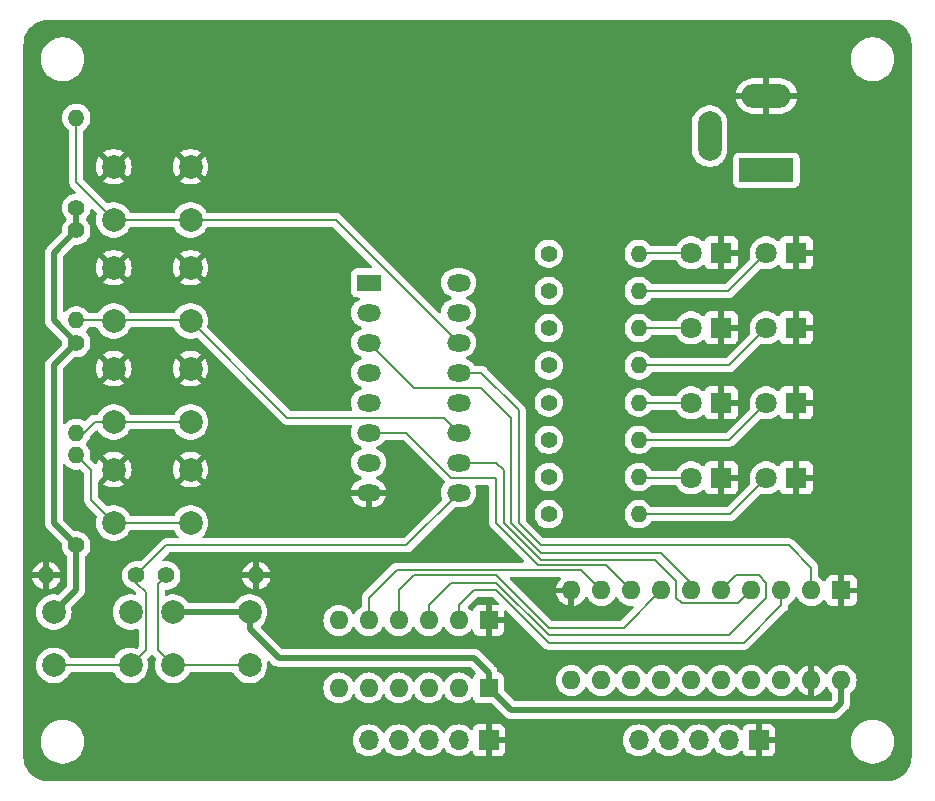
<source format=gtl>
G04 #@! TF.GenerationSoftware,KiCad,Pcbnew,8.0.3*
G04 #@! TF.CreationDate,2024-11-19T19:49:35+13:00*
G04 #@! TF.ProjectId,DS8641N_tester,44533836-3431-44e5-9f74-65737465722e,rev?*
G04 #@! TF.SameCoordinates,Original*
G04 #@! TF.FileFunction,Copper,L1,Top*
G04 #@! TF.FilePolarity,Positive*
%FSLAX46Y46*%
G04 Gerber Fmt 4.6, Leading zero omitted, Abs format (unit mm)*
G04 Created by KiCad (PCBNEW 8.0.3) date 2024-11-19 19:49:35*
%MOMM*%
%LPD*%
G01*
G04 APERTURE LIST*
G04 #@! TA.AperFunction,ComponentPad*
%ADD10C,2.000000*%
G04 #@! TD*
G04 #@! TA.AperFunction,ComponentPad*
%ADD11R,1.800000X1.800000*%
G04 #@! TD*
G04 #@! TA.AperFunction,ComponentPad*
%ADD12C,1.800000*%
G04 #@! TD*
G04 #@! TA.AperFunction,ComponentPad*
%ADD13C,1.400000*%
G04 #@! TD*
G04 #@! TA.AperFunction,ComponentPad*
%ADD14O,1.400000X1.400000*%
G04 #@! TD*
G04 #@! TA.AperFunction,ComponentPad*
%ADD15R,1.600000X1.600000*%
G04 #@! TD*
G04 #@! TA.AperFunction,ComponentPad*
%ADD16O,1.600000X1.600000*%
G04 #@! TD*
G04 #@! TA.AperFunction,ComponentPad*
%ADD17R,1.700000X1.700000*%
G04 #@! TD*
G04 #@! TA.AperFunction,ComponentPad*
%ADD18O,1.700000X1.700000*%
G04 #@! TD*
G04 #@! TA.AperFunction,ComponentPad*
%ADD19R,2.000000X1.440000*%
G04 #@! TD*
G04 #@! TA.AperFunction,ComponentPad*
%ADD20O,2.000000X1.440000*%
G04 #@! TD*
G04 #@! TA.AperFunction,ComponentPad*
%ADD21R,4.600000X2.000000*%
G04 #@! TD*
G04 #@! TA.AperFunction,ComponentPad*
%ADD22O,4.200000X2.000000*%
G04 #@! TD*
G04 #@! TA.AperFunction,ComponentPad*
%ADD23O,2.000000X4.200000*%
G04 #@! TD*
G04 #@! TA.AperFunction,Conductor*
%ADD24C,0.200000*%
G04 #@! TD*
G04 #@! TA.AperFunction,Conductor*
%ADD25C,0.500000*%
G04 #@! TD*
G04 APERTURE END LIST*
D10*
X130735000Y-109165000D03*
X137235000Y-109165000D03*
X130735000Y-113665000D03*
X137235000Y-113665000D03*
D11*
X177165000Y-91440000D03*
D12*
X174625000Y-91440000D03*
D11*
X183515000Y-78740000D03*
D12*
X180975000Y-78740000D03*
D10*
X120650000Y-109165000D03*
X127150000Y-109165000D03*
X120650000Y-113665000D03*
X127150000Y-113665000D03*
D11*
X183515000Y-91440000D03*
D12*
X180975000Y-91440000D03*
D13*
X162560000Y-100865000D03*
D14*
X170180000Y-100865000D03*
D13*
X122555000Y-86360000D03*
D14*
X122555000Y-93980000D03*
D10*
X125730000Y-97100000D03*
X132230000Y-97100000D03*
X125730000Y-101600000D03*
X132230000Y-101600000D03*
X125730000Y-71450000D03*
X132230000Y-71450000D03*
X125730000Y-75950000D03*
X132230000Y-75950000D03*
D11*
X177165000Y-78740000D03*
D12*
X174625000Y-78740000D03*
D10*
X125730000Y-80000000D03*
X132230000Y-80000000D03*
X125730000Y-84500000D03*
X132230000Y-84500000D03*
D15*
X157480000Y-109855000D03*
D16*
X154940000Y-109855000D03*
X152400000Y-109855000D03*
X149860000Y-109855000D03*
X147320000Y-109855000D03*
X144780000Y-109855000D03*
D13*
X162560000Y-94565000D03*
D14*
X170180000Y-94565000D03*
D13*
X162560000Y-91415000D03*
D14*
X170180000Y-91415000D03*
D17*
X157480000Y-120015000D03*
D18*
X154940000Y-120015000D03*
X152400000Y-120015000D03*
X149860000Y-120015000D03*
X147320000Y-120015000D03*
D11*
X183515000Y-85090000D03*
D12*
X180975000Y-85090000D03*
D13*
X122555000Y-74930000D03*
D14*
X122555000Y-67310000D03*
D10*
X125730000Y-88550000D03*
X132230000Y-88550000D03*
X125730000Y-93050000D03*
X132230000Y-93050000D03*
D11*
X177165000Y-97790000D03*
D12*
X174625000Y-97790000D03*
D13*
X122555000Y-103505000D03*
D14*
X122555000Y-95885000D03*
D13*
X162560000Y-85115000D03*
D14*
X170180000Y-85115000D03*
D13*
X162560000Y-97715000D03*
D14*
X170180000Y-97715000D03*
D17*
X180340000Y-120015000D03*
D18*
X177800000Y-120015000D03*
X175260000Y-120015000D03*
X172720000Y-120015000D03*
X170180000Y-120015000D03*
D15*
X187325000Y-107325000D03*
D16*
X184785000Y-107325000D03*
X182245000Y-107325000D03*
X179705000Y-107325000D03*
X177165000Y-107325000D03*
X174625000Y-107325000D03*
X172085000Y-107325000D03*
X169545000Y-107325000D03*
X167005000Y-107325000D03*
X164465000Y-107325000D03*
X164465000Y-114945000D03*
X167005000Y-114945000D03*
X169545000Y-114945000D03*
X172085000Y-114945000D03*
X174625000Y-114945000D03*
X177165000Y-114945000D03*
X179705000Y-114945000D03*
X182245000Y-114945000D03*
X184785000Y-114945000D03*
X187325000Y-114945000D03*
D13*
X162560000Y-81965000D03*
D14*
X170180000Y-81965000D03*
D19*
X147320000Y-81280000D03*
D20*
X147320000Y-83820000D03*
X147320000Y-86360000D03*
X147320000Y-88900000D03*
X147320000Y-91440000D03*
X147320000Y-93980000D03*
X147320000Y-96520000D03*
X147320000Y-99060000D03*
X154940000Y-99060000D03*
X154940000Y-96520000D03*
X154940000Y-93980000D03*
X154940000Y-91440000D03*
X154940000Y-88900000D03*
X154940000Y-86360000D03*
X154940000Y-83820000D03*
X154940000Y-81280000D03*
D11*
X177165000Y-85090000D03*
D12*
X174625000Y-85090000D03*
D13*
X162560000Y-78815000D03*
D14*
X170180000Y-78815000D03*
D21*
X180990000Y-71755000D03*
D22*
X180990000Y-65455000D03*
D23*
X176190000Y-68855000D03*
D13*
X127635000Y-106045000D03*
D14*
X120015000Y-106045000D03*
D13*
X130175000Y-106045000D03*
D14*
X137795000Y-106045000D03*
D13*
X122555000Y-76835000D03*
D14*
X122555000Y-84455000D03*
D15*
X157480000Y-115570000D03*
D16*
X154940000Y-115570000D03*
X152400000Y-115570000D03*
X149860000Y-115570000D03*
X147320000Y-115570000D03*
X144780000Y-115570000D03*
D13*
X162560000Y-88265000D03*
D14*
X170180000Y-88265000D03*
D11*
X183515000Y-97790000D03*
D12*
X180975000Y-97790000D03*
D24*
X128450000Y-107495000D02*
X128450000Y-112365000D01*
X127635000Y-106680000D02*
X128450000Y-107495000D01*
X127635000Y-106045000D02*
X127635000Y-106680000D01*
X128450000Y-112365000D02*
X127150000Y-113665000D01*
X182880000Y-103505000D02*
X184785000Y-105410000D01*
X161890343Y-103505000D02*
X182880000Y-103505000D01*
X184785000Y-105410000D02*
X184785000Y-107325000D01*
X160020000Y-101634657D02*
X161890343Y-103505000D01*
X160020000Y-92075000D02*
X160020000Y-101634657D01*
X156845000Y-88900000D02*
X160020000Y-92075000D01*
X154940000Y-88900000D02*
X156845000Y-88900000D01*
X172085000Y-104140000D02*
X174625000Y-106680000D01*
X161925000Y-104140000D02*
X172085000Y-104140000D01*
X159385000Y-101600000D02*
X161925000Y-104140000D01*
X174625000Y-106680000D02*
X174625000Y-107325000D01*
X156845000Y-90170000D02*
X159385000Y-92710000D01*
X151130000Y-90170000D02*
X156845000Y-90170000D01*
X147320000Y-86360000D02*
X151130000Y-90170000D01*
X159385000Y-92710000D02*
X159385000Y-101600000D01*
X178605000Y-108425000D02*
X179705000Y-107325000D01*
X173830000Y-108425000D02*
X178605000Y-108425000D01*
X173355000Y-106542182D02*
X173355000Y-107950000D01*
X161925000Y-104775000D02*
X171587818Y-104775000D01*
X158750000Y-101600000D02*
X161925000Y-104775000D01*
X171587818Y-104775000D02*
X173355000Y-106542182D01*
X158750000Y-97155000D02*
X158750000Y-101600000D01*
X173355000Y-107950000D02*
X173830000Y-108425000D01*
X158115000Y-96520000D02*
X158750000Y-97155000D01*
X154940000Y-96520000D02*
X158115000Y-96520000D01*
X167395000Y-105175000D02*
X169545000Y-107325000D01*
X158115000Y-97790000D02*
X158115000Y-101600000D01*
X154305000Y-97790000D02*
X158115000Y-97790000D01*
X150495000Y-93980000D02*
X154305000Y-97790000D01*
X158115000Y-101600000D02*
X161690000Y-105175000D01*
X147320000Y-93980000D02*
X150495000Y-93980000D01*
X161690000Y-105175000D02*
X167395000Y-105175000D01*
D25*
X120650000Y-88265000D02*
X122555000Y-86360000D01*
X122555000Y-103505000D02*
X120650000Y-101600000D01*
X120650000Y-101600000D02*
X120650000Y-88265000D01*
X120650000Y-78740000D02*
X120650000Y-84455000D01*
X122555000Y-76835000D02*
X120650000Y-78740000D01*
X120650000Y-84455000D02*
X122555000Y-86360000D01*
X187325000Y-116840000D02*
X187325000Y-114945000D01*
X186690000Y-117475000D02*
X187325000Y-116840000D01*
X159385000Y-117475000D02*
X186690000Y-117475000D01*
X157480000Y-115570000D02*
X159385000Y-117475000D01*
X157480000Y-114300000D02*
X157480000Y-115570000D01*
X156210000Y-113030000D02*
X157480000Y-114300000D01*
X139685787Y-113030000D02*
X156210000Y-113030000D01*
X137235000Y-110579213D02*
X139685787Y-113030000D01*
X137235000Y-109165000D02*
X137235000Y-110579213D01*
X137235000Y-109165000D02*
X130735000Y-109165000D01*
X122555000Y-107260000D02*
X120650000Y-109165000D01*
X122555000Y-103505000D02*
X122555000Y-107260000D01*
X122555000Y-74930000D02*
X122555000Y-76835000D01*
D24*
X174625000Y-78740000D02*
X170255000Y-78740000D01*
X170255000Y-78740000D02*
X170180000Y-78815000D01*
X180975000Y-78740000D02*
X177750000Y-81965000D01*
X177750000Y-81965000D02*
X170180000Y-81965000D01*
X174625000Y-85090000D02*
X173990000Y-85090000D01*
X173965000Y-85115000D02*
X170180000Y-85115000D01*
X173990000Y-85090000D02*
X173965000Y-85115000D01*
X177800000Y-88265000D02*
X170180000Y-88265000D01*
X180975000Y-85090000D02*
X177800000Y-88265000D01*
X170205000Y-91440000D02*
X170180000Y-91415000D01*
X174625000Y-91440000D02*
X170205000Y-91440000D01*
X177850000Y-94565000D02*
X170180000Y-94565000D01*
X180975000Y-91440000D02*
X177850000Y-94565000D01*
X174625000Y-97790000D02*
X170255000Y-97790000D01*
X170255000Y-97790000D02*
X170180000Y-97715000D01*
X177900000Y-100865000D02*
X170180000Y-100865000D01*
X180975000Y-97790000D02*
X177900000Y-100865000D01*
X165255000Y-105575000D02*
X149695000Y-105575000D01*
X147320000Y-107950000D02*
X147320000Y-109855000D01*
X149695000Y-105575000D02*
X147320000Y-107950000D01*
X167005000Y-107325000D02*
X165255000Y-105575000D01*
X149860000Y-107315000D02*
X149860000Y-109855000D01*
X162560000Y-110490000D02*
X158115000Y-106045000D01*
X172085000Y-107325000D02*
X168920000Y-110490000D01*
X168920000Y-110490000D02*
X162560000Y-110490000D01*
X151130000Y-106045000D02*
X149860000Y-107315000D01*
X158115000Y-106045000D02*
X151130000Y-106045000D01*
X162560000Y-111760000D02*
X158115000Y-107315000D01*
X182245000Y-108585000D02*
X179070000Y-111760000D01*
X154940000Y-108585000D02*
X154940000Y-109855000D01*
X158115000Y-107315000D02*
X156210000Y-107315000D01*
X182245000Y-107325000D02*
X182245000Y-108585000D01*
X156210000Y-107315000D02*
X154940000Y-108585000D01*
X179070000Y-111760000D02*
X162560000Y-111760000D01*
X162560000Y-111125000D02*
X158115000Y-106680000D01*
X177800000Y-111125000D02*
X162560000Y-111125000D01*
X158115000Y-106680000D02*
X154305000Y-106680000D01*
X154305000Y-106680000D02*
X152400000Y-108585000D01*
X177165000Y-107325000D02*
X178445000Y-106045000D01*
X152400000Y-108585000D02*
X152400000Y-109855000D01*
X180975000Y-107950000D02*
X177800000Y-111125000D01*
X180975000Y-106699365D02*
X180975000Y-107950000D01*
X178445000Y-106045000D02*
X180320635Y-106045000D01*
X180320635Y-106045000D02*
X180975000Y-106699365D01*
X144530000Y-75950000D02*
X154940000Y-86360000D01*
X132230000Y-75950000D02*
X144530000Y-75950000D01*
X122555000Y-72775000D02*
X125730000Y-75950000D01*
X122555000Y-67310000D02*
X122555000Y-72775000D01*
X125730000Y-75950000D02*
X132230000Y-75950000D01*
X132185000Y-84455000D02*
X132230000Y-84500000D01*
X153670000Y-92710000D02*
X154940000Y-93980000D01*
X140440000Y-92710000D02*
X153670000Y-92710000D01*
X132230000Y-84500000D02*
X140440000Y-92710000D01*
X122555000Y-84455000D02*
X132185000Y-84455000D01*
X125730000Y-93050000D02*
X132230000Y-93050000D01*
X124120000Y-93050000D02*
X125730000Y-93050000D01*
X122555000Y-93980000D02*
X123190000Y-93980000D01*
X123190000Y-93980000D02*
X124120000Y-93050000D01*
X125730000Y-101600000D02*
X132230000Y-101600000D01*
X123825000Y-99695000D02*
X125730000Y-101600000D01*
X123825000Y-97155000D02*
X123825000Y-99695000D01*
X122555000Y-95885000D02*
X123825000Y-97155000D01*
X150495000Y-103505000D02*
X130175000Y-103505000D01*
X127150000Y-113665000D02*
X120650000Y-113665000D01*
X130175000Y-103505000D02*
X127635000Y-106045000D01*
X154940000Y-99060000D02*
X150495000Y-103505000D01*
X130175000Y-106045000D02*
X129435000Y-106785000D01*
X129435000Y-106785000D02*
X129435000Y-112365000D01*
X129435000Y-112365000D02*
X130735000Y-113665000D01*
X130735000Y-113665000D02*
X137235000Y-113665000D01*
G04 #@! TA.AperFunction,Conductor*
G36*
X163543699Y-106195185D02*
G01*
X163589454Y-106247989D01*
X163599398Y-106317147D01*
X163570373Y-106380703D01*
X163564341Y-106387181D01*
X163465342Y-106486179D01*
X163334865Y-106672517D01*
X163238734Y-106878673D01*
X163238730Y-106878682D01*
X163186127Y-107074999D01*
X163186128Y-107075000D01*
X164149314Y-107075000D01*
X164144920Y-107079394D01*
X164092259Y-107170606D01*
X164065000Y-107272339D01*
X164065000Y-107377661D01*
X164092259Y-107479394D01*
X164144920Y-107570606D01*
X164149314Y-107575000D01*
X163186128Y-107575000D01*
X163238730Y-107771317D01*
X163238734Y-107771326D01*
X163334865Y-107977482D01*
X163465342Y-108163820D01*
X163626179Y-108324657D01*
X163812517Y-108455134D01*
X164018673Y-108551265D01*
X164018682Y-108551269D01*
X164214999Y-108603872D01*
X164215000Y-108603871D01*
X164215000Y-107640686D01*
X164219394Y-107645080D01*
X164310606Y-107697741D01*
X164412339Y-107725000D01*
X164517661Y-107725000D01*
X164619394Y-107697741D01*
X164710606Y-107645080D01*
X164715000Y-107640686D01*
X164715000Y-108603872D01*
X164911317Y-108551269D01*
X164911326Y-108551265D01*
X165117482Y-108455134D01*
X165303820Y-108324657D01*
X165464657Y-108163820D01*
X165595132Y-107977484D01*
X165622341Y-107919134D01*
X165668513Y-107866695D01*
X165735707Y-107847542D01*
X165802588Y-107867757D01*
X165847106Y-107919133D01*
X165874431Y-107977732D01*
X165874432Y-107977734D01*
X166004954Y-108164141D01*
X166165858Y-108325045D01*
X166165861Y-108325047D01*
X166352266Y-108455568D01*
X166558504Y-108551739D01*
X166778308Y-108610635D01*
X166940230Y-108624801D01*
X167004998Y-108630468D01*
X167005000Y-108630468D01*
X167005002Y-108630468D01*
X167067511Y-108624999D01*
X167231692Y-108610635D01*
X167451496Y-108551739D01*
X167657734Y-108455568D01*
X167844139Y-108325047D01*
X168005047Y-108164139D01*
X168135568Y-107977734D01*
X168162618Y-107919724D01*
X168208790Y-107867285D01*
X168275983Y-107848133D01*
X168342865Y-107868348D01*
X168387382Y-107919725D01*
X168414429Y-107977728D01*
X168414432Y-107977734D01*
X168544954Y-108164141D01*
X168705858Y-108325045D01*
X168705861Y-108325047D01*
X168892266Y-108455568D01*
X169098504Y-108551739D01*
X169318308Y-108610635D01*
X169480230Y-108624801D01*
X169544998Y-108630468D01*
X169544999Y-108630468D01*
X169544999Y-108630467D01*
X169545000Y-108630468D01*
X169627848Y-108623219D01*
X169696345Y-108636985D01*
X169746529Y-108685600D01*
X169762463Y-108753628D01*
X169739088Y-108819472D01*
X169726335Y-108834428D01*
X168707584Y-109853181D01*
X168646261Y-109886666D01*
X168619903Y-109889500D01*
X162860097Y-109889500D01*
X162793058Y-109869815D01*
X162772416Y-109853181D01*
X159306416Y-106387181D01*
X159272931Y-106325858D01*
X159277915Y-106256166D01*
X159319787Y-106200233D01*
X159385251Y-106175816D01*
X159394097Y-106175500D01*
X163476660Y-106175500D01*
X163543699Y-106195185D01*
G37*
G04 #@! TD.AperFunction*
G04 #@! TA.AperFunction,Conductor*
G36*
X157881942Y-107935185D02*
G01*
X157902584Y-107951819D01*
X158294084Y-108343319D01*
X158327569Y-108404642D01*
X158322585Y-108474334D01*
X158280713Y-108530267D01*
X158215249Y-108554684D01*
X158206403Y-108555000D01*
X157730000Y-108555000D01*
X157730000Y-109539314D01*
X157725606Y-109534920D01*
X157634394Y-109482259D01*
X157532661Y-109455000D01*
X157427339Y-109455000D01*
X157325606Y-109482259D01*
X157234394Y-109534920D01*
X157230000Y-109539314D01*
X157230000Y-108555000D01*
X156632155Y-108555000D01*
X156572627Y-108561401D01*
X156572620Y-108561403D01*
X156437913Y-108611645D01*
X156437906Y-108611649D01*
X156322812Y-108697809D01*
X156322809Y-108697812D01*
X156236649Y-108812906D01*
X156236645Y-108812913D01*
X156186403Y-108947620D01*
X156186401Y-108947626D01*
X156182574Y-108983221D01*
X156155835Y-109047772D01*
X156098441Y-109087618D01*
X156028616Y-109090110D01*
X155968528Y-109054456D01*
X155957710Y-109041086D01*
X155940048Y-109015862D01*
X155871806Y-108947620D01*
X155779139Y-108854953D01*
X155747350Y-108832694D01*
X155703727Y-108778118D01*
X155696534Y-108708619D01*
X155728056Y-108646265D01*
X155730758Y-108643475D01*
X156422416Y-107951819D01*
X156483739Y-107918334D01*
X156510097Y-107915500D01*
X157814903Y-107915500D01*
X157881942Y-107935185D01*
G37*
G04 #@! TD.AperFunction*
G04 #@! TA.AperFunction,Conductor*
G36*
X124321185Y-85075185D02*
G01*
X124366940Y-85127989D01*
X124367702Y-85129690D01*
X124405826Y-85216606D01*
X124541833Y-85424782D01*
X124555314Y-85439426D01*
X124710256Y-85607738D01*
X124906491Y-85760474D01*
X125125190Y-85878828D01*
X125360386Y-85959571D01*
X125605665Y-86000500D01*
X125854335Y-86000500D01*
X126099614Y-85959571D01*
X126334810Y-85878828D01*
X126553509Y-85760474D01*
X126749744Y-85607738D01*
X126918164Y-85424785D01*
X127054173Y-85216607D01*
X127092298Y-85129689D01*
X127137254Y-85076204D01*
X127203989Y-85055514D01*
X127205854Y-85055500D01*
X130754146Y-85055500D01*
X130821185Y-85075185D01*
X130866940Y-85127989D01*
X130867702Y-85129690D01*
X130905826Y-85216606D01*
X131041833Y-85424782D01*
X131055314Y-85439426D01*
X131210256Y-85607738D01*
X131406491Y-85760474D01*
X131625190Y-85878828D01*
X131860386Y-85959571D01*
X132105665Y-86000500D01*
X132354335Y-86000500D01*
X132599608Y-85959572D01*
X132599607Y-85959572D01*
X132599614Y-85959571D01*
X132705607Y-85923182D01*
X132775402Y-85920033D01*
X132833548Y-85952783D01*
X139955139Y-93074374D01*
X139955149Y-93074385D01*
X139959479Y-93078715D01*
X139959480Y-93078716D01*
X140071284Y-93190520D01*
X140071286Y-93190521D01*
X140071290Y-93190524D01*
X140197025Y-93263116D01*
X140208216Y-93269577D01*
X140313624Y-93297821D01*
X140313623Y-93297821D01*
X140323622Y-93300500D01*
X140360942Y-93310500D01*
X140360943Y-93310500D01*
X145808978Y-93310500D01*
X145876017Y-93330185D01*
X145921772Y-93382989D01*
X145931716Y-93452147D01*
X145919463Y-93490795D01*
X145908916Y-93511493D01*
X145849553Y-93694197D01*
X145833542Y-93795289D01*
X145819500Y-93883945D01*
X145819500Y-94076055D01*
X145827961Y-94129476D01*
X145849553Y-94265802D01*
X145908916Y-94448506D01*
X145908918Y-94448509D01*
X145996135Y-94619681D01*
X146109055Y-94775102D01*
X146244898Y-94910945D01*
X146400319Y-95023865D01*
X146571491Y-95111082D01*
X146571493Y-95111083D01*
X146636081Y-95132069D01*
X146693756Y-95171506D01*
X146720955Y-95235865D01*
X146709041Y-95304711D01*
X146661797Y-95356187D01*
X146636081Y-95367931D01*
X146571493Y-95388916D01*
X146400318Y-95476135D01*
X146330137Y-95527125D01*
X146244898Y-95589055D01*
X146244896Y-95589057D01*
X146244895Y-95589057D01*
X146109057Y-95724895D01*
X146109057Y-95724896D01*
X146109055Y-95724898D01*
X146079556Y-95765500D01*
X145996135Y-95880318D01*
X145908916Y-96051493D01*
X145849553Y-96234197D01*
X145819500Y-96423945D01*
X145819500Y-96616054D01*
X145849553Y-96805802D01*
X145908916Y-96988506D01*
X145962626Y-97093916D01*
X145996135Y-97159681D01*
X146109055Y-97315102D01*
X146244898Y-97450945D01*
X146400319Y-97563865D01*
X146571491Y-97651082D01*
X146571495Y-97651084D01*
X146636890Y-97672332D01*
X146694566Y-97711769D01*
X146721765Y-97776127D01*
X146709851Y-97844974D01*
X146662607Y-97896450D01*
X146636893Y-97908194D01*
X146571677Y-97929384D01*
X146400577Y-98016565D01*
X146245230Y-98129430D01*
X146245225Y-98129434D01*
X146109434Y-98265225D01*
X146109430Y-98265230D01*
X145996565Y-98420577D01*
X145909383Y-98591680D01*
X145850040Y-98774318D01*
X145844389Y-98810000D01*
X146886988Y-98810000D01*
X146854075Y-98867007D01*
X146820000Y-98994174D01*
X146820000Y-99125826D01*
X146854075Y-99252993D01*
X146886988Y-99310000D01*
X145844389Y-99310000D01*
X145850040Y-99345681D01*
X145909383Y-99528319D01*
X145996565Y-99699422D01*
X146109430Y-99854769D01*
X146109434Y-99854774D01*
X146245225Y-99990565D01*
X146245230Y-99990569D01*
X146400577Y-100103434D01*
X146571678Y-100190616D01*
X146754315Y-100249959D01*
X146943985Y-100280000D01*
X147070000Y-100280000D01*
X147070000Y-99493012D01*
X147127007Y-99525925D01*
X147254174Y-99560000D01*
X147385826Y-99560000D01*
X147512993Y-99525925D01*
X147570000Y-99493012D01*
X147570000Y-100280000D01*
X147696015Y-100280000D01*
X147885684Y-100249959D01*
X148068321Y-100190616D01*
X148239422Y-100103434D01*
X148394769Y-99990569D01*
X148394774Y-99990565D01*
X148530565Y-99854774D01*
X148530569Y-99854769D01*
X148643434Y-99699422D01*
X148730616Y-99528319D01*
X148789959Y-99345681D01*
X148795611Y-99310000D01*
X147753012Y-99310000D01*
X147785925Y-99252993D01*
X147820000Y-99125826D01*
X147820000Y-98994174D01*
X147785925Y-98867007D01*
X147753012Y-98810000D01*
X148795611Y-98810000D01*
X148789959Y-98774318D01*
X148730616Y-98591680D01*
X148643434Y-98420577D01*
X148530569Y-98265230D01*
X148530565Y-98265225D01*
X148394774Y-98129434D01*
X148394769Y-98129430D01*
X148239422Y-98016565D01*
X148068321Y-97929383D01*
X148003107Y-97908194D01*
X147945432Y-97868756D01*
X147918234Y-97804397D01*
X147930149Y-97735551D01*
X147977394Y-97684075D01*
X148003109Y-97672332D01*
X148068504Y-97651084D01*
X148068506Y-97651082D01*
X148068509Y-97651082D01*
X148239681Y-97563865D01*
X148395102Y-97450945D01*
X148530945Y-97315102D01*
X148643865Y-97159681D01*
X148731082Y-96988509D01*
X148790447Y-96805801D01*
X148820500Y-96616055D01*
X148820500Y-96423945D01*
X148790447Y-96234199D01*
X148731082Y-96051491D01*
X148643865Y-95880319D01*
X148530945Y-95724898D01*
X148395102Y-95589055D01*
X148239681Y-95476135D01*
X148187331Y-95449461D01*
X148068504Y-95388915D01*
X148003919Y-95367931D01*
X147946243Y-95328494D01*
X147919044Y-95264136D01*
X147930958Y-95195289D01*
X147978202Y-95143813D01*
X148003919Y-95132069D01*
X148068504Y-95111084D01*
X148068506Y-95111082D01*
X148068509Y-95111082D01*
X148239681Y-95023865D01*
X148395102Y-94910945D01*
X148530945Y-94775102D01*
X148635195Y-94631613D01*
X148690525Y-94588949D01*
X148735513Y-94580500D01*
X150194903Y-94580500D01*
X150261942Y-94600185D01*
X150282584Y-94616819D01*
X153742176Y-98076412D01*
X153775661Y-98137735D01*
X153770677Y-98207427D01*
X153742182Y-98251769D01*
X153729053Y-98264899D01*
X153729051Y-98264901D01*
X153616137Y-98420315D01*
X153528916Y-98591493D01*
X153469553Y-98774197D01*
X153453648Y-98874617D01*
X153439500Y-98963945D01*
X153439500Y-99156055D01*
X153444876Y-99189999D01*
X153469553Y-99345802D01*
X153528326Y-99526688D01*
X153530321Y-99596529D01*
X153498076Y-99652687D01*
X150282584Y-102868181D01*
X150221261Y-102901666D01*
X150194903Y-102904500D01*
X133351303Y-102904500D01*
X133284264Y-102884815D01*
X133238509Y-102832011D01*
X133228565Y-102762853D01*
X133257590Y-102699297D01*
X133260051Y-102696540D01*
X133418164Y-102524785D01*
X133554173Y-102316607D01*
X133654063Y-102088881D01*
X133715108Y-101847821D01*
X133717503Y-101818917D01*
X133735643Y-101600005D01*
X133735643Y-101599994D01*
X133715109Y-101352187D01*
X133715107Y-101352175D01*
X133654063Y-101111118D01*
X133554173Y-100883393D01*
X133418166Y-100675217D01*
X133388933Y-100643462D01*
X133249744Y-100492262D01*
X133053509Y-100339526D01*
X133053507Y-100339525D01*
X133053506Y-100339524D01*
X132834811Y-100221172D01*
X132834802Y-100221169D01*
X132599616Y-100140429D01*
X132354335Y-100099500D01*
X132105665Y-100099500D01*
X131860383Y-100140429D01*
X131625197Y-100221169D01*
X131625188Y-100221172D01*
X131406493Y-100339524D01*
X131210257Y-100492261D01*
X131041833Y-100675217D01*
X130905827Y-100883391D01*
X130887440Y-100925311D01*
X130842483Y-100978796D01*
X130775747Y-100999486D01*
X130773884Y-100999500D01*
X127186116Y-100999500D01*
X127119077Y-100979815D01*
X127073322Y-100927011D01*
X127072560Y-100925311D01*
X127054172Y-100883391D01*
X126918166Y-100675217D01*
X126888933Y-100643462D01*
X126749744Y-100492262D01*
X126553509Y-100339526D01*
X126553507Y-100339525D01*
X126553506Y-100339524D01*
X126334811Y-100221172D01*
X126334802Y-100221169D01*
X126099616Y-100140429D01*
X125854335Y-100099500D01*
X125605665Y-100099500D01*
X125360382Y-100140429D01*
X125360380Y-100140429D01*
X125254393Y-100176815D01*
X125184595Y-100179965D01*
X125126450Y-100147215D01*
X124461819Y-99482584D01*
X124428334Y-99421261D01*
X124425500Y-99394903D01*
X124425500Y-98099000D01*
X124445185Y-98031961D01*
X124466595Y-98013409D01*
X124464816Y-98011630D01*
X125206212Y-97270234D01*
X125217482Y-97312292D01*
X125289890Y-97437708D01*
X125392292Y-97540110D01*
X125517708Y-97612518D01*
X125559765Y-97623787D01*
X124859942Y-98323609D01*
X124906768Y-98360055D01*
X124906770Y-98360056D01*
X125125385Y-98478364D01*
X125125396Y-98478369D01*
X125360506Y-98559083D01*
X125605707Y-98600000D01*
X125854293Y-98600000D01*
X126099493Y-98559083D01*
X126334603Y-98478369D01*
X126334614Y-98478364D01*
X126553228Y-98360057D01*
X126553231Y-98360055D01*
X126600056Y-98323609D01*
X125900234Y-97623787D01*
X125942292Y-97612518D01*
X126067708Y-97540110D01*
X126170110Y-97437708D01*
X126242518Y-97312292D01*
X126253787Y-97270235D01*
X126953434Y-97969882D01*
X127053731Y-97816369D01*
X127153587Y-97588717D01*
X127214612Y-97347738D01*
X127214614Y-97347729D01*
X127235141Y-97100005D01*
X127235141Y-97099994D01*
X130724859Y-97099994D01*
X130724859Y-97100005D01*
X130745385Y-97347729D01*
X130745387Y-97347738D01*
X130806412Y-97588717D01*
X130906266Y-97816364D01*
X131006564Y-97969882D01*
X131706212Y-97270234D01*
X131717482Y-97312292D01*
X131789890Y-97437708D01*
X131892292Y-97540110D01*
X132017708Y-97612518D01*
X132059765Y-97623787D01*
X131359942Y-98323609D01*
X131406768Y-98360055D01*
X131406770Y-98360056D01*
X131625385Y-98478364D01*
X131625396Y-98478369D01*
X131860506Y-98559083D01*
X132105707Y-98600000D01*
X132354293Y-98600000D01*
X132599493Y-98559083D01*
X132834603Y-98478369D01*
X132834614Y-98478364D01*
X133053228Y-98360057D01*
X133053231Y-98360055D01*
X133100056Y-98323609D01*
X132400234Y-97623787D01*
X132442292Y-97612518D01*
X132567708Y-97540110D01*
X132670110Y-97437708D01*
X132742518Y-97312292D01*
X132753787Y-97270235D01*
X133453434Y-97969882D01*
X133553731Y-97816369D01*
X133653587Y-97588717D01*
X133714612Y-97347738D01*
X133714614Y-97347729D01*
X133735141Y-97100005D01*
X133735141Y-97099994D01*
X133714614Y-96852270D01*
X133714612Y-96852261D01*
X133653587Y-96611282D01*
X133553731Y-96383630D01*
X133453434Y-96230116D01*
X132753787Y-96929764D01*
X132742518Y-96887708D01*
X132670110Y-96762292D01*
X132567708Y-96659890D01*
X132442292Y-96587482D01*
X132400235Y-96576212D01*
X133100057Y-95876390D01*
X133100056Y-95876389D01*
X133053229Y-95839943D01*
X132834614Y-95721635D01*
X132834603Y-95721630D01*
X132599493Y-95640916D01*
X132354293Y-95600000D01*
X132105707Y-95600000D01*
X131860506Y-95640916D01*
X131625396Y-95721630D01*
X131625390Y-95721632D01*
X131406761Y-95839949D01*
X131359942Y-95876388D01*
X131359942Y-95876390D01*
X132059765Y-96576212D01*
X132017708Y-96587482D01*
X131892292Y-96659890D01*
X131789890Y-96762292D01*
X131717482Y-96887708D01*
X131706212Y-96929764D01*
X131006564Y-96230116D01*
X130906267Y-96383632D01*
X130806412Y-96611282D01*
X130745387Y-96852261D01*
X130745385Y-96852270D01*
X130724859Y-97099994D01*
X127235141Y-97099994D01*
X127214614Y-96852270D01*
X127214612Y-96852261D01*
X127153587Y-96611282D01*
X127053731Y-96383630D01*
X126953434Y-96230116D01*
X126253787Y-96929764D01*
X126242518Y-96887708D01*
X126170110Y-96762292D01*
X126067708Y-96659890D01*
X125942292Y-96587482D01*
X125900235Y-96576212D01*
X126600057Y-95876390D01*
X126600056Y-95876389D01*
X126553229Y-95839943D01*
X126334614Y-95721635D01*
X126334603Y-95721630D01*
X126099493Y-95640916D01*
X125854293Y-95600000D01*
X125605707Y-95600000D01*
X125360506Y-95640916D01*
X125125396Y-95721630D01*
X125125390Y-95721632D01*
X124906761Y-95839949D01*
X124859942Y-95876388D01*
X124859942Y-95876390D01*
X125559765Y-96576212D01*
X125517708Y-96587482D01*
X125392292Y-96659890D01*
X125289890Y-96762292D01*
X125217482Y-96887708D01*
X125206212Y-96929764D01*
X124506564Y-96230116D01*
X124406267Y-96383632D01*
X124325685Y-96567342D01*
X124280729Y-96620828D01*
X124213993Y-96641518D01*
X124146665Y-96622843D01*
X124124448Y-96605213D01*
X123766314Y-96247079D01*
X123732829Y-96185756D01*
X123734730Y-96125460D01*
X123740115Y-96106536D01*
X123760643Y-95885000D01*
X123756468Y-95839949D01*
X123740115Y-95663464D01*
X123740114Y-95663462D01*
X123734646Y-95644245D01*
X123679229Y-95449472D01*
X123649076Y-95388916D01*
X123580061Y-95250316D01*
X123580056Y-95250308D01*
X123445979Y-95072761D01*
X123392640Y-95024137D01*
X123356358Y-94964426D01*
X123358119Y-94894579D01*
X123392640Y-94840863D01*
X123445979Y-94792238D01*
X123450285Y-94786537D01*
X123580058Y-94614689D01*
X123679229Y-94415528D01*
X123700448Y-94340947D01*
X123732032Y-94287201D01*
X124237317Y-93781916D01*
X124298638Y-93748433D01*
X124368330Y-93753417D01*
X124424263Y-93795289D01*
X124428805Y-93801778D01*
X124541833Y-93974782D01*
X124541836Y-93974785D01*
X124710256Y-94157738D01*
X124906491Y-94310474D01*
X124967451Y-94343464D01*
X125100615Y-94415529D01*
X125125190Y-94428828D01*
X125360386Y-94509571D01*
X125605665Y-94550500D01*
X125854335Y-94550500D01*
X126099614Y-94509571D01*
X126334810Y-94428828D01*
X126553509Y-94310474D01*
X126749744Y-94157738D01*
X126918164Y-93974785D01*
X127054173Y-93766607D01*
X127072560Y-93724689D01*
X127117517Y-93671204D01*
X127184253Y-93650514D01*
X127186116Y-93650500D01*
X130773884Y-93650500D01*
X130840923Y-93670185D01*
X130886678Y-93722989D01*
X130887440Y-93724689D01*
X130905827Y-93766608D01*
X131041833Y-93974782D01*
X131041836Y-93974785D01*
X131210256Y-94157738D01*
X131406491Y-94310474D01*
X131467451Y-94343464D01*
X131600615Y-94415529D01*
X131625190Y-94428828D01*
X131860386Y-94509571D01*
X132105665Y-94550500D01*
X132354335Y-94550500D01*
X132599614Y-94509571D01*
X132834810Y-94428828D01*
X133053509Y-94310474D01*
X133249744Y-94157738D01*
X133418164Y-93974785D01*
X133554173Y-93766607D01*
X133654063Y-93538881D01*
X133715108Y-93297821D01*
X133715109Y-93297812D01*
X133735643Y-93050005D01*
X133735643Y-93049994D01*
X133715109Y-92802187D01*
X133715107Y-92802175D01*
X133654063Y-92561118D01*
X133554173Y-92333393D01*
X133418166Y-92125217D01*
X133370263Y-92073181D01*
X133249744Y-91942262D01*
X133053509Y-91789526D01*
X133053507Y-91789525D01*
X133053506Y-91789524D01*
X132834811Y-91671172D01*
X132834802Y-91671169D01*
X132599616Y-91590429D01*
X132354335Y-91549500D01*
X132105665Y-91549500D01*
X131860383Y-91590429D01*
X131625197Y-91671169D01*
X131625188Y-91671172D01*
X131406493Y-91789524D01*
X131210257Y-91942261D01*
X131041833Y-92125217D01*
X130905827Y-92333391D01*
X130887440Y-92375311D01*
X130842483Y-92428796D01*
X130775747Y-92449486D01*
X130773884Y-92449500D01*
X127186116Y-92449500D01*
X127119077Y-92429815D01*
X127073322Y-92377011D01*
X127072560Y-92375311D01*
X127054172Y-92333391D01*
X126918166Y-92125217D01*
X126870263Y-92073181D01*
X126749744Y-91942262D01*
X126553509Y-91789526D01*
X126553507Y-91789525D01*
X126553506Y-91789524D01*
X126334811Y-91671172D01*
X126334802Y-91671169D01*
X126099616Y-91590429D01*
X125854335Y-91549500D01*
X125605665Y-91549500D01*
X125360383Y-91590429D01*
X125125197Y-91671169D01*
X125125188Y-91671172D01*
X124906493Y-91789524D01*
X124710257Y-91942261D01*
X124541833Y-92125217D01*
X124405827Y-92333391D01*
X124387440Y-92375311D01*
X124342483Y-92428796D01*
X124275747Y-92449486D01*
X124273884Y-92449500D01*
X124206670Y-92449500D01*
X124206654Y-92449499D01*
X124199058Y-92449499D01*
X124040943Y-92449499D01*
X123964579Y-92469961D01*
X123888214Y-92490423D01*
X123888209Y-92490426D01*
X123751290Y-92569475D01*
X123751282Y-92569481D01*
X123364184Y-92956579D01*
X123302861Y-92990064D01*
X123233169Y-92985080D01*
X123211226Y-92974325D01*
X123092404Y-92900755D01*
X123092405Y-92900755D01*
X123092401Y-92900753D01*
X122884940Y-92820382D01*
X122666243Y-92779500D01*
X122443757Y-92779500D01*
X122225060Y-92820382D01*
X122093864Y-92871207D01*
X122017601Y-92900752D01*
X122017595Y-92900754D01*
X121828439Y-93017874D01*
X121828437Y-93017876D01*
X121664020Y-93167762D01*
X121623454Y-93221480D01*
X121567344Y-93263116D01*
X121497632Y-93267807D01*
X121436451Y-93234065D01*
X121403224Y-93172601D01*
X121400500Y-93146753D01*
X121400500Y-88627229D01*
X121420185Y-88560190D01*
X121428400Y-88549994D01*
X124224859Y-88549994D01*
X124224859Y-88550005D01*
X124245385Y-88797729D01*
X124245387Y-88797738D01*
X124306412Y-89038717D01*
X124406266Y-89266364D01*
X124506564Y-89419882D01*
X125206212Y-88720234D01*
X125217482Y-88762292D01*
X125289890Y-88887708D01*
X125392292Y-88990110D01*
X125517708Y-89062518D01*
X125559765Y-89073787D01*
X124859942Y-89773609D01*
X124906768Y-89810055D01*
X124906770Y-89810056D01*
X125125385Y-89928364D01*
X125125396Y-89928369D01*
X125360506Y-90009083D01*
X125605707Y-90050000D01*
X125854293Y-90050000D01*
X126099493Y-90009083D01*
X126334603Y-89928369D01*
X126334614Y-89928364D01*
X126553228Y-89810057D01*
X126553231Y-89810055D01*
X126600056Y-89773609D01*
X125900234Y-89073787D01*
X125942292Y-89062518D01*
X126067708Y-88990110D01*
X126170110Y-88887708D01*
X126242518Y-88762292D01*
X126253787Y-88720235D01*
X126953434Y-89419882D01*
X127053731Y-89266369D01*
X127153587Y-89038717D01*
X127214612Y-88797738D01*
X127214614Y-88797729D01*
X127235141Y-88550005D01*
X127235141Y-88549994D01*
X130724859Y-88549994D01*
X130724859Y-88550005D01*
X130745385Y-88797729D01*
X130745387Y-88797738D01*
X130806412Y-89038717D01*
X130906266Y-89266364D01*
X131006564Y-89419882D01*
X131706212Y-88720234D01*
X131717482Y-88762292D01*
X131789890Y-88887708D01*
X131892292Y-88990110D01*
X132017708Y-89062518D01*
X132059765Y-89073787D01*
X131359942Y-89773609D01*
X131406768Y-89810055D01*
X131406770Y-89810056D01*
X131625385Y-89928364D01*
X131625396Y-89928369D01*
X131860506Y-90009083D01*
X132105707Y-90050000D01*
X132354293Y-90050000D01*
X132599493Y-90009083D01*
X132834603Y-89928369D01*
X132834614Y-89928364D01*
X133053228Y-89810057D01*
X133053231Y-89810055D01*
X133100056Y-89773609D01*
X132400234Y-89073787D01*
X132442292Y-89062518D01*
X132567708Y-88990110D01*
X132670110Y-88887708D01*
X132742518Y-88762292D01*
X132753787Y-88720235D01*
X133453434Y-89419882D01*
X133553731Y-89266369D01*
X133653587Y-89038717D01*
X133714612Y-88797738D01*
X133714614Y-88797729D01*
X133735141Y-88550005D01*
X133735141Y-88549994D01*
X133714614Y-88302270D01*
X133714612Y-88302261D01*
X133653587Y-88061282D01*
X133553731Y-87833630D01*
X133453434Y-87680116D01*
X132753787Y-88379764D01*
X132742518Y-88337708D01*
X132670110Y-88212292D01*
X132567708Y-88109890D01*
X132442292Y-88037482D01*
X132400235Y-88026212D01*
X133100057Y-87326390D01*
X133100056Y-87326389D01*
X133053229Y-87289943D01*
X132834614Y-87171635D01*
X132834603Y-87171630D01*
X132599493Y-87090916D01*
X132354293Y-87050000D01*
X132105707Y-87050000D01*
X131860506Y-87090916D01*
X131625396Y-87171630D01*
X131625390Y-87171632D01*
X131406761Y-87289949D01*
X131359942Y-87326388D01*
X131359942Y-87326390D01*
X132059765Y-88026212D01*
X132017708Y-88037482D01*
X131892292Y-88109890D01*
X131789890Y-88212292D01*
X131717482Y-88337708D01*
X131706212Y-88379764D01*
X131006564Y-87680116D01*
X130906267Y-87833632D01*
X130806412Y-88061282D01*
X130745387Y-88302261D01*
X130745385Y-88302270D01*
X130724859Y-88549994D01*
X127235141Y-88549994D01*
X127214614Y-88302270D01*
X127214612Y-88302261D01*
X127153587Y-88061282D01*
X127053731Y-87833630D01*
X126953434Y-87680116D01*
X126253787Y-88379764D01*
X126242518Y-88337708D01*
X126170110Y-88212292D01*
X126067708Y-88109890D01*
X125942292Y-88037482D01*
X125900235Y-88026212D01*
X126600057Y-87326390D01*
X126600056Y-87326389D01*
X126553229Y-87289943D01*
X126334614Y-87171635D01*
X126334603Y-87171630D01*
X126099493Y-87090916D01*
X125854293Y-87050000D01*
X125605707Y-87050000D01*
X125360506Y-87090916D01*
X125125396Y-87171630D01*
X125125390Y-87171632D01*
X124906761Y-87289949D01*
X124859942Y-87326388D01*
X124859942Y-87326390D01*
X125559765Y-88026212D01*
X125517708Y-88037482D01*
X125392292Y-88109890D01*
X125289890Y-88212292D01*
X125217482Y-88337708D01*
X125206212Y-88379764D01*
X124506564Y-87680116D01*
X124406267Y-87833632D01*
X124306412Y-88061282D01*
X124245387Y-88302261D01*
X124245385Y-88302270D01*
X124224859Y-88549994D01*
X121428400Y-88549994D01*
X121436814Y-88539552D01*
X122379548Y-87596818D01*
X122440871Y-87563334D01*
X122467229Y-87560500D01*
X122666241Y-87560500D01*
X122666243Y-87560500D01*
X122884940Y-87519618D01*
X123092401Y-87439247D01*
X123281562Y-87322124D01*
X123421282Y-87194751D01*
X123445979Y-87172238D01*
X123446435Y-87171635D01*
X123580058Y-86994689D01*
X123679229Y-86795528D01*
X123740115Y-86581536D01*
X123760643Y-86360000D01*
X123740115Y-86138464D01*
X123679229Y-85924472D01*
X123679224Y-85924461D01*
X123580061Y-85725316D01*
X123580056Y-85725308D01*
X123445979Y-85547761D01*
X123392640Y-85499137D01*
X123356358Y-85439426D01*
X123358119Y-85369579D01*
X123392640Y-85315863D01*
X123445979Y-85267238D01*
X123448656Y-85263694D01*
X123568667Y-85104772D01*
X123624776Y-85063137D01*
X123667621Y-85055500D01*
X124254146Y-85055500D01*
X124321185Y-85075185D01*
G37*
G04 #@! TD.AperFunction*
G04 #@! TA.AperFunction,Conductor*
G36*
X123955913Y-75025148D02*
G01*
X124273482Y-75342717D01*
X124306967Y-75404040D01*
X124306007Y-75460838D01*
X124244892Y-75702174D01*
X124244890Y-75702187D01*
X124224357Y-75949994D01*
X124224357Y-75950005D01*
X124244890Y-76197812D01*
X124244892Y-76197824D01*
X124305936Y-76438881D01*
X124405826Y-76666606D01*
X124541833Y-76874782D01*
X124541836Y-76874785D01*
X124710256Y-77057738D01*
X124906491Y-77210474D01*
X125125190Y-77328828D01*
X125360386Y-77409571D01*
X125605665Y-77450500D01*
X125854335Y-77450500D01*
X126099614Y-77409571D01*
X126334810Y-77328828D01*
X126553509Y-77210474D01*
X126749744Y-77057738D01*
X126918164Y-76874785D01*
X127054173Y-76666607D01*
X127072560Y-76624689D01*
X127117517Y-76571204D01*
X127184253Y-76550514D01*
X127186116Y-76550500D01*
X130773884Y-76550500D01*
X130840923Y-76570185D01*
X130886678Y-76622989D01*
X130887440Y-76624689D01*
X130905827Y-76666608D01*
X131041833Y-76874782D01*
X131041836Y-76874785D01*
X131210256Y-77057738D01*
X131406491Y-77210474D01*
X131625190Y-77328828D01*
X131860386Y-77409571D01*
X132105665Y-77450500D01*
X132354335Y-77450500D01*
X132599614Y-77409571D01*
X132834810Y-77328828D01*
X133053509Y-77210474D01*
X133249744Y-77057738D01*
X133418164Y-76874785D01*
X133554173Y-76666607D01*
X133572560Y-76624689D01*
X133617517Y-76571204D01*
X133684253Y-76550514D01*
X133686116Y-76550500D01*
X144229903Y-76550500D01*
X144296942Y-76570185D01*
X144317584Y-76586819D01*
X147578584Y-79847819D01*
X147612069Y-79909142D01*
X147607085Y-79978834D01*
X147565213Y-80034767D01*
X147499749Y-80059184D01*
X147490903Y-80059500D01*
X146272129Y-80059500D01*
X146272123Y-80059501D01*
X146212516Y-80065908D01*
X146077671Y-80116202D01*
X146077664Y-80116206D01*
X145962455Y-80202452D01*
X145962452Y-80202455D01*
X145876206Y-80317664D01*
X145876202Y-80317671D01*
X145825908Y-80452517D01*
X145819501Y-80512116D01*
X145819500Y-80512135D01*
X145819500Y-82047870D01*
X145819501Y-82047876D01*
X145825908Y-82107483D01*
X145876202Y-82242328D01*
X145876206Y-82242335D01*
X145962452Y-82357544D01*
X145962455Y-82357547D01*
X146077664Y-82443793D01*
X146077671Y-82443797D01*
X146212517Y-82494091D01*
X146212516Y-82494091D01*
X146219444Y-82494835D01*
X146272127Y-82500500D01*
X146424787Y-82500499D01*
X146491824Y-82520183D01*
X146537579Y-82572987D01*
X146547523Y-82642145D01*
X146518498Y-82705701D01*
X146481081Y-82734983D01*
X146400321Y-82776133D01*
X146322608Y-82832595D01*
X146244898Y-82889055D01*
X146244896Y-82889057D01*
X146244895Y-82889057D01*
X146109057Y-83024895D01*
X146109057Y-83024896D01*
X146109055Y-83024898D01*
X146060560Y-83091645D01*
X145996135Y-83180318D01*
X145908916Y-83351493D01*
X145849553Y-83534197D01*
X145819500Y-83723945D01*
X145819500Y-83916054D01*
X145849553Y-84105802D01*
X145908916Y-84288506D01*
X145916181Y-84302764D01*
X145996135Y-84459681D01*
X146109055Y-84615102D01*
X146244898Y-84750945D01*
X146400319Y-84863865D01*
X146503240Y-84916306D01*
X146571493Y-84951083D01*
X146636081Y-84972069D01*
X146693756Y-85011506D01*
X146720955Y-85075865D01*
X146709041Y-85144711D01*
X146661797Y-85196187D01*
X146636081Y-85207931D01*
X146571493Y-85228916D01*
X146400318Y-85316135D01*
X146311645Y-85380560D01*
X146244898Y-85429055D01*
X146244896Y-85429057D01*
X146244895Y-85429057D01*
X146109057Y-85564895D01*
X146109057Y-85564896D01*
X146109055Y-85564898D01*
X146077930Y-85607738D01*
X145996135Y-85720318D01*
X145908916Y-85891493D01*
X145849553Y-86074197D01*
X145831719Y-86186799D01*
X145819500Y-86263945D01*
X145819500Y-86456055D01*
X145834526Y-86550928D01*
X145849553Y-86645802D01*
X145908916Y-86828506D01*
X145908918Y-86828509D01*
X145996135Y-86999681D01*
X146109055Y-87155102D01*
X146244898Y-87290945D01*
X146400319Y-87403865D01*
X146571491Y-87491082D01*
X146571493Y-87491083D01*
X146636081Y-87512069D01*
X146693756Y-87551506D01*
X146720955Y-87615865D01*
X146709041Y-87684711D01*
X146661797Y-87736187D01*
X146636081Y-87747931D01*
X146571493Y-87768916D01*
X146400318Y-87856135D01*
X146326859Y-87909507D01*
X146244898Y-87969055D01*
X146244896Y-87969057D01*
X146244895Y-87969057D01*
X146109057Y-88104895D01*
X146109057Y-88104896D01*
X146109055Y-88104898D01*
X146060560Y-88171645D01*
X145996135Y-88260318D01*
X145908916Y-88431493D01*
X145849553Y-88614197D01*
X145819500Y-88803945D01*
X145819500Y-88996054D01*
X145849553Y-89185802D01*
X145908916Y-89368506D01*
X145976171Y-89500500D01*
X145996135Y-89539681D01*
X146109055Y-89695102D01*
X146244898Y-89830945D01*
X146400319Y-89943865D01*
X146528316Y-90009083D01*
X146571493Y-90031083D01*
X146636081Y-90052069D01*
X146693756Y-90091506D01*
X146720955Y-90155865D01*
X146709041Y-90224711D01*
X146661797Y-90276187D01*
X146636081Y-90287931D01*
X146571493Y-90308916D01*
X146400318Y-90396135D01*
X146322224Y-90452874D01*
X146244898Y-90509055D01*
X146244896Y-90509057D01*
X146244895Y-90509057D01*
X146109057Y-90644895D01*
X146109057Y-90644896D01*
X146109055Y-90644898D01*
X146060560Y-90711645D01*
X145996135Y-90800318D01*
X145908916Y-90971493D01*
X145849553Y-91154197D01*
X145831797Y-91266306D01*
X145819500Y-91343945D01*
X145819500Y-91536055D01*
X145828066Y-91590139D01*
X145849553Y-91725802D01*
X145908916Y-91908506D01*
X145919463Y-91929205D01*
X145932359Y-91997874D01*
X145906083Y-92062615D01*
X145848976Y-92102872D01*
X145808978Y-92109500D01*
X140740097Y-92109500D01*
X140673058Y-92089815D01*
X140652416Y-92073181D01*
X133686516Y-85107281D01*
X133653031Y-85045958D01*
X133653992Y-84989159D01*
X133654061Y-84988884D01*
X133654063Y-84988881D01*
X133715108Y-84747821D01*
X133716592Y-84729910D01*
X133735643Y-84500005D01*
X133735643Y-84499994D01*
X133715109Y-84252187D01*
X133715107Y-84252175D01*
X133654063Y-84011118D01*
X133554173Y-83783393D01*
X133418166Y-83575217D01*
X133380404Y-83534197D01*
X133249744Y-83392262D01*
X133053509Y-83239526D01*
X133053507Y-83239525D01*
X133053506Y-83239524D01*
X132834811Y-83121172D01*
X132834802Y-83121169D01*
X132599616Y-83040429D01*
X132354335Y-82999500D01*
X132105665Y-82999500D01*
X131860383Y-83040429D01*
X131625197Y-83121169D01*
X131625188Y-83121172D01*
X131406493Y-83239524D01*
X131210257Y-83392261D01*
X131041833Y-83575217D01*
X130905827Y-83783392D01*
X130903388Y-83787900D01*
X130901614Y-83786940D01*
X130862197Y-83833813D01*
X130795456Y-83854486D01*
X130793623Y-83854500D01*
X127166377Y-83854500D01*
X127099338Y-83834815D01*
X127058023Y-83787136D01*
X127056612Y-83787900D01*
X127054172Y-83783392D01*
X126918166Y-83575217D01*
X126880404Y-83534197D01*
X126749744Y-83392262D01*
X126553509Y-83239526D01*
X126553507Y-83239525D01*
X126553506Y-83239524D01*
X126334811Y-83121172D01*
X126334802Y-83121169D01*
X126099616Y-83040429D01*
X125854335Y-82999500D01*
X125605665Y-82999500D01*
X125360383Y-83040429D01*
X125125197Y-83121169D01*
X125125188Y-83121172D01*
X124906493Y-83239524D01*
X124710257Y-83392261D01*
X124541833Y-83575217D01*
X124405827Y-83783392D01*
X124403388Y-83787900D01*
X124401614Y-83786940D01*
X124362197Y-83833813D01*
X124295456Y-83854486D01*
X124293623Y-83854500D01*
X123667621Y-83854500D01*
X123600582Y-83834815D01*
X123568667Y-83805227D01*
X123445979Y-83642761D01*
X123281562Y-83492876D01*
X123281560Y-83492874D01*
X123092404Y-83375754D01*
X123092398Y-83375752D01*
X122884940Y-83295382D01*
X122666243Y-83254500D01*
X122443757Y-83254500D01*
X122225060Y-83295382D01*
X122093864Y-83346207D01*
X122017601Y-83375752D01*
X122017595Y-83375754D01*
X121828439Y-83492874D01*
X121828437Y-83492876D01*
X121664020Y-83642762D01*
X121623454Y-83696480D01*
X121567344Y-83738116D01*
X121497632Y-83742807D01*
X121436451Y-83709065D01*
X121403224Y-83647601D01*
X121400500Y-83621753D01*
X121400500Y-79999994D01*
X124224859Y-79999994D01*
X124224859Y-80000005D01*
X124245385Y-80247729D01*
X124245387Y-80247738D01*
X124306412Y-80488717D01*
X124406266Y-80716364D01*
X124506564Y-80869882D01*
X125206212Y-80170234D01*
X125217482Y-80212292D01*
X125289890Y-80337708D01*
X125392292Y-80440110D01*
X125517708Y-80512518D01*
X125559765Y-80523787D01*
X124859942Y-81223609D01*
X124906768Y-81260055D01*
X124906770Y-81260056D01*
X125125385Y-81378364D01*
X125125396Y-81378369D01*
X125360506Y-81459083D01*
X125605707Y-81500000D01*
X125854293Y-81500000D01*
X126099493Y-81459083D01*
X126334603Y-81378369D01*
X126334614Y-81378364D01*
X126553228Y-81260057D01*
X126553231Y-81260055D01*
X126600056Y-81223609D01*
X125900234Y-80523787D01*
X125942292Y-80512518D01*
X126067708Y-80440110D01*
X126170110Y-80337708D01*
X126242518Y-80212292D01*
X126253787Y-80170235D01*
X126953434Y-80869882D01*
X127053731Y-80716369D01*
X127153587Y-80488717D01*
X127214612Y-80247738D01*
X127214614Y-80247729D01*
X127235141Y-80000005D01*
X127235141Y-79999994D01*
X130724859Y-79999994D01*
X130724859Y-80000005D01*
X130745385Y-80247729D01*
X130745387Y-80247738D01*
X130806412Y-80488717D01*
X130906266Y-80716364D01*
X131006564Y-80869882D01*
X131706212Y-80170234D01*
X131717482Y-80212292D01*
X131789890Y-80337708D01*
X131892292Y-80440110D01*
X132017708Y-80512518D01*
X132059765Y-80523787D01*
X131359942Y-81223609D01*
X131406768Y-81260055D01*
X131406770Y-81260056D01*
X131625385Y-81378364D01*
X131625396Y-81378369D01*
X131860506Y-81459083D01*
X132105707Y-81500000D01*
X132354293Y-81500000D01*
X132599493Y-81459083D01*
X132834603Y-81378369D01*
X132834614Y-81378364D01*
X133053228Y-81260057D01*
X133053231Y-81260055D01*
X133100056Y-81223609D01*
X132400234Y-80523787D01*
X132442292Y-80512518D01*
X132567708Y-80440110D01*
X132670110Y-80337708D01*
X132742518Y-80212292D01*
X132753787Y-80170235D01*
X133453434Y-80869882D01*
X133553731Y-80716369D01*
X133653587Y-80488717D01*
X133714612Y-80247738D01*
X133714614Y-80247729D01*
X133735141Y-80000005D01*
X133735141Y-79999994D01*
X133714614Y-79752270D01*
X133714612Y-79752261D01*
X133653587Y-79511282D01*
X133553731Y-79283630D01*
X133453434Y-79130116D01*
X132753787Y-79829764D01*
X132742518Y-79787708D01*
X132670110Y-79662292D01*
X132567708Y-79559890D01*
X132442292Y-79487482D01*
X132400235Y-79476212D01*
X133100057Y-78776390D01*
X133100056Y-78776389D01*
X133053229Y-78739943D01*
X132834614Y-78621635D01*
X132834603Y-78621630D01*
X132599493Y-78540916D01*
X132354293Y-78500000D01*
X132105707Y-78500000D01*
X131860506Y-78540916D01*
X131625396Y-78621630D01*
X131625390Y-78621632D01*
X131406761Y-78739949D01*
X131359942Y-78776388D01*
X131359942Y-78776390D01*
X132059765Y-79476212D01*
X132017708Y-79487482D01*
X131892292Y-79559890D01*
X131789890Y-79662292D01*
X131717482Y-79787708D01*
X131706212Y-79829764D01*
X131006564Y-79130116D01*
X130906267Y-79283632D01*
X130806412Y-79511282D01*
X130745387Y-79752261D01*
X130745385Y-79752270D01*
X130724859Y-79999994D01*
X127235141Y-79999994D01*
X127214614Y-79752270D01*
X127214612Y-79752261D01*
X127153587Y-79511282D01*
X127053731Y-79283630D01*
X126953434Y-79130116D01*
X126253787Y-79829764D01*
X126242518Y-79787708D01*
X126170110Y-79662292D01*
X126067708Y-79559890D01*
X125942292Y-79487482D01*
X125900235Y-79476212D01*
X126600057Y-78776390D01*
X126600056Y-78776389D01*
X126553229Y-78739943D01*
X126334614Y-78621635D01*
X126334603Y-78621630D01*
X126099493Y-78540916D01*
X125854293Y-78500000D01*
X125605707Y-78500000D01*
X125360506Y-78540916D01*
X125125396Y-78621630D01*
X125125390Y-78621632D01*
X124906761Y-78739949D01*
X124859942Y-78776388D01*
X124859942Y-78776390D01*
X125559765Y-79476212D01*
X125517708Y-79487482D01*
X125392292Y-79559890D01*
X125289890Y-79662292D01*
X125217482Y-79787708D01*
X125206212Y-79829764D01*
X124506564Y-79130116D01*
X124406267Y-79283632D01*
X124306412Y-79511282D01*
X124245387Y-79752261D01*
X124245385Y-79752270D01*
X124224859Y-79999994D01*
X121400500Y-79999994D01*
X121400500Y-79102229D01*
X121420185Y-79035190D01*
X121436814Y-79014552D01*
X122379548Y-78071818D01*
X122440871Y-78038334D01*
X122467229Y-78035500D01*
X122666241Y-78035500D01*
X122666243Y-78035500D01*
X122884940Y-77994618D01*
X123092401Y-77914247D01*
X123281562Y-77797124D01*
X123445981Y-77647236D01*
X123580058Y-77469689D01*
X123679229Y-77270528D01*
X123740115Y-77056536D01*
X123760643Y-76835000D01*
X123740115Y-76613464D01*
X123679229Y-76399472D01*
X123679224Y-76399461D01*
X123580061Y-76200316D01*
X123580056Y-76200308D01*
X123445979Y-76022762D01*
X123392639Y-75974136D01*
X123356358Y-75914424D01*
X123358119Y-75844577D01*
X123392639Y-75790862D01*
X123445981Y-75742236D01*
X123580058Y-75564689D01*
X123679229Y-75365528D01*
X123740115Y-75151536D01*
X123744761Y-75101387D01*
X123770546Y-75036452D01*
X123827346Y-74995764D01*
X123897127Y-74992243D01*
X123955913Y-75025148D01*
G37*
G04 #@! TD.AperFunction*
G04 #@! TA.AperFunction,Conductor*
G36*
X191247996Y-59029715D02*
G01*
X191502040Y-59046370D01*
X191518094Y-59048484D01*
X191763823Y-59097367D01*
X191779471Y-59101560D01*
X192016718Y-59182100D01*
X192031684Y-59188300D01*
X192210588Y-59276529D01*
X192256368Y-59299107D01*
X192270415Y-59307217D01*
X192478710Y-59446402D01*
X192491578Y-59456276D01*
X192679928Y-59621461D01*
X192691397Y-59632931D01*
X192856568Y-59821279D01*
X192866442Y-59834147D01*
X193005623Y-60042455D01*
X193013732Y-60056502D01*
X193124527Y-60281183D01*
X193130734Y-60296169D01*
X193211255Y-60533390D01*
X193215453Y-60549057D01*
X193264322Y-60794764D01*
X193266439Y-60810846D01*
X193283183Y-61066390D01*
X193283448Y-61074497D01*
X193283448Y-61144818D01*
X193283449Y-61144831D01*
X193283449Y-121389884D01*
X193283183Y-121397997D01*
X193266527Y-121652035D01*
X193264410Y-121668115D01*
X193215531Y-121913826D01*
X193211333Y-121929492D01*
X193130802Y-122166722D01*
X193124595Y-122181707D01*
X193013788Y-122406398D01*
X193005678Y-122420445D01*
X192866494Y-122628746D01*
X192856620Y-122641614D01*
X192691437Y-122829968D01*
X192679968Y-122841437D01*
X192491614Y-123006620D01*
X192478746Y-123016494D01*
X192270445Y-123155678D01*
X192256398Y-123163788D01*
X192031707Y-123274595D01*
X192016722Y-123280802D01*
X191779492Y-123361333D01*
X191763826Y-123365531D01*
X191518115Y-123414410D01*
X191502035Y-123416527D01*
X191261977Y-123432266D01*
X191247995Y-123433183D01*
X191239884Y-123433449D01*
X120197441Y-123433449D01*
X120197425Y-123433448D01*
X120128000Y-123433448D01*
X120119893Y-123433183D01*
X119865833Y-123416537D01*
X119849750Y-123414420D01*
X119604031Y-123365547D01*
X119588365Y-123361349D01*
X119351131Y-123280825D01*
X119336145Y-123274618D01*
X119111453Y-123163817D01*
X119097406Y-123155708D01*
X118889087Y-123016520D01*
X118876219Y-123006646D01*
X118687862Y-122841467D01*
X118676393Y-122829998D01*
X118511199Y-122641638D01*
X118501324Y-122628770D01*
X118485208Y-122604652D01*
X118362126Y-122420455D01*
X118354026Y-122406426D01*
X118243209Y-122181722D01*
X118237005Y-122166745D01*
X118236997Y-122166722D01*
X118171726Y-121974449D01*
X118156468Y-121929503D01*
X118152270Y-121913836D01*
X118103390Y-121668121D01*
X118101273Y-121652040D01*
X118084715Y-121399490D01*
X118084449Y-121391378D01*
X118084449Y-120002660D01*
X119543449Y-120002660D01*
X119543449Y-120245237D01*
X119575110Y-120485734D01*
X119637896Y-120720053D01*
X119730722Y-120944154D01*
X119730725Y-120944161D01*
X119852013Y-121154238D01*
X119852015Y-121154241D01*
X119852016Y-121154242D01*
X119999682Y-121346685D01*
X119999688Y-121346692D01*
X120171205Y-121518209D01*
X120171211Y-121518214D01*
X120363660Y-121665885D01*
X120573737Y-121787173D01*
X120797849Y-121880003D01*
X121032160Y-121942787D01*
X121212535Y-121966533D01*
X121272660Y-121974449D01*
X121272661Y-121974449D01*
X121515238Y-121974449D01*
X121563337Y-121968116D01*
X121755738Y-121942787D01*
X121990049Y-121880003D01*
X122214161Y-121787173D01*
X122424238Y-121665885D01*
X122616687Y-121518214D01*
X122788214Y-121346687D01*
X122935885Y-121154238D01*
X123057173Y-120944161D01*
X123150003Y-120720049D01*
X123212787Y-120485738D01*
X123244449Y-120245237D01*
X123244449Y-120014999D01*
X145964341Y-120014999D01*
X145964341Y-120015000D01*
X145984936Y-120250403D01*
X145984938Y-120250413D01*
X146046094Y-120478655D01*
X146046096Y-120478659D01*
X146046097Y-120478663D01*
X146126004Y-120650023D01*
X146145965Y-120692830D01*
X146145967Y-120692834D01*
X146254281Y-120847521D01*
X146281505Y-120886401D01*
X146448599Y-121053495D01*
X146525135Y-121107086D01*
X146642165Y-121189032D01*
X146642167Y-121189033D01*
X146642170Y-121189035D01*
X146856337Y-121288903D01*
X147084592Y-121350063D01*
X147255319Y-121365000D01*
X147319999Y-121370659D01*
X147320000Y-121370659D01*
X147320001Y-121370659D01*
X147384681Y-121365000D01*
X147555408Y-121350063D01*
X147783663Y-121288903D01*
X147997830Y-121189035D01*
X148191401Y-121053495D01*
X148358495Y-120886401D01*
X148488425Y-120700842D01*
X148543002Y-120657217D01*
X148612500Y-120650023D01*
X148674855Y-120681546D01*
X148691575Y-120700842D01*
X148821500Y-120886395D01*
X148821505Y-120886401D01*
X148988599Y-121053495D01*
X149065135Y-121107086D01*
X149182165Y-121189032D01*
X149182167Y-121189033D01*
X149182170Y-121189035D01*
X149396337Y-121288903D01*
X149624592Y-121350063D01*
X149795319Y-121365000D01*
X149859999Y-121370659D01*
X149860000Y-121370659D01*
X149860001Y-121370659D01*
X149924681Y-121365000D01*
X150095408Y-121350063D01*
X150323663Y-121288903D01*
X150537830Y-121189035D01*
X150731401Y-121053495D01*
X150898495Y-120886401D01*
X151028425Y-120700842D01*
X151083002Y-120657217D01*
X151152500Y-120650023D01*
X151214855Y-120681546D01*
X151231575Y-120700842D01*
X151361500Y-120886395D01*
X151361505Y-120886401D01*
X151528599Y-121053495D01*
X151605135Y-121107086D01*
X151722165Y-121189032D01*
X151722167Y-121189033D01*
X151722170Y-121189035D01*
X151936337Y-121288903D01*
X152164592Y-121350063D01*
X152335319Y-121365000D01*
X152399999Y-121370659D01*
X152400000Y-121370659D01*
X152400001Y-121370659D01*
X152464681Y-121365000D01*
X152635408Y-121350063D01*
X152863663Y-121288903D01*
X153077830Y-121189035D01*
X153271401Y-121053495D01*
X153438495Y-120886401D01*
X153568425Y-120700842D01*
X153623002Y-120657217D01*
X153692500Y-120650023D01*
X153754855Y-120681546D01*
X153771575Y-120700842D01*
X153901500Y-120886395D01*
X153901505Y-120886401D01*
X154068599Y-121053495D01*
X154145135Y-121107086D01*
X154262165Y-121189032D01*
X154262167Y-121189033D01*
X154262170Y-121189035D01*
X154476337Y-121288903D01*
X154704592Y-121350063D01*
X154875319Y-121365000D01*
X154939999Y-121370659D01*
X154940000Y-121370659D01*
X154940001Y-121370659D01*
X155004681Y-121365000D01*
X155175408Y-121350063D01*
X155403663Y-121288903D01*
X155617830Y-121189035D01*
X155811401Y-121053495D01*
X155933717Y-120931178D01*
X155995036Y-120897696D01*
X156064728Y-120902680D01*
X156120662Y-120944551D01*
X156137577Y-120975528D01*
X156186646Y-121107088D01*
X156186649Y-121107093D01*
X156272809Y-121222187D01*
X156272812Y-121222190D01*
X156387906Y-121308350D01*
X156387913Y-121308354D01*
X156522620Y-121358596D01*
X156522627Y-121358598D01*
X156582155Y-121364999D01*
X156582172Y-121365000D01*
X157230000Y-121365000D01*
X157230000Y-120448012D01*
X157287007Y-120480925D01*
X157414174Y-120515000D01*
X157545826Y-120515000D01*
X157672993Y-120480925D01*
X157730000Y-120448012D01*
X157730000Y-121365000D01*
X158377828Y-121365000D01*
X158377844Y-121364999D01*
X158437372Y-121358598D01*
X158437379Y-121358596D01*
X158572086Y-121308354D01*
X158572093Y-121308350D01*
X158687187Y-121222190D01*
X158687190Y-121222187D01*
X158773350Y-121107093D01*
X158773354Y-121107086D01*
X158823596Y-120972379D01*
X158823598Y-120972372D01*
X158829999Y-120912844D01*
X158830000Y-120912827D01*
X158830000Y-120265000D01*
X157913012Y-120265000D01*
X157945925Y-120207993D01*
X157980000Y-120080826D01*
X157980000Y-120014999D01*
X168824341Y-120014999D01*
X168824341Y-120015000D01*
X168844936Y-120250403D01*
X168844938Y-120250413D01*
X168906094Y-120478655D01*
X168906096Y-120478659D01*
X168906097Y-120478663D01*
X168986004Y-120650023D01*
X169005965Y-120692830D01*
X169005967Y-120692834D01*
X169114281Y-120847521D01*
X169141505Y-120886401D01*
X169308599Y-121053495D01*
X169385135Y-121107086D01*
X169502165Y-121189032D01*
X169502167Y-121189033D01*
X169502170Y-121189035D01*
X169716337Y-121288903D01*
X169944592Y-121350063D01*
X170115319Y-121365000D01*
X170179999Y-121370659D01*
X170180000Y-121370659D01*
X170180001Y-121370659D01*
X170244681Y-121365000D01*
X170415408Y-121350063D01*
X170643663Y-121288903D01*
X170857830Y-121189035D01*
X171051401Y-121053495D01*
X171218495Y-120886401D01*
X171348425Y-120700842D01*
X171403002Y-120657217D01*
X171472500Y-120650023D01*
X171534855Y-120681546D01*
X171551575Y-120700842D01*
X171681500Y-120886395D01*
X171681505Y-120886401D01*
X171848599Y-121053495D01*
X171925135Y-121107086D01*
X172042165Y-121189032D01*
X172042167Y-121189033D01*
X172042170Y-121189035D01*
X172256337Y-121288903D01*
X172484592Y-121350063D01*
X172655319Y-121365000D01*
X172719999Y-121370659D01*
X172720000Y-121370659D01*
X172720001Y-121370659D01*
X172784681Y-121365000D01*
X172955408Y-121350063D01*
X173183663Y-121288903D01*
X173397830Y-121189035D01*
X173591401Y-121053495D01*
X173758495Y-120886401D01*
X173888425Y-120700842D01*
X173943002Y-120657217D01*
X174012500Y-120650023D01*
X174074855Y-120681546D01*
X174091575Y-120700842D01*
X174221500Y-120886395D01*
X174221505Y-120886401D01*
X174388599Y-121053495D01*
X174465135Y-121107086D01*
X174582165Y-121189032D01*
X174582167Y-121189033D01*
X174582170Y-121189035D01*
X174796337Y-121288903D01*
X175024592Y-121350063D01*
X175195319Y-121365000D01*
X175259999Y-121370659D01*
X175260000Y-121370659D01*
X175260001Y-121370659D01*
X175324681Y-121365000D01*
X175495408Y-121350063D01*
X175723663Y-121288903D01*
X175937830Y-121189035D01*
X176131401Y-121053495D01*
X176298495Y-120886401D01*
X176428425Y-120700842D01*
X176483002Y-120657217D01*
X176552500Y-120650023D01*
X176614855Y-120681546D01*
X176631575Y-120700842D01*
X176761500Y-120886395D01*
X176761505Y-120886401D01*
X176928599Y-121053495D01*
X177005135Y-121107086D01*
X177122165Y-121189032D01*
X177122167Y-121189033D01*
X177122170Y-121189035D01*
X177336337Y-121288903D01*
X177564592Y-121350063D01*
X177735319Y-121365000D01*
X177799999Y-121370659D01*
X177800000Y-121370659D01*
X177800001Y-121370659D01*
X177864681Y-121365000D01*
X178035408Y-121350063D01*
X178263663Y-121288903D01*
X178477830Y-121189035D01*
X178671401Y-121053495D01*
X178793717Y-120931178D01*
X178855036Y-120897696D01*
X178924728Y-120902680D01*
X178980662Y-120944551D01*
X178997577Y-120975528D01*
X179046646Y-121107088D01*
X179046649Y-121107093D01*
X179132809Y-121222187D01*
X179132812Y-121222190D01*
X179247906Y-121308350D01*
X179247913Y-121308354D01*
X179382620Y-121358596D01*
X179382627Y-121358598D01*
X179442155Y-121364999D01*
X179442172Y-121365000D01*
X180090000Y-121365000D01*
X180090000Y-120448012D01*
X180147007Y-120480925D01*
X180274174Y-120515000D01*
X180405826Y-120515000D01*
X180532993Y-120480925D01*
X180590000Y-120448012D01*
X180590000Y-121365000D01*
X181237828Y-121365000D01*
X181237844Y-121364999D01*
X181297372Y-121358598D01*
X181297379Y-121358596D01*
X181432086Y-121308354D01*
X181432093Y-121308350D01*
X181547187Y-121222190D01*
X181547190Y-121222187D01*
X181633350Y-121107093D01*
X181633354Y-121107086D01*
X181683596Y-120972379D01*
X181683598Y-120972372D01*
X181689999Y-120912844D01*
X181690000Y-120912827D01*
X181690000Y-120265000D01*
X180773012Y-120265000D01*
X180805925Y-120207993D01*
X180840000Y-120080826D01*
X180840000Y-120002660D01*
X188123449Y-120002660D01*
X188123449Y-120245237D01*
X188155110Y-120485734D01*
X188217896Y-120720053D01*
X188310722Y-120944154D01*
X188310725Y-120944161D01*
X188432013Y-121154238D01*
X188432015Y-121154241D01*
X188432016Y-121154242D01*
X188579682Y-121346685D01*
X188579688Y-121346692D01*
X188751205Y-121518209D01*
X188751211Y-121518214D01*
X188943660Y-121665885D01*
X189153737Y-121787173D01*
X189377849Y-121880003D01*
X189612160Y-121942787D01*
X189792535Y-121966533D01*
X189852660Y-121974449D01*
X189852661Y-121974449D01*
X190095238Y-121974449D01*
X190143337Y-121968116D01*
X190335738Y-121942787D01*
X190570049Y-121880003D01*
X190794161Y-121787173D01*
X191004238Y-121665885D01*
X191196687Y-121518214D01*
X191368214Y-121346687D01*
X191515885Y-121154238D01*
X191637173Y-120944161D01*
X191730003Y-120720049D01*
X191792787Y-120485738D01*
X191824449Y-120245237D01*
X191824449Y-120002661D01*
X191792787Y-119762160D01*
X191730003Y-119527849D01*
X191637173Y-119303737D01*
X191515885Y-119093660D01*
X191425986Y-118976501D01*
X191368215Y-118901212D01*
X191368209Y-118901205D01*
X191196692Y-118729688D01*
X191196685Y-118729682D01*
X191004242Y-118582016D01*
X191004241Y-118582015D01*
X191004238Y-118582013D01*
X190794161Y-118460725D01*
X190794154Y-118460722D01*
X190570053Y-118367896D01*
X190335734Y-118305110D01*
X190095238Y-118273449D01*
X190095237Y-118273449D01*
X189852661Y-118273449D01*
X189852660Y-118273449D01*
X189612163Y-118305110D01*
X189377844Y-118367896D01*
X189153743Y-118460722D01*
X189153734Y-118460726D01*
X188943655Y-118582016D01*
X188751212Y-118729682D01*
X188751205Y-118729688D01*
X188579688Y-118901205D01*
X188579682Y-118901212D01*
X188432016Y-119093655D01*
X188432013Y-119093659D01*
X188432013Y-119093660D01*
X188415766Y-119121800D01*
X188310726Y-119303734D01*
X188310722Y-119303743D01*
X188217896Y-119527844D01*
X188155110Y-119762163D01*
X188123449Y-120002660D01*
X180840000Y-120002660D01*
X180840000Y-119949174D01*
X180805925Y-119822007D01*
X180773012Y-119765000D01*
X181690000Y-119765000D01*
X181690000Y-119117172D01*
X181689999Y-119117155D01*
X181683598Y-119057627D01*
X181683596Y-119057620D01*
X181633354Y-118922913D01*
X181633350Y-118922906D01*
X181547190Y-118807812D01*
X181547187Y-118807809D01*
X181432093Y-118721649D01*
X181432086Y-118721645D01*
X181297379Y-118671403D01*
X181297372Y-118671401D01*
X181237844Y-118665000D01*
X180590000Y-118665000D01*
X180590000Y-119581988D01*
X180532993Y-119549075D01*
X180405826Y-119515000D01*
X180274174Y-119515000D01*
X180147007Y-119549075D01*
X180090000Y-119581988D01*
X180090000Y-118665000D01*
X179442155Y-118665000D01*
X179382627Y-118671401D01*
X179382620Y-118671403D01*
X179247913Y-118721645D01*
X179247906Y-118721649D01*
X179132812Y-118807809D01*
X179132809Y-118807812D01*
X179046649Y-118922906D01*
X179046645Y-118922913D01*
X178997578Y-119054470D01*
X178955707Y-119110404D01*
X178890242Y-119134821D01*
X178821969Y-119119969D01*
X178793715Y-119098819D01*
X178749366Y-119054470D01*
X178671401Y-118976505D01*
X178671397Y-118976502D01*
X178671396Y-118976501D01*
X178477834Y-118840967D01*
X178477830Y-118840965D01*
X178406727Y-118807809D01*
X178263663Y-118741097D01*
X178263659Y-118741096D01*
X178263655Y-118741094D01*
X178035413Y-118679938D01*
X178035403Y-118679936D01*
X177800001Y-118659341D01*
X177799999Y-118659341D01*
X177564596Y-118679936D01*
X177564586Y-118679938D01*
X177336344Y-118741094D01*
X177336335Y-118741098D01*
X177122171Y-118840964D01*
X177122169Y-118840965D01*
X176928597Y-118976505D01*
X176761505Y-119143597D01*
X176631575Y-119329158D01*
X176576998Y-119372783D01*
X176507500Y-119379977D01*
X176445145Y-119348454D01*
X176428425Y-119329158D01*
X176298494Y-119143597D01*
X176131402Y-118976506D01*
X176131395Y-118976501D01*
X175937834Y-118840967D01*
X175937830Y-118840965D01*
X175866727Y-118807809D01*
X175723663Y-118741097D01*
X175723659Y-118741096D01*
X175723655Y-118741094D01*
X175495413Y-118679938D01*
X175495403Y-118679936D01*
X175260001Y-118659341D01*
X175259999Y-118659341D01*
X175024596Y-118679936D01*
X175024586Y-118679938D01*
X174796344Y-118741094D01*
X174796335Y-118741098D01*
X174582171Y-118840964D01*
X174582169Y-118840965D01*
X174388597Y-118976505D01*
X174221505Y-119143597D01*
X174091575Y-119329158D01*
X174036998Y-119372783D01*
X173967500Y-119379977D01*
X173905145Y-119348454D01*
X173888425Y-119329158D01*
X173758494Y-119143597D01*
X173591402Y-118976506D01*
X173591395Y-118976501D01*
X173397834Y-118840967D01*
X173397830Y-118840965D01*
X173326727Y-118807809D01*
X173183663Y-118741097D01*
X173183659Y-118741096D01*
X173183655Y-118741094D01*
X172955413Y-118679938D01*
X172955403Y-118679936D01*
X172720001Y-118659341D01*
X172719999Y-118659341D01*
X172484596Y-118679936D01*
X172484586Y-118679938D01*
X172256344Y-118741094D01*
X172256335Y-118741098D01*
X172042171Y-118840964D01*
X172042169Y-118840965D01*
X171848597Y-118976505D01*
X171681505Y-119143597D01*
X171551575Y-119329158D01*
X171496998Y-119372783D01*
X171427500Y-119379977D01*
X171365145Y-119348454D01*
X171348425Y-119329158D01*
X171218494Y-119143597D01*
X171051402Y-118976506D01*
X171051395Y-118976501D01*
X170857834Y-118840967D01*
X170857830Y-118840965D01*
X170786727Y-118807809D01*
X170643663Y-118741097D01*
X170643659Y-118741096D01*
X170643655Y-118741094D01*
X170415413Y-118679938D01*
X170415403Y-118679936D01*
X170180001Y-118659341D01*
X170179999Y-118659341D01*
X169944596Y-118679936D01*
X169944586Y-118679938D01*
X169716344Y-118741094D01*
X169716335Y-118741098D01*
X169502171Y-118840964D01*
X169502169Y-118840965D01*
X169308597Y-118976505D01*
X169141505Y-119143597D01*
X169005965Y-119337169D01*
X169005964Y-119337171D01*
X168906098Y-119551335D01*
X168906094Y-119551344D01*
X168844938Y-119779586D01*
X168844936Y-119779596D01*
X168824341Y-120014999D01*
X157980000Y-120014999D01*
X157980000Y-119949174D01*
X157945925Y-119822007D01*
X157913012Y-119765000D01*
X158830000Y-119765000D01*
X158830000Y-119117172D01*
X158829999Y-119117155D01*
X158823598Y-119057627D01*
X158823596Y-119057620D01*
X158773354Y-118922913D01*
X158773350Y-118922906D01*
X158687190Y-118807812D01*
X158687187Y-118807809D01*
X158572093Y-118721649D01*
X158572086Y-118721645D01*
X158437379Y-118671403D01*
X158437372Y-118671401D01*
X158377844Y-118665000D01*
X157730000Y-118665000D01*
X157730000Y-119581988D01*
X157672993Y-119549075D01*
X157545826Y-119515000D01*
X157414174Y-119515000D01*
X157287007Y-119549075D01*
X157230000Y-119581988D01*
X157230000Y-118665000D01*
X156582155Y-118665000D01*
X156522627Y-118671401D01*
X156522620Y-118671403D01*
X156387913Y-118721645D01*
X156387906Y-118721649D01*
X156272812Y-118807809D01*
X156272809Y-118807812D01*
X156186649Y-118922906D01*
X156186645Y-118922913D01*
X156137578Y-119054470D01*
X156095707Y-119110404D01*
X156030242Y-119134821D01*
X155961969Y-119119969D01*
X155933715Y-119098819D01*
X155889366Y-119054470D01*
X155811401Y-118976505D01*
X155811397Y-118976502D01*
X155811396Y-118976501D01*
X155617834Y-118840967D01*
X155617830Y-118840965D01*
X155546727Y-118807809D01*
X155403663Y-118741097D01*
X155403659Y-118741096D01*
X155403655Y-118741094D01*
X155175413Y-118679938D01*
X155175403Y-118679936D01*
X154940001Y-118659341D01*
X154939999Y-118659341D01*
X154704596Y-118679936D01*
X154704586Y-118679938D01*
X154476344Y-118741094D01*
X154476335Y-118741098D01*
X154262171Y-118840964D01*
X154262169Y-118840965D01*
X154068597Y-118976505D01*
X153901505Y-119143597D01*
X153771575Y-119329158D01*
X153716998Y-119372783D01*
X153647500Y-119379977D01*
X153585145Y-119348454D01*
X153568425Y-119329158D01*
X153438494Y-119143597D01*
X153271402Y-118976506D01*
X153271395Y-118976501D01*
X153077834Y-118840967D01*
X153077830Y-118840965D01*
X153006727Y-118807809D01*
X152863663Y-118741097D01*
X152863659Y-118741096D01*
X152863655Y-118741094D01*
X152635413Y-118679938D01*
X152635403Y-118679936D01*
X152400001Y-118659341D01*
X152399999Y-118659341D01*
X152164596Y-118679936D01*
X152164586Y-118679938D01*
X151936344Y-118741094D01*
X151936335Y-118741098D01*
X151722171Y-118840964D01*
X151722169Y-118840965D01*
X151528597Y-118976505D01*
X151361505Y-119143597D01*
X151231575Y-119329158D01*
X151176998Y-119372783D01*
X151107500Y-119379977D01*
X151045145Y-119348454D01*
X151028425Y-119329158D01*
X150898494Y-119143597D01*
X150731402Y-118976506D01*
X150731395Y-118976501D01*
X150537834Y-118840967D01*
X150537830Y-118840965D01*
X150466727Y-118807809D01*
X150323663Y-118741097D01*
X150323659Y-118741096D01*
X150323655Y-118741094D01*
X150095413Y-118679938D01*
X150095403Y-118679936D01*
X149860001Y-118659341D01*
X149859999Y-118659341D01*
X149624596Y-118679936D01*
X149624586Y-118679938D01*
X149396344Y-118741094D01*
X149396335Y-118741098D01*
X149182171Y-118840964D01*
X149182169Y-118840965D01*
X148988597Y-118976505D01*
X148821505Y-119143597D01*
X148691575Y-119329158D01*
X148636998Y-119372783D01*
X148567500Y-119379977D01*
X148505145Y-119348454D01*
X148488425Y-119329158D01*
X148358494Y-119143597D01*
X148191402Y-118976506D01*
X148191395Y-118976501D01*
X147997834Y-118840967D01*
X147997830Y-118840965D01*
X147926727Y-118807809D01*
X147783663Y-118741097D01*
X147783659Y-118741096D01*
X147783655Y-118741094D01*
X147555413Y-118679938D01*
X147555403Y-118679936D01*
X147320001Y-118659341D01*
X147319999Y-118659341D01*
X147084596Y-118679936D01*
X147084586Y-118679938D01*
X146856344Y-118741094D01*
X146856335Y-118741098D01*
X146642171Y-118840964D01*
X146642169Y-118840965D01*
X146448597Y-118976505D01*
X146281505Y-119143597D01*
X146145965Y-119337169D01*
X146145964Y-119337171D01*
X146046098Y-119551335D01*
X146046094Y-119551344D01*
X145984938Y-119779586D01*
X145984936Y-119779596D01*
X145964341Y-120014999D01*
X123244449Y-120014999D01*
X123244449Y-120002661D01*
X123212787Y-119762160D01*
X123150003Y-119527849D01*
X123057173Y-119303737D01*
X122935885Y-119093660D01*
X122845986Y-118976501D01*
X122788215Y-118901212D01*
X122788209Y-118901205D01*
X122616692Y-118729688D01*
X122616685Y-118729682D01*
X122424242Y-118582016D01*
X122424241Y-118582015D01*
X122424238Y-118582013D01*
X122214161Y-118460725D01*
X122214154Y-118460722D01*
X121990053Y-118367896D01*
X121755734Y-118305110D01*
X121515238Y-118273449D01*
X121515237Y-118273449D01*
X121272661Y-118273449D01*
X121272660Y-118273449D01*
X121032163Y-118305110D01*
X120797844Y-118367896D01*
X120573743Y-118460722D01*
X120573734Y-118460726D01*
X120363655Y-118582016D01*
X120171212Y-118729682D01*
X120171205Y-118729688D01*
X119999688Y-118901205D01*
X119999682Y-118901212D01*
X119852016Y-119093655D01*
X119852013Y-119093659D01*
X119852013Y-119093660D01*
X119835766Y-119121800D01*
X119730726Y-119303734D01*
X119730722Y-119303743D01*
X119637896Y-119527844D01*
X119575110Y-119762163D01*
X119543449Y-120002660D01*
X118084449Y-120002660D01*
X118084449Y-109164994D01*
X119144357Y-109164994D01*
X119144357Y-109165005D01*
X119164890Y-109412812D01*
X119164892Y-109412824D01*
X119225936Y-109653881D01*
X119325826Y-109881606D01*
X119461833Y-110089782D01*
X119461835Y-110089784D01*
X119461836Y-110089785D01*
X119630256Y-110272738D01*
X119826491Y-110425474D01*
X120045190Y-110543828D01*
X120280386Y-110624571D01*
X120525665Y-110665500D01*
X120774335Y-110665500D01*
X121019614Y-110624571D01*
X121254810Y-110543828D01*
X121473509Y-110425474D01*
X121669744Y-110272738D01*
X121838164Y-110089785D01*
X121974173Y-109881607D01*
X122074063Y-109653881D01*
X122135108Y-109412821D01*
X122143403Y-109312714D01*
X122155643Y-109165005D01*
X122155643Y-109164994D01*
X122135109Y-108917187D01*
X122135106Y-108917170D01*
X122116857Y-108845109D01*
X122119481Y-108775288D01*
X122149381Y-108726986D01*
X122626271Y-108250097D01*
X123137952Y-107738416D01*
X123187340Y-107664500D01*
X123220084Y-107615495D01*
X123234256Y-107581282D01*
X123273845Y-107485703D01*
X123276658Y-107478913D01*
X123298422Y-107369500D01*
X123305500Y-107333920D01*
X123305500Y-104500052D01*
X123325185Y-104433013D01*
X123345957Y-104408418D01*
X123445981Y-104317236D01*
X123580058Y-104139689D01*
X123679229Y-103940528D01*
X123740115Y-103726536D01*
X123760643Y-103505000D01*
X123740115Y-103283464D01*
X123679229Y-103069472D01*
X123674299Y-103059571D01*
X123580061Y-102870316D01*
X123580056Y-102870308D01*
X123445979Y-102692761D01*
X123281562Y-102542876D01*
X123281560Y-102542874D01*
X123092404Y-102425754D01*
X123092398Y-102425752D01*
X122884940Y-102345382D01*
X122666243Y-102304500D01*
X122467230Y-102304500D01*
X122400191Y-102284815D01*
X122379549Y-102268181D01*
X121436819Y-101325451D01*
X121403334Y-101264128D01*
X121400500Y-101237770D01*
X121400500Y-96718246D01*
X121420185Y-96651207D01*
X121472989Y-96605452D01*
X121542147Y-96595508D01*
X121605703Y-96624533D01*
X121623454Y-96643519D01*
X121664020Y-96697238D01*
X121828437Y-96847123D01*
X121828439Y-96847125D01*
X122017595Y-96964245D01*
X122017596Y-96964245D01*
X122017599Y-96964247D01*
X122225060Y-97044618D01*
X122443757Y-97085500D01*
X122443759Y-97085500D01*
X122666241Y-97085500D01*
X122666243Y-97085500D01*
X122804215Y-97059708D01*
X122873730Y-97066739D01*
X122914681Y-97093916D01*
X123188181Y-97367416D01*
X123221666Y-97428739D01*
X123224500Y-97455097D01*
X123224500Y-99608330D01*
X123224499Y-99608348D01*
X123224499Y-99774054D01*
X123224498Y-99774054D01*
X123265423Y-99926786D01*
X123276880Y-99946628D01*
X123276881Y-99946633D01*
X123276882Y-99946633D01*
X123344475Y-100063709D01*
X123344481Y-100063717D01*
X123463349Y-100182585D01*
X123463355Y-100182590D01*
X124273482Y-100992717D01*
X124306967Y-101054040D01*
X124306007Y-101110838D01*
X124244892Y-101352174D01*
X124244890Y-101352187D01*
X124224357Y-101599994D01*
X124224357Y-101600005D01*
X124244890Y-101847812D01*
X124244892Y-101847824D01*
X124305936Y-102088881D01*
X124405826Y-102316606D01*
X124541833Y-102524782D01*
X124541836Y-102524785D01*
X124710256Y-102707738D01*
X124906491Y-102860474D01*
X124947659Y-102882753D01*
X125063468Y-102945426D01*
X125125190Y-102978828D01*
X125360386Y-103059571D01*
X125605665Y-103100500D01*
X125854335Y-103100500D01*
X126099614Y-103059571D01*
X126334810Y-102978828D01*
X126553509Y-102860474D01*
X126749744Y-102707738D01*
X126918164Y-102524785D01*
X127054173Y-102316607D01*
X127072560Y-102274689D01*
X127117517Y-102221204D01*
X127184253Y-102200514D01*
X127186116Y-102200500D01*
X130773884Y-102200500D01*
X130840923Y-102220185D01*
X130886678Y-102272989D01*
X130887440Y-102274689D01*
X130905827Y-102316608D01*
X131041833Y-102524782D01*
X131041836Y-102524785D01*
X131199927Y-102696518D01*
X131230849Y-102759172D01*
X131222989Y-102828598D01*
X131178842Y-102882753D01*
X131112424Y-102904444D01*
X131108697Y-102904500D01*
X130095940Y-102904500D01*
X130055019Y-102915464D01*
X130055019Y-102915465D01*
X130017751Y-102925451D01*
X129943214Y-102945423D01*
X129943209Y-102945426D01*
X129806290Y-103024475D01*
X129806282Y-103024481D01*
X129694478Y-103136286D01*
X127994680Y-104836083D01*
X127933357Y-104869568D01*
X127884215Y-104870291D01*
X127818794Y-104858062D01*
X127746243Y-104844500D01*
X127523757Y-104844500D01*
X127305060Y-104885382D01*
X127202436Y-104925139D01*
X127097601Y-104965752D01*
X127097595Y-104965754D01*
X126908439Y-105082874D01*
X126908437Y-105082876D01*
X126744020Y-105232761D01*
X126609943Y-105410308D01*
X126609938Y-105410316D01*
X126510775Y-105609461D01*
X126510769Y-105609476D01*
X126449885Y-105823462D01*
X126449884Y-105823464D01*
X126429357Y-106044999D01*
X126429357Y-106045000D01*
X126449884Y-106266535D01*
X126449885Y-106266537D01*
X126510769Y-106480523D01*
X126510775Y-106480538D01*
X126609938Y-106679683D01*
X126609943Y-106679691D01*
X126744020Y-106857238D01*
X126908437Y-107007123D01*
X126908439Y-107007125D01*
X127097595Y-107124245D01*
X127097601Y-107124248D01*
X127107542Y-107128099D01*
X127289360Y-107198535D01*
X127332246Y-107226481D01*
X127595896Y-107490131D01*
X127629381Y-107551454D01*
X127624397Y-107621146D01*
X127582525Y-107677079D01*
X127517061Y-107701496D01*
X127487806Y-107700121D01*
X127274335Y-107664500D01*
X127025665Y-107664500D01*
X126780383Y-107705429D01*
X126545197Y-107786169D01*
X126545188Y-107786172D01*
X126326493Y-107904524D01*
X126130257Y-108057261D01*
X125961833Y-108240217D01*
X125825826Y-108448393D01*
X125725936Y-108676118D01*
X125664892Y-108917175D01*
X125664890Y-108917187D01*
X125644357Y-109164994D01*
X125644357Y-109165005D01*
X125664890Y-109412812D01*
X125664892Y-109412824D01*
X125725936Y-109653881D01*
X125825826Y-109881606D01*
X125961833Y-110089782D01*
X125961835Y-110089784D01*
X125961836Y-110089785D01*
X126130256Y-110272738D01*
X126326491Y-110425474D01*
X126545190Y-110543828D01*
X126780386Y-110624571D01*
X127025665Y-110665500D01*
X127274335Y-110665500D01*
X127519614Y-110624571D01*
X127685238Y-110567711D01*
X127755035Y-110564562D01*
X127815457Y-110599648D01*
X127847317Y-110661830D01*
X127849500Y-110684993D01*
X127849500Y-112064900D01*
X127829815Y-112131939D01*
X127813181Y-112152582D01*
X127753547Y-112212215D01*
X127692223Y-112245699D01*
X127625604Y-112241815D01*
X127519611Y-112205428D01*
X127274335Y-112164500D01*
X127025665Y-112164500D01*
X126780383Y-112205429D01*
X126545197Y-112286169D01*
X126545188Y-112286172D01*
X126326493Y-112404524D01*
X126130257Y-112557261D01*
X125961833Y-112740217D01*
X125825827Y-112948391D01*
X125807440Y-112990311D01*
X125762483Y-113043796D01*
X125695747Y-113064486D01*
X125693884Y-113064500D01*
X122106116Y-113064500D01*
X122039077Y-113044815D01*
X121993322Y-112992011D01*
X121992560Y-112990311D01*
X121974172Y-112948391D01*
X121838166Y-112740217D01*
X121813079Y-112712965D01*
X121669744Y-112557262D01*
X121473509Y-112404526D01*
X121473507Y-112404525D01*
X121473506Y-112404524D01*
X121254811Y-112286172D01*
X121254802Y-112286169D01*
X121019616Y-112205429D01*
X120774335Y-112164500D01*
X120525665Y-112164500D01*
X120280383Y-112205429D01*
X120045197Y-112286169D01*
X120045188Y-112286172D01*
X119826493Y-112404524D01*
X119630257Y-112557261D01*
X119461833Y-112740217D01*
X119325826Y-112948393D01*
X119225936Y-113176118D01*
X119164892Y-113417175D01*
X119164890Y-113417187D01*
X119144357Y-113664994D01*
X119144357Y-113665005D01*
X119164890Y-113912812D01*
X119164892Y-113912824D01*
X119225936Y-114153881D01*
X119325826Y-114381606D01*
X119461833Y-114589782D01*
X119461836Y-114589785D01*
X119630256Y-114772738D01*
X119826491Y-114925474D01*
X120045190Y-115043828D01*
X120280386Y-115124571D01*
X120525665Y-115165500D01*
X120774335Y-115165500D01*
X121019614Y-115124571D01*
X121254810Y-115043828D01*
X121473509Y-114925474D01*
X121669744Y-114772738D01*
X121838164Y-114589785D01*
X121974173Y-114381607D01*
X121992560Y-114339689D01*
X122037517Y-114286204D01*
X122104253Y-114265514D01*
X122106116Y-114265500D01*
X125693884Y-114265500D01*
X125760923Y-114285185D01*
X125806678Y-114337989D01*
X125807440Y-114339689D01*
X125825827Y-114381608D01*
X125961833Y-114589782D01*
X125961836Y-114589785D01*
X126130256Y-114772738D01*
X126326491Y-114925474D01*
X126545190Y-115043828D01*
X126780386Y-115124571D01*
X127025665Y-115165500D01*
X127274335Y-115165500D01*
X127519614Y-115124571D01*
X127754810Y-115043828D01*
X127973509Y-114925474D01*
X128169744Y-114772738D01*
X128338164Y-114589785D01*
X128474173Y-114381607D01*
X128574063Y-114153881D01*
X128635108Y-113912821D01*
X128643261Y-113814431D01*
X128655643Y-113665005D01*
X128655643Y-113664994D01*
X128635109Y-113417187D01*
X128635107Y-113417175D01*
X128573992Y-113175839D01*
X128576617Y-113106019D01*
X128606517Y-113057718D01*
X128854819Y-112809417D01*
X128916142Y-112775932D01*
X128985834Y-112780916D01*
X129030181Y-112809417D01*
X129073349Y-112852585D01*
X129073355Y-112852590D01*
X129278482Y-113057717D01*
X129311967Y-113119040D01*
X129311007Y-113175838D01*
X129249892Y-113417174D01*
X129249890Y-113417187D01*
X129229357Y-113664994D01*
X129229357Y-113665005D01*
X129249890Y-113912812D01*
X129249892Y-113912824D01*
X129310936Y-114153881D01*
X129410826Y-114381606D01*
X129546833Y-114589782D01*
X129546836Y-114589785D01*
X129715256Y-114772738D01*
X129911491Y-114925474D01*
X130130190Y-115043828D01*
X130365386Y-115124571D01*
X130610665Y-115165500D01*
X130859335Y-115165500D01*
X131104614Y-115124571D01*
X131339810Y-115043828D01*
X131558509Y-114925474D01*
X131754744Y-114772738D01*
X131923164Y-114589785D01*
X132059173Y-114381607D01*
X132077560Y-114339689D01*
X132122517Y-114286204D01*
X132189253Y-114265514D01*
X132191116Y-114265500D01*
X135778884Y-114265500D01*
X135845923Y-114285185D01*
X135891678Y-114337989D01*
X135892440Y-114339689D01*
X135910827Y-114381608D01*
X136046833Y-114589782D01*
X136046836Y-114589785D01*
X136215256Y-114772738D01*
X136411491Y-114925474D01*
X136630190Y-115043828D01*
X136865386Y-115124571D01*
X137110665Y-115165500D01*
X137359335Y-115165500D01*
X137604614Y-115124571D01*
X137839810Y-115043828D01*
X138058509Y-114925474D01*
X138254744Y-114772738D01*
X138423164Y-114589785D01*
X138559173Y-114381607D01*
X138659063Y-114153881D01*
X138720108Y-113912821D01*
X138728261Y-113814431D01*
X138740643Y-113665005D01*
X138740643Y-113664994D01*
X138721706Y-113436465D01*
X138735787Y-113368029D01*
X138784632Y-113318070D01*
X138852733Y-113302449D01*
X138918468Y-113326126D01*
X138932963Y-113338544D01*
X139207367Y-113612948D01*
X139207371Y-113612951D01*
X139330285Y-113695080D01*
X139330298Y-113695087D01*
X139466869Y-113751656D01*
X139466874Y-113751658D01*
X139466878Y-113751658D01*
X139466879Y-113751659D01*
X139611866Y-113780500D01*
X139611869Y-113780500D01*
X139759704Y-113780500D01*
X155847770Y-113780500D01*
X155914809Y-113800185D01*
X155935451Y-113816819D01*
X156340579Y-114221946D01*
X156374064Y-114283269D01*
X156369080Y-114352960D01*
X156327215Y-114408889D01*
X156322455Y-114412452D01*
X156322452Y-114412455D01*
X156236206Y-114527664D01*
X156236202Y-114527671D01*
X156185908Y-114662516D01*
X156182137Y-114697596D01*
X156155398Y-114762146D01*
X156098006Y-114801994D01*
X156028180Y-114804487D01*
X155968092Y-114768834D01*
X155957273Y-114755462D01*
X155940045Y-114730858D01*
X155779141Y-114569954D01*
X155592734Y-114439432D01*
X155592732Y-114439431D01*
X155386497Y-114343261D01*
X155386488Y-114343258D01*
X155166697Y-114284366D01*
X155166693Y-114284365D01*
X155166692Y-114284365D01*
X155166691Y-114284364D01*
X155166686Y-114284364D01*
X154940002Y-114264532D01*
X154939998Y-114264532D01*
X154713313Y-114284364D01*
X154713302Y-114284366D01*
X154493511Y-114343258D01*
X154493502Y-114343261D01*
X154287267Y-114439431D01*
X154287265Y-114439432D01*
X154100858Y-114569954D01*
X153939954Y-114730858D01*
X153809432Y-114917265D01*
X153809431Y-114917267D01*
X153782382Y-114975275D01*
X153736209Y-115027714D01*
X153669016Y-115046866D01*
X153602135Y-115026650D01*
X153557618Y-114975275D01*
X153543501Y-114945001D01*
X153530568Y-114917266D01*
X153400047Y-114730861D01*
X153400045Y-114730858D01*
X153239141Y-114569954D01*
X153052734Y-114439432D01*
X153052732Y-114439431D01*
X152846497Y-114343261D01*
X152846488Y-114343258D01*
X152626697Y-114284366D01*
X152626693Y-114284365D01*
X152626692Y-114284365D01*
X152626691Y-114284364D01*
X152626686Y-114284364D01*
X152400002Y-114264532D01*
X152399998Y-114264532D01*
X152173313Y-114284364D01*
X152173302Y-114284366D01*
X151953511Y-114343258D01*
X151953502Y-114343261D01*
X151747267Y-114439431D01*
X151747265Y-114439432D01*
X151560858Y-114569954D01*
X151399954Y-114730858D01*
X151269432Y-114917265D01*
X151269431Y-114917267D01*
X151242382Y-114975275D01*
X151196209Y-115027714D01*
X151129016Y-115046866D01*
X151062135Y-115026650D01*
X151017618Y-114975275D01*
X151003501Y-114945001D01*
X150990568Y-114917266D01*
X150860047Y-114730861D01*
X150860045Y-114730858D01*
X150699141Y-114569954D01*
X150512734Y-114439432D01*
X150512732Y-114439431D01*
X150306497Y-114343261D01*
X150306488Y-114343258D01*
X150086697Y-114284366D01*
X150086693Y-114284365D01*
X150086692Y-114284365D01*
X150086691Y-114284364D01*
X150086686Y-114284364D01*
X149860002Y-114264532D01*
X149859998Y-114264532D01*
X149633313Y-114284364D01*
X149633302Y-114284366D01*
X149413511Y-114343258D01*
X149413502Y-114343261D01*
X149207267Y-114439431D01*
X149207265Y-114439432D01*
X149020858Y-114569954D01*
X148859954Y-114730858D01*
X148729432Y-114917265D01*
X148729431Y-114917267D01*
X148702382Y-114975275D01*
X148656209Y-115027714D01*
X148589016Y-115046866D01*
X148522135Y-115026650D01*
X148477618Y-114975275D01*
X148463501Y-114945001D01*
X148450568Y-114917266D01*
X148320047Y-114730861D01*
X148320045Y-114730858D01*
X148159141Y-114569954D01*
X147972734Y-114439432D01*
X147972732Y-114439431D01*
X147766497Y-114343261D01*
X147766488Y-114343258D01*
X147546697Y-114284366D01*
X147546693Y-114284365D01*
X147546692Y-114284365D01*
X147546691Y-114284364D01*
X147546686Y-114284364D01*
X147320002Y-114264532D01*
X147319998Y-114264532D01*
X147093313Y-114284364D01*
X147093302Y-114284366D01*
X146873511Y-114343258D01*
X146873502Y-114343261D01*
X146667267Y-114439431D01*
X146667265Y-114439432D01*
X146480858Y-114569954D01*
X146319954Y-114730858D01*
X146189432Y-114917265D01*
X146189431Y-114917267D01*
X146162382Y-114975275D01*
X146116209Y-115027714D01*
X146049016Y-115046866D01*
X145982135Y-115026650D01*
X145937618Y-114975275D01*
X145923501Y-114945001D01*
X145910568Y-114917266D01*
X145780047Y-114730861D01*
X145780045Y-114730858D01*
X145619141Y-114569954D01*
X145432734Y-114439432D01*
X145432732Y-114439431D01*
X145226497Y-114343261D01*
X145226488Y-114343258D01*
X145006697Y-114284366D01*
X145006693Y-114284365D01*
X145006692Y-114284365D01*
X145006691Y-114284364D01*
X145006686Y-114284364D01*
X144780002Y-114264532D01*
X144779998Y-114264532D01*
X144553313Y-114284364D01*
X144553302Y-114284366D01*
X144333511Y-114343258D01*
X144333502Y-114343261D01*
X144127267Y-114439431D01*
X144127265Y-114439432D01*
X143940858Y-114569954D01*
X143779954Y-114730858D01*
X143649432Y-114917265D01*
X143649431Y-114917267D01*
X143553261Y-115123502D01*
X143553258Y-115123511D01*
X143494366Y-115343302D01*
X143494364Y-115343313D01*
X143474532Y-115569998D01*
X143474532Y-115570001D01*
X143494364Y-115796686D01*
X143494366Y-115796697D01*
X143553258Y-116016488D01*
X143553261Y-116016497D01*
X143649431Y-116222732D01*
X143649432Y-116222734D01*
X143779954Y-116409141D01*
X143940858Y-116570045D01*
X143940861Y-116570047D01*
X144127266Y-116700568D01*
X144333504Y-116796739D01*
X144553308Y-116855635D01*
X144715230Y-116869801D01*
X144779998Y-116875468D01*
X144780000Y-116875468D01*
X144780002Y-116875468D01*
X144836807Y-116870498D01*
X145006692Y-116855635D01*
X145226496Y-116796739D01*
X145432734Y-116700568D01*
X145619139Y-116570047D01*
X145780047Y-116409139D01*
X145910568Y-116222734D01*
X145937618Y-116164724D01*
X145983790Y-116112285D01*
X146050983Y-116093133D01*
X146117865Y-116113348D01*
X146162381Y-116164724D01*
X146176517Y-116195038D01*
X146189429Y-116222728D01*
X146189432Y-116222734D01*
X146319954Y-116409141D01*
X146480858Y-116570045D01*
X146480861Y-116570047D01*
X146667266Y-116700568D01*
X146873504Y-116796739D01*
X147093308Y-116855635D01*
X147255230Y-116869801D01*
X147319998Y-116875468D01*
X147320000Y-116875468D01*
X147320002Y-116875468D01*
X147376807Y-116870498D01*
X147546692Y-116855635D01*
X147766496Y-116796739D01*
X147972734Y-116700568D01*
X148159139Y-116570047D01*
X148320047Y-116409139D01*
X148450568Y-116222734D01*
X148477618Y-116164724D01*
X148523790Y-116112285D01*
X148590983Y-116093133D01*
X148657865Y-116113348D01*
X148702381Y-116164724D01*
X148716517Y-116195038D01*
X148729429Y-116222728D01*
X148729432Y-116222734D01*
X148859954Y-116409141D01*
X149020858Y-116570045D01*
X149020861Y-116570047D01*
X149207266Y-116700568D01*
X149413504Y-116796739D01*
X149633308Y-116855635D01*
X149795230Y-116869801D01*
X149859998Y-116875468D01*
X149860000Y-116875468D01*
X149860002Y-116875468D01*
X149916807Y-116870498D01*
X150086692Y-116855635D01*
X150306496Y-116796739D01*
X150512734Y-116700568D01*
X150699139Y-116570047D01*
X150860047Y-116409139D01*
X150990568Y-116222734D01*
X151017618Y-116164724D01*
X151063790Y-116112285D01*
X151130983Y-116093133D01*
X151197865Y-116113348D01*
X151242381Y-116164724D01*
X151256517Y-116195038D01*
X151269429Y-116222728D01*
X151269432Y-116222734D01*
X151399954Y-116409141D01*
X151560858Y-116570045D01*
X151560861Y-116570047D01*
X151747266Y-116700568D01*
X151953504Y-116796739D01*
X152173308Y-116855635D01*
X152335230Y-116869801D01*
X152399998Y-116875468D01*
X152400000Y-116875468D01*
X152400002Y-116875468D01*
X152456807Y-116870498D01*
X152626692Y-116855635D01*
X152846496Y-116796739D01*
X153052734Y-116700568D01*
X153239139Y-116570047D01*
X153400047Y-116409139D01*
X153530568Y-116222734D01*
X153557618Y-116164724D01*
X153603790Y-116112285D01*
X153670983Y-116093133D01*
X153737865Y-116113348D01*
X153782381Y-116164724D01*
X153796517Y-116195038D01*
X153809429Y-116222728D01*
X153809432Y-116222734D01*
X153939954Y-116409141D01*
X154100858Y-116570045D01*
X154100861Y-116570047D01*
X154287266Y-116700568D01*
X154493504Y-116796739D01*
X154713308Y-116855635D01*
X154875230Y-116869801D01*
X154939998Y-116875468D01*
X154940000Y-116875468D01*
X154940002Y-116875468D01*
X154996807Y-116870498D01*
X155166692Y-116855635D01*
X155386496Y-116796739D01*
X155592734Y-116700568D01*
X155779139Y-116570047D01*
X155940047Y-116409139D01*
X155957272Y-116384539D01*
X156011848Y-116340913D01*
X156081346Y-116333718D01*
X156143701Y-116365239D01*
X156179116Y-116425468D01*
X156182138Y-116442406D01*
X156185908Y-116477483D01*
X156236202Y-116612328D01*
X156236206Y-116612335D01*
X156322452Y-116727544D01*
X156322455Y-116727547D01*
X156437664Y-116813793D01*
X156437671Y-116813797D01*
X156572517Y-116864091D01*
X156572516Y-116864091D01*
X156579444Y-116864835D01*
X156632127Y-116870500D01*
X157667769Y-116870499D01*
X157734808Y-116890183D01*
X157755450Y-116906818D01*
X158906586Y-118057954D01*
X158936058Y-118077645D01*
X158980270Y-118107186D01*
X159029505Y-118140084D01*
X159029506Y-118140084D01*
X159029507Y-118140085D01*
X159029509Y-118140086D01*
X159166082Y-118196656D01*
X159166087Y-118196658D01*
X159166091Y-118196658D01*
X159166092Y-118196659D01*
X159311079Y-118225500D01*
X159311082Y-118225500D01*
X186763920Y-118225500D01*
X186861462Y-118206096D01*
X186908913Y-118196658D01*
X187045495Y-118140084D01*
X187094729Y-118107186D01*
X187094734Y-118107183D01*
X187119071Y-118090921D01*
X187168416Y-118057952D01*
X187907952Y-117318415D01*
X187949598Y-117256087D01*
X187990084Y-117195495D01*
X188021560Y-117119505D01*
X188046659Y-117058912D01*
X188075500Y-116913917D01*
X188075500Y-116766082D01*
X188075500Y-116071662D01*
X188095185Y-116004623D01*
X188128379Y-115970086D01*
X188164139Y-115945047D01*
X188325047Y-115784139D01*
X188455568Y-115597734D01*
X188551739Y-115391496D01*
X188610635Y-115171692D01*
X188630468Y-114945000D01*
X188628041Y-114917265D01*
X188624801Y-114880230D01*
X188610635Y-114718308D01*
X188551739Y-114498504D01*
X188455568Y-114292266D01*
X188325047Y-114105861D01*
X188325045Y-114105858D01*
X188164141Y-113944954D01*
X187977734Y-113814432D01*
X187977732Y-113814431D01*
X187771497Y-113718261D01*
X187771488Y-113718258D01*
X187551697Y-113659366D01*
X187551693Y-113659365D01*
X187551692Y-113659365D01*
X187551691Y-113659364D01*
X187551686Y-113659364D01*
X187325002Y-113639532D01*
X187324998Y-113639532D01*
X187098313Y-113659364D01*
X187098302Y-113659366D01*
X186878511Y-113718258D01*
X186878502Y-113718261D01*
X186672267Y-113814431D01*
X186672265Y-113814432D01*
X186485858Y-113944954D01*
X186324954Y-114105858D01*
X186194433Y-114292264D01*
X186194432Y-114292266D01*
X186170653Y-114343261D01*
X186167106Y-114350867D01*
X186120933Y-114403306D01*
X186053739Y-114422457D01*
X185986858Y-114402241D01*
X185942342Y-114350865D01*
X185915135Y-114292520D01*
X185915134Y-114292518D01*
X185784657Y-114106179D01*
X185623820Y-113945342D01*
X185437482Y-113814865D01*
X185231328Y-113718734D01*
X185035000Y-113666127D01*
X185035000Y-114629314D01*
X185030606Y-114624920D01*
X184939394Y-114572259D01*
X184837661Y-114545000D01*
X184732339Y-114545000D01*
X184630606Y-114572259D01*
X184539394Y-114624920D01*
X184535000Y-114629314D01*
X184535000Y-113666127D01*
X184338671Y-113718734D01*
X184132517Y-113814865D01*
X183946179Y-113945342D01*
X183785342Y-114106179D01*
X183654867Y-114292515D01*
X183627657Y-114350867D01*
X183581484Y-114403306D01*
X183514290Y-114422457D01*
X183447409Y-114402241D01*
X183402893Y-114350865D01*
X183399347Y-114343261D01*
X183375568Y-114292266D01*
X183245047Y-114105861D01*
X183245045Y-114105858D01*
X183084141Y-113944954D01*
X182897734Y-113814432D01*
X182897732Y-113814431D01*
X182691497Y-113718261D01*
X182691488Y-113718258D01*
X182471697Y-113659366D01*
X182471693Y-113659365D01*
X182471692Y-113659365D01*
X182471691Y-113659364D01*
X182471686Y-113659364D01*
X182245002Y-113639532D01*
X182244998Y-113639532D01*
X182018313Y-113659364D01*
X182018302Y-113659366D01*
X181798511Y-113718258D01*
X181798502Y-113718261D01*
X181592267Y-113814431D01*
X181592265Y-113814432D01*
X181405858Y-113944954D01*
X181244954Y-114105858D01*
X181114432Y-114292265D01*
X181114431Y-114292267D01*
X181099515Y-114324256D01*
X181090653Y-114343261D01*
X181087382Y-114350275D01*
X181041209Y-114402714D01*
X180974016Y-114421866D01*
X180907135Y-114401650D01*
X180862618Y-114350275D01*
X180835568Y-114292266D01*
X180705047Y-114105861D01*
X180705045Y-114105858D01*
X180544141Y-113944954D01*
X180357734Y-113814432D01*
X180357732Y-113814431D01*
X180151497Y-113718261D01*
X180151488Y-113718258D01*
X179931697Y-113659366D01*
X179931693Y-113659365D01*
X179931692Y-113659365D01*
X179931691Y-113659364D01*
X179931686Y-113659364D01*
X179705002Y-113639532D01*
X179704998Y-113639532D01*
X179478313Y-113659364D01*
X179478302Y-113659366D01*
X179258511Y-113718258D01*
X179258502Y-113718261D01*
X179052267Y-113814431D01*
X179052265Y-113814432D01*
X178865858Y-113944954D01*
X178704954Y-114105858D01*
X178574432Y-114292265D01*
X178574431Y-114292267D01*
X178559515Y-114324256D01*
X178550653Y-114343261D01*
X178547382Y-114350275D01*
X178501209Y-114402714D01*
X178434016Y-114421866D01*
X178367135Y-114401650D01*
X178322618Y-114350275D01*
X178295568Y-114292266D01*
X178165047Y-114105861D01*
X178165045Y-114105858D01*
X178004141Y-113944954D01*
X177817734Y-113814432D01*
X177817732Y-113814431D01*
X177611497Y-113718261D01*
X177611488Y-113718258D01*
X177391697Y-113659366D01*
X177391693Y-113659365D01*
X177391692Y-113659365D01*
X177391691Y-113659364D01*
X177391686Y-113659364D01*
X177165002Y-113639532D01*
X177164998Y-113639532D01*
X176938313Y-113659364D01*
X176938302Y-113659366D01*
X176718511Y-113718258D01*
X176718502Y-113718261D01*
X176512267Y-113814431D01*
X176512265Y-113814432D01*
X176325858Y-113944954D01*
X176164954Y-114105858D01*
X176034432Y-114292265D01*
X176034431Y-114292267D01*
X176019515Y-114324256D01*
X176010653Y-114343261D01*
X176007382Y-114350275D01*
X175961209Y-114402714D01*
X175894016Y-114421866D01*
X175827135Y-114401650D01*
X175782618Y-114350275D01*
X175755568Y-114292266D01*
X175625047Y-114105861D01*
X175625045Y-114105858D01*
X175464141Y-113944954D01*
X175277734Y-113814432D01*
X175277732Y-113814431D01*
X175071497Y-113718261D01*
X175071488Y-113718258D01*
X174851697Y-113659366D01*
X174851693Y-113659365D01*
X174851692Y-113659365D01*
X174851691Y-113659364D01*
X174851686Y-113659364D01*
X174625002Y-113639532D01*
X174624998Y-113639532D01*
X174398313Y-113659364D01*
X174398302Y-113659366D01*
X174178511Y-113718258D01*
X174178502Y-113718261D01*
X173972267Y-113814431D01*
X173972265Y-113814432D01*
X173785858Y-113944954D01*
X173624954Y-114105858D01*
X173494432Y-114292265D01*
X173494431Y-114292267D01*
X173479515Y-114324256D01*
X173470653Y-114343261D01*
X173467382Y-114350275D01*
X173421209Y-114402714D01*
X173354016Y-114421866D01*
X173287135Y-114401650D01*
X173242618Y-114350275D01*
X173215568Y-114292266D01*
X173085047Y-114105861D01*
X173085045Y-114105858D01*
X172924141Y-113944954D01*
X172737734Y-113814432D01*
X172737732Y-113814431D01*
X172531497Y-113718261D01*
X172531488Y-113718258D01*
X172311697Y-113659366D01*
X172311693Y-113659365D01*
X172311692Y-113659365D01*
X172311691Y-113659364D01*
X172311686Y-113659364D01*
X172085002Y-113639532D01*
X172084998Y-113639532D01*
X171858313Y-113659364D01*
X171858302Y-113659366D01*
X171638511Y-113718258D01*
X171638502Y-113718261D01*
X171432267Y-113814431D01*
X171432265Y-113814432D01*
X171245858Y-113944954D01*
X171084954Y-114105858D01*
X170954432Y-114292265D01*
X170954431Y-114292267D01*
X170939515Y-114324256D01*
X170930653Y-114343261D01*
X170927382Y-114350275D01*
X170881209Y-114402714D01*
X170814016Y-114421866D01*
X170747135Y-114401650D01*
X170702618Y-114350275D01*
X170675568Y-114292266D01*
X170545047Y-114105861D01*
X170545045Y-114105858D01*
X170384141Y-113944954D01*
X170197734Y-113814432D01*
X170197732Y-113814431D01*
X169991497Y-113718261D01*
X169991488Y-113718258D01*
X169771697Y-113659366D01*
X169771693Y-113659365D01*
X169771692Y-113659365D01*
X169771691Y-113659364D01*
X169771686Y-113659364D01*
X169545002Y-113639532D01*
X169544998Y-113639532D01*
X169318313Y-113659364D01*
X169318302Y-113659366D01*
X169098511Y-113718258D01*
X169098502Y-113718261D01*
X168892267Y-113814431D01*
X168892265Y-113814432D01*
X168705858Y-113944954D01*
X168544954Y-114105858D01*
X168414432Y-114292265D01*
X168414431Y-114292267D01*
X168399515Y-114324256D01*
X168390653Y-114343261D01*
X168387382Y-114350275D01*
X168341209Y-114402714D01*
X168274016Y-114421866D01*
X168207135Y-114401650D01*
X168162618Y-114350275D01*
X168135568Y-114292266D01*
X168005047Y-114105861D01*
X168005045Y-114105858D01*
X167844141Y-113944954D01*
X167657734Y-113814432D01*
X167657732Y-113814431D01*
X167451497Y-113718261D01*
X167451488Y-113718258D01*
X167231697Y-113659366D01*
X167231693Y-113659365D01*
X167231692Y-113659365D01*
X167231691Y-113659364D01*
X167231686Y-113659364D01*
X167005002Y-113639532D01*
X167004998Y-113639532D01*
X166778313Y-113659364D01*
X166778302Y-113659366D01*
X166558511Y-113718258D01*
X166558502Y-113718261D01*
X166352267Y-113814431D01*
X166352265Y-113814432D01*
X166165858Y-113944954D01*
X166004954Y-114105858D01*
X165874432Y-114292265D01*
X165874431Y-114292267D01*
X165859515Y-114324256D01*
X165850653Y-114343261D01*
X165847382Y-114350275D01*
X165801209Y-114402714D01*
X165734016Y-114421866D01*
X165667135Y-114401650D01*
X165622618Y-114350275D01*
X165595568Y-114292266D01*
X165465047Y-114105861D01*
X165465045Y-114105858D01*
X165304141Y-113944954D01*
X165117734Y-113814432D01*
X165117732Y-113814431D01*
X164911497Y-113718261D01*
X164911488Y-113718258D01*
X164691697Y-113659366D01*
X164691693Y-113659365D01*
X164691692Y-113659365D01*
X164691691Y-113659364D01*
X164691686Y-113659364D01*
X164465002Y-113639532D01*
X164464998Y-113639532D01*
X164238313Y-113659364D01*
X164238302Y-113659366D01*
X164018511Y-113718258D01*
X164018502Y-113718261D01*
X163812267Y-113814431D01*
X163812265Y-113814432D01*
X163625858Y-113944954D01*
X163464954Y-114105858D01*
X163334432Y-114292265D01*
X163334431Y-114292267D01*
X163238261Y-114498502D01*
X163238258Y-114498511D01*
X163179366Y-114718302D01*
X163179364Y-114718313D01*
X163159532Y-114944998D01*
X163159532Y-114945001D01*
X163179364Y-115171686D01*
X163179366Y-115171697D01*
X163238258Y-115391488D01*
X163238261Y-115391497D01*
X163334431Y-115597732D01*
X163334432Y-115597734D01*
X163464954Y-115784141D01*
X163625858Y-115945045D01*
X163625861Y-115945047D01*
X163812266Y-116075568D01*
X164018504Y-116171739D01*
X164238308Y-116230635D01*
X164400230Y-116244801D01*
X164464998Y-116250468D01*
X164465000Y-116250468D01*
X164465002Y-116250468D01*
X164521673Y-116245509D01*
X164691692Y-116230635D01*
X164911496Y-116171739D01*
X165117734Y-116075568D01*
X165304139Y-115945047D01*
X165465047Y-115784139D01*
X165595568Y-115597734D01*
X165622618Y-115539724D01*
X165668790Y-115487285D01*
X165735983Y-115468133D01*
X165802865Y-115488348D01*
X165847382Y-115539725D01*
X165874429Y-115597728D01*
X165874432Y-115597734D01*
X166004954Y-115784141D01*
X166165858Y-115945045D01*
X166165861Y-115945047D01*
X166352266Y-116075568D01*
X166558504Y-116171739D01*
X166778308Y-116230635D01*
X166940230Y-116244801D01*
X167004998Y-116250468D01*
X167005000Y-116250468D01*
X167005002Y-116250468D01*
X167061673Y-116245509D01*
X167231692Y-116230635D01*
X167451496Y-116171739D01*
X167657734Y-116075568D01*
X167844139Y-115945047D01*
X168005047Y-115784139D01*
X168135568Y-115597734D01*
X168162618Y-115539724D01*
X168208790Y-115487285D01*
X168275983Y-115468133D01*
X168342865Y-115488348D01*
X168387382Y-115539725D01*
X168414429Y-115597728D01*
X168414432Y-115597734D01*
X168544954Y-115784141D01*
X168705858Y-115945045D01*
X168705861Y-115945047D01*
X168892266Y-116075568D01*
X169098504Y-116171739D01*
X169318308Y-116230635D01*
X169480230Y-116244801D01*
X169544998Y-116250468D01*
X169545000Y-116250468D01*
X169545002Y-116250468D01*
X169601673Y-116245509D01*
X169771692Y-116230635D01*
X169991496Y-116171739D01*
X170197734Y-116075568D01*
X170384139Y-115945047D01*
X170545047Y-115784139D01*
X170675568Y-115597734D01*
X170702618Y-115539724D01*
X170748790Y-115487285D01*
X170815983Y-115468133D01*
X170882865Y-115488348D01*
X170927382Y-115539725D01*
X170954429Y-115597728D01*
X170954432Y-115597734D01*
X171084954Y-115784141D01*
X171245858Y-115945045D01*
X171245861Y-115945047D01*
X171432266Y-116075568D01*
X171638504Y-116171739D01*
X171858308Y-116230635D01*
X172020230Y-116244801D01*
X172084998Y-116250468D01*
X172085000Y-116250468D01*
X172085002Y-116250468D01*
X172141673Y-116245509D01*
X172311692Y-116230635D01*
X172531496Y-116171739D01*
X172737734Y-116075568D01*
X172924139Y-115945047D01*
X173085047Y-115784139D01*
X173215568Y-115597734D01*
X173242618Y-115539724D01*
X173288790Y-115487285D01*
X173355983Y-115468133D01*
X173422865Y-115488348D01*
X173467382Y-115539725D01*
X173494429Y-115597728D01*
X173494432Y-115597734D01*
X173624954Y-115784141D01*
X173785858Y-115945045D01*
X173785861Y-115945047D01*
X173972266Y-116075568D01*
X174178504Y-116171739D01*
X174398308Y-116230635D01*
X174560230Y-116244801D01*
X174624998Y-116250468D01*
X174625000Y-116250468D01*
X174625002Y-116250468D01*
X174681673Y-116245509D01*
X174851692Y-116230635D01*
X175071496Y-116171739D01*
X175277734Y-116075568D01*
X175464139Y-115945047D01*
X175625047Y-115784139D01*
X175755568Y-115597734D01*
X175782618Y-115539724D01*
X175828790Y-115487285D01*
X175895983Y-115468133D01*
X175962865Y-115488348D01*
X176007382Y-115539725D01*
X176034429Y-115597728D01*
X176034432Y-115597734D01*
X176164954Y-115784141D01*
X176325858Y-115945045D01*
X176325861Y-115945047D01*
X176512266Y-116075568D01*
X176718504Y-116171739D01*
X176938308Y-116230635D01*
X177100230Y-116244801D01*
X177164998Y-116250468D01*
X177165000Y-116250468D01*
X177165002Y-116250468D01*
X177221673Y-116245509D01*
X177391692Y-116230635D01*
X177611496Y-116171739D01*
X177817734Y-116075568D01*
X178004139Y-115945047D01*
X178165047Y-115784139D01*
X178295568Y-115597734D01*
X178322618Y-115539724D01*
X178368790Y-115487285D01*
X178435983Y-115468133D01*
X178502865Y-115488348D01*
X178547382Y-115539725D01*
X178574429Y-115597728D01*
X178574432Y-115597734D01*
X178704954Y-115784141D01*
X178865858Y-115945045D01*
X178865861Y-115945047D01*
X179052266Y-116075568D01*
X179258504Y-116171739D01*
X179478308Y-116230635D01*
X179640230Y-116244801D01*
X179704998Y-116250468D01*
X179705000Y-116250468D01*
X179705002Y-116250468D01*
X179761673Y-116245509D01*
X179931692Y-116230635D01*
X180151496Y-116171739D01*
X180357734Y-116075568D01*
X180544139Y-115945047D01*
X180705047Y-115784139D01*
X180835568Y-115597734D01*
X180862618Y-115539724D01*
X180908790Y-115487285D01*
X180975983Y-115468133D01*
X181042865Y-115488348D01*
X181087382Y-115539725D01*
X181114429Y-115597728D01*
X181114432Y-115597734D01*
X181244954Y-115784141D01*
X181405858Y-115945045D01*
X181405861Y-115945047D01*
X181592266Y-116075568D01*
X181798504Y-116171739D01*
X182018308Y-116230635D01*
X182180230Y-116244801D01*
X182244998Y-116250468D01*
X182245000Y-116250468D01*
X182245002Y-116250468D01*
X182301673Y-116245509D01*
X182471692Y-116230635D01*
X182691496Y-116171739D01*
X182897734Y-116075568D01*
X183084139Y-115945047D01*
X183245047Y-115784139D01*
X183375568Y-115597734D01*
X183402895Y-115539129D01*
X183449064Y-115486695D01*
X183516257Y-115467542D01*
X183583139Y-115487757D01*
X183627657Y-115539133D01*
X183654865Y-115597482D01*
X183785342Y-115783820D01*
X183946179Y-115944657D01*
X184132517Y-116075134D01*
X184338673Y-116171265D01*
X184338682Y-116171269D01*
X184534999Y-116223872D01*
X184535000Y-116223871D01*
X184535000Y-115260686D01*
X184539394Y-115265080D01*
X184630606Y-115317741D01*
X184732339Y-115345000D01*
X184837661Y-115345000D01*
X184939394Y-115317741D01*
X185030606Y-115265080D01*
X185035000Y-115260686D01*
X185035000Y-116223872D01*
X185231317Y-116171269D01*
X185231326Y-116171265D01*
X185437482Y-116075134D01*
X185623820Y-115944657D01*
X185784657Y-115783820D01*
X185915132Y-115597484D01*
X185942341Y-115539134D01*
X185988513Y-115486695D01*
X186055707Y-115467542D01*
X186122588Y-115487757D01*
X186167105Y-115539132D01*
X186181499Y-115570000D01*
X186194431Y-115597732D01*
X186194432Y-115597734D01*
X186324954Y-115784141D01*
X186485859Y-115945046D01*
X186521621Y-115970086D01*
X186565247Y-116024662D01*
X186574500Y-116071662D01*
X186574500Y-116477770D01*
X186554815Y-116544809D01*
X186538181Y-116565451D01*
X186415451Y-116688181D01*
X186354128Y-116721666D01*
X186327770Y-116724500D01*
X159747230Y-116724500D01*
X159680191Y-116704815D01*
X159659549Y-116688181D01*
X158816818Y-115845450D01*
X158783333Y-115784127D01*
X158780499Y-115757769D01*
X158780499Y-114722129D01*
X158780498Y-114722123D01*
X158780088Y-114718313D01*
X158774091Y-114662517D01*
X158773136Y-114659957D01*
X158723797Y-114527671D01*
X158723793Y-114527664D01*
X158637547Y-114412455D01*
X158637544Y-114412452D01*
X158522335Y-114326206D01*
X158522328Y-114326202D01*
X158387482Y-114275908D01*
X158387484Y-114275908D01*
X158327784Y-114269490D01*
X158263233Y-114242752D01*
X158223385Y-114185359D01*
X158219423Y-114170393D01*
X158201659Y-114081092D01*
X158201658Y-114081091D01*
X158201658Y-114081087D01*
X158145270Y-113944953D01*
X158145087Y-113944511D01*
X158145080Y-113944498D01*
X158062952Y-113821585D01*
X158021867Y-113780500D01*
X157958416Y-113717049D01*
X157658541Y-113417174D01*
X156688421Y-112447052D01*
X156688414Y-112447046D01*
X156614729Y-112397812D01*
X156614729Y-112397813D01*
X156565491Y-112364913D01*
X156428917Y-112308343D01*
X156428907Y-112308340D01*
X156283920Y-112279500D01*
X156283918Y-112279500D01*
X140048016Y-112279500D01*
X139980977Y-112259815D01*
X139960335Y-112243181D01*
X138205100Y-110487945D01*
X138171615Y-110426622D01*
X138176599Y-110356930D01*
X138216619Y-110302411D01*
X138254744Y-110272738D01*
X138423164Y-110089785D01*
X138559173Y-109881607D01*
X138659063Y-109653881D01*
X138720108Y-109412821D01*
X138728403Y-109312714D01*
X138740643Y-109165005D01*
X138740643Y-109164994D01*
X138720109Y-108917187D01*
X138720107Y-108917175D01*
X138659063Y-108676118D01*
X138559173Y-108448393D01*
X138423166Y-108240217D01*
X138370547Y-108183058D01*
X138254744Y-108057262D01*
X138058509Y-107904526D01*
X138058507Y-107904525D01*
X138058506Y-107904524D01*
X137839811Y-107786172D01*
X137839802Y-107786169D01*
X137604616Y-107705429D01*
X137359335Y-107664500D01*
X137110665Y-107664500D01*
X136865383Y-107705429D01*
X136630197Y-107786169D01*
X136630188Y-107786172D01*
X136411493Y-107904524D01*
X136251490Y-108029060D01*
X136215256Y-108057262D01*
X136046836Y-108240215D01*
X135973010Y-108353215D01*
X135969673Y-108358322D01*
X135916526Y-108403678D01*
X135865864Y-108414500D01*
X132104136Y-108414500D01*
X132037097Y-108394815D01*
X132000327Y-108358322D01*
X131923164Y-108240215D01*
X131754744Y-108057262D01*
X131558509Y-107904526D01*
X131558507Y-107904525D01*
X131558506Y-107904524D01*
X131339811Y-107786172D01*
X131339802Y-107786169D01*
X131104616Y-107705429D01*
X130859335Y-107664500D01*
X130610665Y-107664500D01*
X130365383Y-107705429D01*
X130199763Y-107762287D01*
X130129964Y-107765437D01*
X130069543Y-107730351D01*
X130037682Y-107668168D01*
X130035500Y-107645006D01*
X130035500Y-107369500D01*
X130055185Y-107302461D01*
X130107989Y-107256706D01*
X130159500Y-107245500D01*
X130286241Y-107245500D01*
X130286243Y-107245500D01*
X130504940Y-107204618D01*
X130712401Y-107124247D01*
X130901562Y-107007124D01*
X131042651Y-106878504D01*
X131065979Y-106857238D01*
X131066023Y-106857181D01*
X131200058Y-106679689D01*
X131299229Y-106480528D01*
X131352016Y-106295000D01*
X136618505Y-106295000D01*
X136671239Y-106480349D01*
X136770368Y-106679425D01*
X136904391Y-106856900D01*
X137068738Y-107006721D01*
X137257820Y-107123797D01*
X137257822Y-107123798D01*
X137465195Y-107204135D01*
X137545000Y-107219052D01*
X138045000Y-107219052D01*
X138124804Y-107204135D01*
X138332177Y-107123798D01*
X138332179Y-107123797D01*
X138521261Y-107006721D01*
X138685608Y-106856900D01*
X138819631Y-106679425D01*
X138918760Y-106480349D01*
X138971495Y-106295000D01*
X138045000Y-106295000D01*
X138045000Y-107219052D01*
X137545000Y-107219052D01*
X137545000Y-106295000D01*
X136618505Y-106295000D01*
X131352016Y-106295000D01*
X131360115Y-106266536D01*
X131380643Y-106045000D01*
X131379536Y-106033058D01*
X131376373Y-105998922D01*
X137445000Y-105998922D01*
X137445000Y-106091078D01*
X137468852Y-106180095D01*
X137514930Y-106259905D01*
X137580095Y-106325070D01*
X137659905Y-106371148D01*
X137748922Y-106395000D01*
X137841078Y-106395000D01*
X137930095Y-106371148D01*
X138009905Y-106325070D01*
X138075070Y-106259905D01*
X138121148Y-106180095D01*
X138145000Y-106091078D01*
X138145000Y-105998922D01*
X138121148Y-105909905D01*
X138075070Y-105830095D01*
X138039975Y-105795000D01*
X138045000Y-105795000D01*
X138971495Y-105795000D01*
X138918760Y-105609650D01*
X138819631Y-105410574D01*
X138685608Y-105233099D01*
X138521261Y-105083278D01*
X138332179Y-104966202D01*
X138332177Y-104966201D01*
X138124799Y-104885864D01*
X138045000Y-104870946D01*
X138045000Y-105795000D01*
X138039975Y-105795000D01*
X138009905Y-105764930D01*
X137930095Y-105718852D01*
X137841078Y-105695000D01*
X137748922Y-105695000D01*
X137659905Y-105718852D01*
X137580095Y-105764930D01*
X137514930Y-105830095D01*
X137468852Y-105909905D01*
X137445000Y-105998922D01*
X131376373Y-105998922D01*
X131360115Y-105823464D01*
X131360114Y-105823462D01*
X131352016Y-105795000D01*
X136618505Y-105795000D01*
X137545000Y-105795000D01*
X137545000Y-104870946D01*
X137465200Y-104885864D01*
X137257822Y-104966201D01*
X137257820Y-104966202D01*
X137068738Y-105083278D01*
X136904391Y-105233099D01*
X136770368Y-105410574D01*
X136671239Y-105609650D01*
X136618505Y-105795000D01*
X131352016Y-105795000D01*
X131343460Y-105764930D01*
X131299229Y-105609472D01*
X131299224Y-105609461D01*
X131200061Y-105410316D01*
X131200056Y-105410308D01*
X131065979Y-105232761D01*
X130901562Y-105082876D01*
X130901560Y-105082874D01*
X130712404Y-104965754D01*
X130712398Y-104965752D01*
X130671136Y-104949767D01*
X130504940Y-104885382D01*
X130286243Y-104844500D01*
X130063757Y-104844500D01*
X129991207Y-104858061D01*
X129921693Y-104851031D01*
X129867014Y-104807533D01*
X129844532Y-104741379D01*
X129861385Y-104673572D01*
X129880742Y-104648492D01*
X130029183Y-104500052D01*
X130387416Y-104141819D01*
X130448739Y-104108334D01*
X130475097Y-104105500D01*
X150408331Y-104105500D01*
X150408347Y-104105501D01*
X150415943Y-104105501D01*
X150574054Y-104105501D01*
X150574057Y-104105501D01*
X150726785Y-104064577D01*
X150776904Y-104035639D01*
X150863716Y-103985520D01*
X150975520Y-103873716D01*
X150975520Y-103873714D01*
X150985728Y-103863507D01*
X150985729Y-103863504D01*
X154532416Y-100316819D01*
X154593739Y-100283334D01*
X154620097Y-100280500D01*
X155316054Y-100280500D01*
X155316055Y-100280500D01*
X155505801Y-100250447D01*
X155688509Y-100191082D01*
X155859681Y-100103865D01*
X156015102Y-99990945D01*
X156150945Y-99855102D01*
X156263865Y-99699681D01*
X156351082Y-99528509D01*
X156410447Y-99345801D01*
X156440500Y-99156055D01*
X156440500Y-98963945D01*
X156410447Y-98774199D01*
X156351922Y-98594075D01*
X156351083Y-98591493D01*
X156340537Y-98570795D01*
X156327641Y-98502126D01*
X156353917Y-98437385D01*
X156411024Y-98397128D01*
X156451022Y-98390500D01*
X157390500Y-98390500D01*
X157457539Y-98410185D01*
X157503294Y-98462989D01*
X157514500Y-98514500D01*
X157514500Y-101513330D01*
X157514499Y-101513348D01*
X157514499Y-101679054D01*
X157514498Y-101679054D01*
X157514499Y-101679057D01*
X157555423Y-101831785D01*
X157564676Y-101847812D01*
X157584358Y-101881900D01*
X157584359Y-101881904D01*
X157584360Y-101881904D01*
X157626846Y-101955494D01*
X157634479Y-101968714D01*
X157634480Y-101968716D01*
X157753349Y-102087585D01*
X157753355Y-102087590D01*
X160428584Y-104762819D01*
X160462069Y-104824142D01*
X160457085Y-104893834D01*
X160415213Y-104949767D01*
X160349749Y-104974184D01*
X160340903Y-104974500D01*
X149615942Y-104974500D01*
X149463213Y-105015423D01*
X149418423Y-105041284D01*
X149418422Y-105041284D01*
X149326287Y-105094477D01*
X149326282Y-105094481D01*
X146839481Y-107581282D01*
X146839475Y-107581290D01*
X146791436Y-107664498D01*
X146791436Y-107664499D01*
X146760423Y-107718214D01*
X146760423Y-107718215D01*
X146719499Y-107870943D01*
X146719499Y-107870945D01*
X146719499Y-108039046D01*
X146719500Y-108039059D01*
X146719500Y-108623306D01*
X146699815Y-108690345D01*
X146666623Y-108724881D01*
X146480859Y-108854953D01*
X146319954Y-109015858D01*
X146189432Y-109202265D01*
X146189431Y-109202267D01*
X146162382Y-109260275D01*
X146116209Y-109312714D01*
X146049016Y-109331866D01*
X145982135Y-109311650D01*
X145937618Y-109260275D01*
X145910568Y-109202267D01*
X145910567Y-109202265D01*
X145780045Y-109015858D01*
X145619140Y-108854953D01*
X145432734Y-108724432D01*
X145432732Y-108724431D01*
X145226497Y-108628261D01*
X145226488Y-108628258D01*
X145006697Y-108569366D01*
X145006693Y-108569365D01*
X145006692Y-108569365D01*
X145006691Y-108569364D01*
X145006686Y-108569364D01*
X144780002Y-108549532D01*
X144779998Y-108549532D01*
X144553313Y-108569364D01*
X144553302Y-108569366D01*
X144333511Y-108628258D01*
X144333502Y-108628261D01*
X144127267Y-108724431D01*
X144127265Y-108724432D01*
X143940860Y-108854953D01*
X143779954Y-109015858D01*
X143649432Y-109202265D01*
X143649431Y-109202267D01*
X143553261Y-109408502D01*
X143553258Y-109408511D01*
X143494366Y-109628302D01*
X143494364Y-109628313D01*
X143474532Y-109854998D01*
X143474532Y-109855001D01*
X143494364Y-110081686D01*
X143494366Y-110081697D01*
X143553258Y-110301488D01*
X143553261Y-110301497D01*
X143649431Y-110507732D01*
X143649432Y-110507734D01*
X143779954Y-110694141D01*
X143940858Y-110855045D01*
X143940861Y-110855047D01*
X144127266Y-110985568D01*
X144333504Y-111081739D01*
X144553308Y-111140635D01*
X144715230Y-111154801D01*
X144779998Y-111160468D01*
X144780000Y-111160468D01*
X144780002Y-111160468D01*
X144842511Y-111154999D01*
X145006692Y-111140635D01*
X145226496Y-111081739D01*
X145432734Y-110985568D01*
X145619139Y-110855047D01*
X145780047Y-110694139D01*
X145910568Y-110507734D01*
X145937618Y-110449724D01*
X145983790Y-110397285D01*
X146050983Y-110378133D01*
X146117865Y-110398348D01*
X146162382Y-110449725D01*
X146189429Y-110507728D01*
X146189432Y-110507734D01*
X146319954Y-110694141D01*
X146480858Y-110855045D01*
X146480861Y-110855047D01*
X146667266Y-110985568D01*
X146873504Y-111081739D01*
X147093308Y-111140635D01*
X147255230Y-111154801D01*
X147319998Y-111160468D01*
X147320000Y-111160468D01*
X147320002Y-111160468D01*
X147382511Y-111154999D01*
X147546692Y-111140635D01*
X147766496Y-111081739D01*
X147972734Y-110985568D01*
X148159139Y-110855047D01*
X148320047Y-110694139D01*
X148450568Y-110507734D01*
X148477618Y-110449724D01*
X148523790Y-110397285D01*
X148590983Y-110378133D01*
X148657865Y-110398348D01*
X148702382Y-110449725D01*
X148729429Y-110507728D01*
X148729432Y-110507734D01*
X148859954Y-110694141D01*
X149020858Y-110855045D01*
X149020861Y-110855047D01*
X149207266Y-110985568D01*
X149413504Y-111081739D01*
X149633308Y-111140635D01*
X149795230Y-111154801D01*
X149859998Y-111160468D01*
X149860000Y-111160468D01*
X149860002Y-111160468D01*
X149922511Y-111154999D01*
X150086692Y-111140635D01*
X150306496Y-111081739D01*
X150512734Y-110985568D01*
X150699139Y-110855047D01*
X150860047Y-110694139D01*
X150990568Y-110507734D01*
X151017618Y-110449724D01*
X151063790Y-110397285D01*
X151130983Y-110378133D01*
X151197865Y-110398348D01*
X151242382Y-110449725D01*
X151269429Y-110507728D01*
X151269432Y-110507734D01*
X151399954Y-110694141D01*
X151560858Y-110855045D01*
X151560861Y-110855047D01*
X151747266Y-110985568D01*
X151953504Y-111081739D01*
X152173308Y-111140635D01*
X152335230Y-111154801D01*
X152399998Y-111160468D01*
X152400000Y-111160468D01*
X152400002Y-111160468D01*
X152462511Y-111154999D01*
X152626692Y-111140635D01*
X152846496Y-111081739D01*
X153052734Y-110985568D01*
X153239139Y-110855047D01*
X153400047Y-110694139D01*
X153530568Y-110507734D01*
X153557618Y-110449724D01*
X153603790Y-110397285D01*
X153670983Y-110378133D01*
X153737865Y-110398348D01*
X153782382Y-110449725D01*
X153809429Y-110507728D01*
X153809432Y-110507734D01*
X153939954Y-110694141D01*
X154100858Y-110855045D01*
X154100861Y-110855047D01*
X154287266Y-110985568D01*
X154493504Y-111081739D01*
X154713308Y-111140635D01*
X154875230Y-111154801D01*
X154939998Y-111160468D01*
X154940000Y-111160468D01*
X154940002Y-111160468D01*
X155002511Y-111154999D01*
X155166692Y-111140635D01*
X155386496Y-111081739D01*
X155592734Y-110985568D01*
X155779139Y-110855047D01*
X155940047Y-110694139D01*
X155957710Y-110668912D01*
X156012285Y-110625289D01*
X156081783Y-110618094D01*
X156144138Y-110649615D01*
X156179553Y-110709844D01*
X156182574Y-110726778D01*
X156186401Y-110762373D01*
X156186403Y-110762379D01*
X156236645Y-110897086D01*
X156236649Y-110897093D01*
X156322809Y-111012187D01*
X156322812Y-111012190D01*
X156437906Y-111098350D01*
X156437913Y-111098354D01*
X156572620Y-111148596D01*
X156572627Y-111148598D01*
X156632155Y-111154999D01*
X156632172Y-111155000D01*
X157230000Y-111155000D01*
X157230000Y-110170686D01*
X157234394Y-110175080D01*
X157325606Y-110227741D01*
X157427339Y-110255000D01*
X157532661Y-110255000D01*
X157634394Y-110227741D01*
X157725606Y-110175080D01*
X157730000Y-110170686D01*
X157730000Y-111155000D01*
X158327828Y-111155000D01*
X158327844Y-111154999D01*
X158387372Y-111148598D01*
X158387379Y-111148596D01*
X158522086Y-111098354D01*
X158522093Y-111098350D01*
X158637187Y-111012190D01*
X158637190Y-111012187D01*
X158723350Y-110897093D01*
X158723354Y-110897086D01*
X158773596Y-110762379D01*
X158773598Y-110762372D01*
X158779999Y-110702844D01*
X158780000Y-110702827D01*
X158780000Y-110105000D01*
X157795686Y-110105000D01*
X157800080Y-110100606D01*
X157852741Y-110009394D01*
X157880000Y-109907661D01*
X157880000Y-109802339D01*
X157852741Y-109700606D01*
X157800080Y-109609394D01*
X157795686Y-109605000D01*
X158780000Y-109605000D01*
X158780000Y-109128597D01*
X158799685Y-109061558D01*
X158852489Y-109015803D01*
X158921647Y-109005859D01*
X158985203Y-109034884D01*
X158991681Y-109040916D01*
X162075139Y-112124374D01*
X162075149Y-112124385D01*
X162079479Y-112128715D01*
X162079480Y-112128716D01*
X162191284Y-112240520D01*
X162258800Y-112279500D01*
X162328215Y-112319577D01*
X162480942Y-112360500D01*
X162480943Y-112360500D01*
X178983331Y-112360500D01*
X178983347Y-112360501D01*
X178990943Y-112360501D01*
X179149054Y-112360501D01*
X179149057Y-112360501D01*
X179301785Y-112319577D01*
X179371200Y-112279500D01*
X179438716Y-112240520D01*
X179550520Y-112128716D01*
X179550520Y-112128714D01*
X179560724Y-112118511D01*
X179560728Y-112118506D01*
X182603506Y-109075728D01*
X182603511Y-109075724D01*
X182613714Y-109065520D01*
X182613716Y-109065520D01*
X182725520Y-108953716D01*
X182782540Y-108854953D01*
X182804577Y-108816785D01*
X182845500Y-108664057D01*
X182845500Y-108556692D01*
X182865185Y-108489653D01*
X182898374Y-108455119D01*
X183084139Y-108325047D01*
X183245047Y-108164139D01*
X183375568Y-107977734D01*
X183402618Y-107919724D01*
X183448790Y-107867285D01*
X183515983Y-107848133D01*
X183582865Y-107868348D01*
X183627382Y-107919725D01*
X183654429Y-107977728D01*
X183654432Y-107977734D01*
X183784954Y-108164141D01*
X183945858Y-108325045D01*
X183945861Y-108325047D01*
X184132266Y-108455568D01*
X184338504Y-108551739D01*
X184558308Y-108610635D01*
X184720230Y-108624801D01*
X184784998Y-108630468D01*
X184785000Y-108630468D01*
X184785002Y-108630468D01*
X184847511Y-108624999D01*
X185011692Y-108610635D01*
X185231496Y-108551739D01*
X185437734Y-108455568D01*
X185624139Y-108325047D01*
X185785047Y-108164139D01*
X185802710Y-108138912D01*
X185857285Y-108095289D01*
X185926783Y-108088094D01*
X185989138Y-108119615D01*
X186024553Y-108179844D01*
X186027574Y-108196778D01*
X186031401Y-108232373D01*
X186031403Y-108232379D01*
X186081645Y-108367086D01*
X186081649Y-108367093D01*
X186167809Y-108482187D01*
X186167812Y-108482190D01*
X186282906Y-108568350D01*
X186282913Y-108568354D01*
X186417620Y-108618596D01*
X186417627Y-108618598D01*
X186477155Y-108624999D01*
X186477172Y-108625000D01*
X187075000Y-108625000D01*
X187075000Y-107640686D01*
X187079394Y-107645080D01*
X187170606Y-107697741D01*
X187272339Y-107725000D01*
X187377661Y-107725000D01*
X187479394Y-107697741D01*
X187570606Y-107645080D01*
X187575000Y-107640686D01*
X187575000Y-108625000D01*
X188172828Y-108625000D01*
X188172844Y-108624999D01*
X188232372Y-108618598D01*
X188232379Y-108618596D01*
X188367086Y-108568354D01*
X188367093Y-108568350D01*
X188482187Y-108482190D01*
X188482190Y-108482187D01*
X188568350Y-108367093D01*
X188568354Y-108367086D01*
X188618596Y-108232379D01*
X188618598Y-108232372D01*
X188624999Y-108172844D01*
X188625000Y-108172827D01*
X188625000Y-107575000D01*
X187640686Y-107575000D01*
X187645080Y-107570606D01*
X187697741Y-107479394D01*
X187725000Y-107377661D01*
X187725000Y-107272339D01*
X187697741Y-107170606D01*
X187645080Y-107079394D01*
X187640686Y-107075000D01*
X188625000Y-107075000D01*
X188625000Y-106477172D01*
X188624999Y-106477155D01*
X188618598Y-106417627D01*
X188618596Y-106417620D01*
X188568354Y-106282913D01*
X188568350Y-106282906D01*
X188482190Y-106167812D01*
X188482187Y-106167809D01*
X188367093Y-106081649D01*
X188367086Y-106081645D01*
X188232379Y-106031403D01*
X188232372Y-106031401D01*
X188172844Y-106025000D01*
X187575000Y-106025000D01*
X187575000Y-107009314D01*
X187570606Y-107004920D01*
X187479394Y-106952259D01*
X187377661Y-106925000D01*
X187272339Y-106925000D01*
X187170606Y-106952259D01*
X187079394Y-107004920D01*
X187075000Y-107009314D01*
X187075000Y-106025000D01*
X186477155Y-106025000D01*
X186417627Y-106031401D01*
X186417620Y-106031403D01*
X186282913Y-106081645D01*
X186282906Y-106081649D01*
X186167812Y-106167809D01*
X186167809Y-106167812D01*
X186081649Y-106282906D01*
X186081645Y-106282913D01*
X186031403Y-106417620D01*
X186031401Y-106417626D01*
X186027574Y-106453221D01*
X186000835Y-106517772D01*
X185943441Y-106557618D01*
X185873616Y-106560110D01*
X185813528Y-106524456D01*
X185802710Y-106511086D01*
X185785045Y-106485858D01*
X185624140Y-106324953D01*
X185438377Y-106194881D01*
X185394752Y-106140304D01*
X185385500Y-106093306D01*
X185385500Y-105499059D01*
X185385501Y-105499046D01*
X185385501Y-105330945D01*
X185385501Y-105330943D01*
X185344577Y-105178215D01*
X185297077Y-105095943D01*
X185265520Y-105041284D01*
X185153716Y-104929480D01*
X185153715Y-104929479D01*
X185149385Y-104925149D01*
X185149374Y-104925139D01*
X183367590Y-103143355D01*
X183367588Y-103143352D01*
X183248717Y-103024481D01*
X183248716Y-103024480D01*
X183141948Y-102962838D01*
X183141947Y-102962837D01*
X183111783Y-102945422D01*
X183055881Y-102930443D01*
X182959057Y-102904499D01*
X182800943Y-102904499D01*
X182793347Y-102904499D01*
X182793331Y-102904500D01*
X162190440Y-102904500D01*
X162123401Y-102884815D01*
X162102759Y-102868181D01*
X160656819Y-101422241D01*
X160623334Y-101360918D01*
X160620500Y-101334560D01*
X160620500Y-100864999D01*
X161354357Y-100864999D01*
X161354357Y-100865000D01*
X161374884Y-101086535D01*
X161374885Y-101086537D01*
X161435769Y-101300523D01*
X161435775Y-101300538D01*
X161534938Y-101499683D01*
X161534943Y-101499691D01*
X161669020Y-101677238D01*
X161833437Y-101827123D01*
X161833439Y-101827125D01*
X162022595Y-101944245D01*
X162022596Y-101944245D01*
X162022599Y-101944247D01*
X162230060Y-102024618D01*
X162448757Y-102065500D01*
X162448759Y-102065500D01*
X162671241Y-102065500D01*
X162671243Y-102065500D01*
X162889940Y-102024618D01*
X163097401Y-101944247D01*
X163286562Y-101827124D01*
X163426282Y-101699751D01*
X163450979Y-101677238D01*
X163453487Y-101673918D01*
X163585058Y-101499689D01*
X163684229Y-101300528D01*
X163745115Y-101086536D01*
X163765643Y-100865000D01*
X163765643Y-100864999D01*
X168974357Y-100864999D01*
X168974357Y-100865000D01*
X168994884Y-101086535D01*
X168994885Y-101086537D01*
X169055769Y-101300523D01*
X169055775Y-101300538D01*
X169154938Y-101499683D01*
X169154943Y-101499691D01*
X169289020Y-101677238D01*
X169453437Y-101827123D01*
X169453439Y-101827125D01*
X169642595Y-101944245D01*
X169642596Y-101944245D01*
X169642599Y-101944247D01*
X169850060Y-102024618D01*
X170068757Y-102065500D01*
X170068759Y-102065500D01*
X170291241Y-102065500D01*
X170291243Y-102065500D01*
X170509940Y-102024618D01*
X170717401Y-101944247D01*
X170906562Y-101827124D01*
X171046282Y-101699751D01*
X171070979Y-101677238D01*
X171073487Y-101673918D01*
X171193667Y-101514772D01*
X171249776Y-101473137D01*
X171292621Y-101465500D01*
X177813331Y-101465500D01*
X177813347Y-101465501D01*
X177820943Y-101465501D01*
X177979054Y-101465501D01*
X177979057Y-101465501D01*
X178131785Y-101424577D01*
X178181904Y-101395639D01*
X178268716Y-101345520D01*
X178380520Y-101233716D01*
X178380520Y-101233714D01*
X178390728Y-101223507D01*
X178390729Y-101223504D01*
X180450161Y-99164073D01*
X180511482Y-99130590D01*
X180578102Y-99134474D01*
X180608349Y-99144858D01*
X180630018Y-99152298D01*
X180744485Y-99171399D01*
X180858951Y-99190500D01*
X180858952Y-99190500D01*
X181091048Y-99190500D01*
X181091049Y-99190500D01*
X181319981Y-99152298D01*
X181539503Y-99076936D01*
X181743626Y-98966470D01*
X181926784Y-98823913D01*
X181935511Y-98814432D01*
X181995394Y-98778441D01*
X182065232Y-98780538D01*
X182122850Y-98820060D01*
X182142924Y-98855080D01*
X182171645Y-98932086D01*
X182171649Y-98932093D01*
X182257809Y-99047187D01*
X182257812Y-99047190D01*
X182372906Y-99133350D01*
X182372913Y-99133354D01*
X182507620Y-99183596D01*
X182507627Y-99183598D01*
X182567155Y-99189999D01*
X182567172Y-99190000D01*
X183265000Y-99190000D01*
X183265000Y-98165277D01*
X183341306Y-98209333D01*
X183455756Y-98240000D01*
X183574244Y-98240000D01*
X183688694Y-98209333D01*
X183765000Y-98165277D01*
X183765000Y-99190000D01*
X184462828Y-99190000D01*
X184462844Y-99189999D01*
X184522372Y-99183598D01*
X184522379Y-99183596D01*
X184657086Y-99133354D01*
X184657093Y-99133350D01*
X184772187Y-99047190D01*
X184772190Y-99047187D01*
X184858350Y-98932093D01*
X184858354Y-98932086D01*
X184908596Y-98797379D01*
X184908598Y-98797372D01*
X184914999Y-98737844D01*
X184915000Y-98737827D01*
X184915000Y-98040000D01*
X183890278Y-98040000D01*
X183934333Y-97963694D01*
X183965000Y-97849244D01*
X183965000Y-97730756D01*
X183934333Y-97616306D01*
X183890278Y-97540000D01*
X184915000Y-97540000D01*
X184915000Y-96842172D01*
X184914999Y-96842155D01*
X184908598Y-96782627D01*
X184908596Y-96782620D01*
X184858354Y-96647913D01*
X184858350Y-96647906D01*
X184772190Y-96532812D01*
X184772187Y-96532809D01*
X184657093Y-96446649D01*
X184657086Y-96446645D01*
X184522379Y-96396403D01*
X184522372Y-96396401D01*
X184462844Y-96390000D01*
X183765000Y-96390000D01*
X183765000Y-97414722D01*
X183688694Y-97370667D01*
X183574244Y-97340000D01*
X183455756Y-97340000D01*
X183341306Y-97370667D01*
X183265000Y-97414722D01*
X183265000Y-96390000D01*
X182567155Y-96390000D01*
X182507627Y-96396401D01*
X182507620Y-96396403D01*
X182372913Y-96446645D01*
X182372906Y-96446649D01*
X182257812Y-96532809D01*
X182257809Y-96532812D01*
X182171649Y-96647906D01*
X182171646Y-96647911D01*
X182142924Y-96724920D01*
X182101052Y-96780853D01*
X182035588Y-96805270D01*
X181967315Y-96790418D01*
X181935514Y-96765571D01*
X181926784Y-96756087D01*
X181926779Y-96756083D01*
X181926777Y-96756081D01*
X181743634Y-96613535D01*
X181743628Y-96613531D01*
X181539504Y-96503064D01*
X181539495Y-96503061D01*
X181319984Y-96427702D01*
X181132404Y-96396401D01*
X181091049Y-96389500D01*
X180858951Y-96389500D01*
X180817596Y-96396401D01*
X180630015Y-96427702D01*
X180410504Y-96503061D01*
X180410495Y-96503064D01*
X180206371Y-96613531D01*
X180206365Y-96613535D01*
X180023222Y-96756081D01*
X180023219Y-96756084D01*
X180023216Y-96756086D01*
X180023216Y-96756087D01*
X179998791Y-96782620D01*
X179866016Y-96926852D01*
X179739075Y-97121151D01*
X179645842Y-97333699D01*
X179588866Y-97558691D01*
X179588864Y-97558702D01*
X179569700Y-97789993D01*
X179569700Y-97790006D01*
X179588864Y-98021297D01*
X179588866Y-98021309D01*
X179633319Y-98196848D01*
X179630694Y-98266668D01*
X179600794Y-98314969D01*
X177687584Y-100228181D01*
X177626261Y-100261666D01*
X177599903Y-100264500D01*
X171292621Y-100264500D01*
X171225582Y-100244815D01*
X171193667Y-100215227D01*
X171070979Y-100052761D01*
X170906562Y-99902876D01*
X170906560Y-99902874D01*
X170717404Y-99785754D01*
X170717398Y-99785752D01*
X170509940Y-99705382D01*
X170291243Y-99664500D01*
X170068757Y-99664500D01*
X169850060Y-99705382D01*
X169718864Y-99756207D01*
X169642601Y-99785752D01*
X169642595Y-99785754D01*
X169453439Y-99902874D01*
X169453437Y-99902876D01*
X169289020Y-100052761D01*
X169154943Y-100230308D01*
X169154938Y-100230316D01*
X169055775Y-100429461D01*
X169055769Y-100429476D01*
X168994885Y-100643462D01*
X168994884Y-100643464D01*
X168974357Y-100864999D01*
X163765643Y-100864999D01*
X163745115Y-100643464D01*
X163684229Y-100429472D01*
X163639440Y-100339524D01*
X163585061Y-100230316D01*
X163585056Y-100230308D01*
X163450979Y-100052761D01*
X163286562Y-99902876D01*
X163286560Y-99902874D01*
X163097404Y-99785754D01*
X163097398Y-99785752D01*
X162889940Y-99705382D01*
X162671243Y-99664500D01*
X162448757Y-99664500D01*
X162230060Y-99705382D01*
X162098864Y-99756207D01*
X162022601Y-99785752D01*
X162022595Y-99785754D01*
X161833439Y-99902874D01*
X161833437Y-99902876D01*
X161669020Y-100052761D01*
X161534943Y-100230308D01*
X161534938Y-100230316D01*
X161435775Y-100429461D01*
X161435769Y-100429476D01*
X161374885Y-100643462D01*
X161374884Y-100643464D01*
X161354357Y-100864999D01*
X160620500Y-100864999D01*
X160620500Y-97714999D01*
X161354357Y-97714999D01*
X161354357Y-97715000D01*
X161374884Y-97936535D01*
X161374885Y-97936537D01*
X161435769Y-98150523D01*
X161435775Y-98150538D01*
X161534938Y-98349683D01*
X161534943Y-98349691D01*
X161669020Y-98527238D01*
X161833437Y-98677123D01*
X161833439Y-98677125D01*
X162022595Y-98794245D01*
X162022596Y-98794245D01*
X162022599Y-98794247D01*
X162230060Y-98874618D01*
X162448757Y-98915500D01*
X162448759Y-98915500D01*
X162671241Y-98915500D01*
X162671243Y-98915500D01*
X162889940Y-98874618D01*
X163097401Y-98794247D01*
X163286562Y-98677124D01*
X163450981Y-98527236D01*
X163585058Y-98349689D01*
X163684229Y-98150528D01*
X163745115Y-97936536D01*
X163765643Y-97715000D01*
X163765643Y-97714999D01*
X168974357Y-97714999D01*
X168974357Y-97715000D01*
X168994884Y-97936535D01*
X168994885Y-97936537D01*
X169055769Y-98150523D01*
X169055775Y-98150538D01*
X169154938Y-98349683D01*
X169154943Y-98349691D01*
X169289020Y-98527238D01*
X169453437Y-98677123D01*
X169453439Y-98677125D01*
X169642595Y-98794245D01*
X169642596Y-98794245D01*
X169642599Y-98794247D01*
X169850060Y-98874618D01*
X170068757Y-98915500D01*
X170068759Y-98915500D01*
X170291241Y-98915500D01*
X170291243Y-98915500D01*
X170509940Y-98874618D01*
X170717401Y-98794247D01*
X170906562Y-98677124D01*
X171070981Y-98527236D01*
X171137030Y-98439773D01*
X171193139Y-98398137D01*
X171235984Y-98390500D01*
X173278199Y-98390500D01*
X173345238Y-98410185D01*
X173387253Y-98455481D01*
X173389075Y-98458848D01*
X173516016Y-98653147D01*
X173516019Y-98653151D01*
X173516021Y-98653153D01*
X173673216Y-98823913D01*
X173673219Y-98823915D01*
X173673222Y-98823918D01*
X173856365Y-98966464D01*
X173856371Y-98966468D01*
X173856374Y-98966470D01*
X174060497Y-99076936D01*
X174174487Y-99116068D01*
X174280015Y-99152297D01*
X174280017Y-99152297D01*
X174280019Y-99152298D01*
X174508951Y-99190500D01*
X174508952Y-99190500D01*
X174741048Y-99190500D01*
X174741049Y-99190500D01*
X174969981Y-99152298D01*
X175189503Y-99076936D01*
X175393626Y-98966470D01*
X175576784Y-98823913D01*
X175585511Y-98814432D01*
X175645394Y-98778441D01*
X175715232Y-98780538D01*
X175772850Y-98820060D01*
X175792924Y-98855080D01*
X175821645Y-98932086D01*
X175821649Y-98932093D01*
X175907809Y-99047187D01*
X175907812Y-99047190D01*
X176022906Y-99133350D01*
X176022913Y-99133354D01*
X176157620Y-99183596D01*
X176157627Y-99183598D01*
X176217155Y-99189999D01*
X176217172Y-99190000D01*
X176915000Y-99190000D01*
X176915000Y-98165277D01*
X176991306Y-98209333D01*
X177105756Y-98240000D01*
X177224244Y-98240000D01*
X177338694Y-98209333D01*
X177415000Y-98165277D01*
X177415000Y-99190000D01*
X178112828Y-99190000D01*
X178112844Y-99189999D01*
X178172372Y-99183598D01*
X178172379Y-99183596D01*
X178307086Y-99133354D01*
X178307093Y-99133350D01*
X178422187Y-99047190D01*
X178422190Y-99047187D01*
X178508350Y-98932093D01*
X178508354Y-98932086D01*
X178558596Y-98797379D01*
X178558598Y-98797372D01*
X178564999Y-98737844D01*
X178565000Y-98737827D01*
X178565000Y-98040000D01*
X177540278Y-98040000D01*
X177584333Y-97963694D01*
X177615000Y-97849244D01*
X177615000Y-97730756D01*
X177584333Y-97616306D01*
X177540278Y-97540000D01*
X178565000Y-97540000D01*
X178565000Y-96842172D01*
X178564999Y-96842155D01*
X178558598Y-96782627D01*
X178558596Y-96782620D01*
X178508354Y-96647913D01*
X178508350Y-96647906D01*
X178422190Y-96532812D01*
X178422187Y-96532809D01*
X178307093Y-96446649D01*
X178307086Y-96446645D01*
X178172379Y-96396403D01*
X178172372Y-96396401D01*
X178112844Y-96390000D01*
X177415000Y-96390000D01*
X177415000Y-97414722D01*
X177338694Y-97370667D01*
X177224244Y-97340000D01*
X177105756Y-97340000D01*
X176991306Y-97370667D01*
X176915000Y-97414722D01*
X176915000Y-96390000D01*
X176217155Y-96390000D01*
X176157627Y-96396401D01*
X176157620Y-96396403D01*
X176022913Y-96446645D01*
X176022906Y-96446649D01*
X175907812Y-96532809D01*
X175907809Y-96532812D01*
X175821649Y-96647906D01*
X175821646Y-96647911D01*
X175792924Y-96724920D01*
X175751052Y-96780853D01*
X175685588Y-96805270D01*
X175617315Y-96790418D01*
X175585514Y-96765571D01*
X175576784Y-96756087D01*
X175576779Y-96756083D01*
X175576777Y-96756081D01*
X175393634Y-96613535D01*
X175393628Y-96613531D01*
X175189504Y-96503064D01*
X175189495Y-96503061D01*
X174969984Y-96427702D01*
X174782404Y-96396401D01*
X174741049Y-96389500D01*
X174508951Y-96389500D01*
X174467596Y-96396401D01*
X174280015Y-96427702D01*
X174060504Y-96503061D01*
X174060495Y-96503064D01*
X173856371Y-96613531D01*
X173856365Y-96613535D01*
X173673222Y-96756081D01*
X173673219Y-96756084D01*
X173673216Y-96756086D01*
X173673216Y-96756087D01*
X173648791Y-96782620D01*
X173516016Y-96926852D01*
X173389075Y-97121151D01*
X173387253Y-97124519D01*
X173338033Y-97174109D01*
X173278199Y-97189500D01*
X171336206Y-97189500D01*
X171269167Y-97169815D01*
X171225206Y-97120772D01*
X171205061Y-97080316D01*
X171205056Y-97080308D01*
X171070979Y-96902761D01*
X170906562Y-96752876D01*
X170906560Y-96752874D01*
X170717404Y-96635754D01*
X170717398Y-96635752D01*
X170509940Y-96555382D01*
X170291243Y-96514500D01*
X170068757Y-96514500D01*
X169850060Y-96555382D01*
X169767201Y-96587482D01*
X169642601Y-96635752D01*
X169642595Y-96635754D01*
X169453439Y-96752874D01*
X169453437Y-96752876D01*
X169289020Y-96902761D01*
X169154943Y-97080308D01*
X169154938Y-97080316D01*
X169055775Y-97279461D01*
X169055769Y-97279476D01*
X168994885Y-97493462D01*
X168994884Y-97493464D01*
X168974357Y-97714999D01*
X163765643Y-97714999D01*
X163762777Y-97684075D01*
X163745115Y-97493464D01*
X163745114Y-97493462D01*
X163734198Y-97455097D01*
X163684229Y-97279472D01*
X163639428Y-97189500D01*
X163585061Y-97080316D01*
X163585056Y-97080308D01*
X163450979Y-96902761D01*
X163286562Y-96752876D01*
X163286560Y-96752874D01*
X163097404Y-96635754D01*
X163097398Y-96635752D01*
X162889940Y-96555382D01*
X162671243Y-96514500D01*
X162448757Y-96514500D01*
X162230060Y-96555382D01*
X162147201Y-96587482D01*
X162022601Y-96635752D01*
X162022595Y-96635754D01*
X161833439Y-96752874D01*
X161833437Y-96752876D01*
X161669020Y-96902761D01*
X161534943Y-97080308D01*
X161534938Y-97080316D01*
X161435775Y-97279461D01*
X161435769Y-97279476D01*
X161374885Y-97493462D01*
X161374884Y-97493464D01*
X161354357Y-97714999D01*
X160620500Y-97714999D01*
X160620500Y-94564999D01*
X161354357Y-94564999D01*
X161354357Y-94565000D01*
X161374884Y-94786535D01*
X161374885Y-94786537D01*
X161435769Y-95000523D01*
X161435775Y-95000538D01*
X161534938Y-95199683D01*
X161534943Y-95199691D01*
X161669020Y-95377238D01*
X161833437Y-95527123D01*
X161833439Y-95527125D01*
X162022595Y-95644245D01*
X162022596Y-95644245D01*
X162022599Y-95644247D01*
X162230060Y-95724618D01*
X162448757Y-95765500D01*
X162448759Y-95765500D01*
X162671241Y-95765500D01*
X162671243Y-95765500D01*
X162889940Y-95724618D01*
X163097401Y-95644247D01*
X163286562Y-95527124D01*
X163426282Y-95399751D01*
X163450979Y-95377238D01*
X163458008Y-95367931D01*
X163585058Y-95199689D01*
X163684229Y-95000528D01*
X163745115Y-94786536D01*
X163765643Y-94565000D01*
X163765643Y-94564999D01*
X168974357Y-94564999D01*
X168974357Y-94565000D01*
X168994884Y-94786535D01*
X168994885Y-94786537D01*
X169055769Y-95000523D01*
X169055775Y-95000538D01*
X169154938Y-95199683D01*
X169154943Y-95199691D01*
X169289020Y-95377238D01*
X169453437Y-95527123D01*
X169453439Y-95527125D01*
X169642595Y-95644245D01*
X169642596Y-95644245D01*
X169642599Y-95644247D01*
X169850060Y-95724618D01*
X170068757Y-95765500D01*
X170068759Y-95765500D01*
X170291241Y-95765500D01*
X170291243Y-95765500D01*
X170509940Y-95724618D01*
X170717401Y-95644247D01*
X170906562Y-95527124D01*
X171046282Y-95399751D01*
X171070979Y-95377238D01*
X171078008Y-95367931D01*
X171193667Y-95214772D01*
X171249776Y-95173137D01*
X171292621Y-95165500D01*
X177763331Y-95165500D01*
X177763347Y-95165501D01*
X177770943Y-95165501D01*
X177929054Y-95165501D01*
X177929057Y-95165501D01*
X178081785Y-95124577D01*
X178131904Y-95095639D01*
X178218716Y-95045520D01*
X178330520Y-94933716D01*
X178330520Y-94933714D01*
X178340728Y-94923507D01*
X178340730Y-94923504D01*
X180450160Y-92814073D01*
X180511481Y-92780590D01*
X180578102Y-92784474D01*
X180630019Y-92802298D01*
X180858951Y-92840500D01*
X180858952Y-92840500D01*
X181091048Y-92840500D01*
X181091049Y-92840500D01*
X181319981Y-92802298D01*
X181539503Y-92726936D01*
X181743626Y-92616470D01*
X181744873Y-92615500D01*
X181886740Y-92505080D01*
X181926784Y-92473913D01*
X181935511Y-92464432D01*
X181995394Y-92428441D01*
X182065232Y-92430538D01*
X182122850Y-92470060D01*
X182142924Y-92505080D01*
X182171645Y-92582086D01*
X182171649Y-92582093D01*
X182257809Y-92697187D01*
X182257812Y-92697190D01*
X182372906Y-92783350D01*
X182372913Y-92783354D01*
X182507620Y-92833596D01*
X182507627Y-92833598D01*
X182567155Y-92839999D01*
X182567172Y-92840000D01*
X183265000Y-92840000D01*
X183265000Y-91815277D01*
X183341306Y-91859333D01*
X183455756Y-91890000D01*
X183574244Y-91890000D01*
X183688694Y-91859333D01*
X183765000Y-91815277D01*
X183765000Y-92840000D01*
X184462828Y-92840000D01*
X184462844Y-92839999D01*
X184522372Y-92833598D01*
X184522379Y-92833596D01*
X184657086Y-92783354D01*
X184657093Y-92783350D01*
X184772187Y-92697190D01*
X184772190Y-92697187D01*
X184858350Y-92582093D01*
X184858354Y-92582086D01*
X184908596Y-92447379D01*
X184908598Y-92447372D01*
X184914999Y-92387844D01*
X184915000Y-92387827D01*
X184915000Y-91690000D01*
X183890278Y-91690000D01*
X183934333Y-91613694D01*
X183965000Y-91499244D01*
X183965000Y-91380756D01*
X183934333Y-91266306D01*
X183890278Y-91190000D01*
X184915000Y-91190000D01*
X184915000Y-90492172D01*
X184914999Y-90492155D01*
X184908598Y-90432627D01*
X184908596Y-90432620D01*
X184858354Y-90297913D01*
X184858350Y-90297906D01*
X184772190Y-90182812D01*
X184772187Y-90182809D01*
X184657093Y-90096649D01*
X184657086Y-90096645D01*
X184522379Y-90046403D01*
X184522372Y-90046401D01*
X184462844Y-90040000D01*
X183765000Y-90040000D01*
X183765000Y-91064722D01*
X183688694Y-91020667D01*
X183574244Y-90990000D01*
X183455756Y-90990000D01*
X183341306Y-91020667D01*
X183265000Y-91064722D01*
X183265000Y-90040000D01*
X182567155Y-90040000D01*
X182507627Y-90046401D01*
X182507620Y-90046403D01*
X182372913Y-90096645D01*
X182372906Y-90096649D01*
X182257812Y-90182809D01*
X182257809Y-90182812D01*
X182171649Y-90297906D01*
X182171646Y-90297911D01*
X182142924Y-90374920D01*
X182101052Y-90430853D01*
X182035588Y-90455270D01*
X181967315Y-90440418D01*
X181935514Y-90415571D01*
X181926784Y-90406087D01*
X181926779Y-90406083D01*
X181926777Y-90406081D01*
X181743634Y-90263535D01*
X181743628Y-90263531D01*
X181539504Y-90153064D01*
X181539495Y-90153061D01*
X181319984Y-90077702D01*
X181132404Y-90046401D01*
X181091049Y-90039500D01*
X180858951Y-90039500D01*
X180817596Y-90046401D01*
X180630015Y-90077702D01*
X180410504Y-90153061D01*
X180410495Y-90153064D01*
X180206371Y-90263531D01*
X180206365Y-90263535D01*
X180023222Y-90406081D01*
X180023219Y-90406084D01*
X180023216Y-90406086D01*
X180023216Y-90406087D01*
X179998791Y-90432620D01*
X179866016Y-90576852D01*
X179739075Y-90771151D01*
X179645842Y-90983699D01*
X179588866Y-91208691D01*
X179588864Y-91208702D01*
X179569700Y-91439993D01*
X179569700Y-91440006D01*
X179588864Y-91671297D01*
X179588866Y-91671309D01*
X179633319Y-91846848D01*
X179630694Y-91916668D01*
X179600794Y-91964969D01*
X177637584Y-93928181D01*
X177576261Y-93961666D01*
X177549903Y-93964500D01*
X171292621Y-93964500D01*
X171225582Y-93944815D01*
X171193667Y-93915227D01*
X171070979Y-93752761D01*
X170906562Y-93602876D01*
X170906560Y-93602874D01*
X170717404Y-93485754D01*
X170717398Y-93485752D01*
X170509940Y-93405382D01*
X170291243Y-93364500D01*
X170068757Y-93364500D01*
X169850060Y-93405382D01*
X169811235Y-93420423D01*
X169642601Y-93485752D01*
X169642595Y-93485754D01*
X169453439Y-93602874D01*
X169453437Y-93602876D01*
X169289020Y-93752761D01*
X169154943Y-93930308D01*
X169154938Y-93930316D01*
X169055775Y-94129461D01*
X169055769Y-94129476D01*
X168994885Y-94343462D01*
X168994884Y-94343464D01*
X168974357Y-94564999D01*
X163765643Y-94564999D01*
X163745115Y-94343464D01*
X163684229Y-94129472D01*
X163684224Y-94129461D01*
X163585061Y-93930316D01*
X163585056Y-93930308D01*
X163450979Y-93752761D01*
X163286562Y-93602876D01*
X163286560Y-93602874D01*
X163097404Y-93485754D01*
X163097398Y-93485752D01*
X162889940Y-93405382D01*
X162671243Y-93364500D01*
X162448757Y-93364500D01*
X162230060Y-93405382D01*
X162191235Y-93420423D01*
X162022601Y-93485752D01*
X162022595Y-93485754D01*
X161833439Y-93602874D01*
X161833437Y-93602876D01*
X161669020Y-93752761D01*
X161534943Y-93930308D01*
X161534938Y-93930316D01*
X161435775Y-94129461D01*
X161435769Y-94129476D01*
X161374885Y-94343462D01*
X161374884Y-94343464D01*
X161354357Y-94564999D01*
X160620500Y-94564999D01*
X160620500Y-91995945D01*
X160620500Y-91995943D01*
X160600290Y-91920519D01*
X160579577Y-91843215D01*
X160545225Y-91783716D01*
X160500520Y-91706284D01*
X160388716Y-91594480D01*
X160388715Y-91594479D01*
X160384385Y-91590149D01*
X160384374Y-91590139D01*
X160209234Y-91414999D01*
X161354357Y-91414999D01*
X161354357Y-91415000D01*
X161374884Y-91636535D01*
X161374885Y-91636537D01*
X161435769Y-91850523D01*
X161435775Y-91850538D01*
X161534938Y-92049683D01*
X161534943Y-92049691D01*
X161669020Y-92227238D01*
X161833437Y-92377123D01*
X161833439Y-92377125D01*
X162022595Y-92494245D01*
X162022596Y-92494245D01*
X162022599Y-92494247D01*
X162230060Y-92574618D01*
X162448757Y-92615500D01*
X162448759Y-92615500D01*
X162671241Y-92615500D01*
X162671243Y-92615500D01*
X162889940Y-92574618D01*
X163097401Y-92494247D01*
X163286562Y-92377124D01*
X163442351Y-92235103D01*
X163450979Y-92227238D01*
X163528024Y-92125215D01*
X163585058Y-92049689D01*
X163684229Y-91850528D01*
X163745115Y-91636536D01*
X163765643Y-91415000D01*
X163765643Y-91414999D01*
X168974357Y-91414999D01*
X168974357Y-91415000D01*
X168994884Y-91636535D01*
X168994885Y-91636537D01*
X169055769Y-91850523D01*
X169055775Y-91850538D01*
X169154938Y-92049683D01*
X169154943Y-92049691D01*
X169289020Y-92227238D01*
X169453437Y-92377123D01*
X169453439Y-92377125D01*
X169642595Y-92494245D01*
X169642596Y-92494245D01*
X169642599Y-92494247D01*
X169850060Y-92574618D01*
X170068757Y-92615500D01*
X170068759Y-92615500D01*
X170291241Y-92615500D01*
X170291243Y-92615500D01*
X170509940Y-92574618D01*
X170717401Y-92494247D01*
X170906562Y-92377124D01*
X171062351Y-92235103D01*
X171070979Y-92227238D01*
X171148024Y-92125215D01*
X171174788Y-92089772D01*
X171230897Y-92048137D01*
X171273742Y-92040500D01*
X173278199Y-92040500D01*
X173345238Y-92060185D01*
X173387253Y-92105481D01*
X173389075Y-92108848D01*
X173516016Y-92303147D01*
X173516019Y-92303151D01*
X173516021Y-92303153D01*
X173673216Y-92473913D01*
X173673219Y-92473915D01*
X173673222Y-92473918D01*
X173856365Y-92616464D01*
X173856371Y-92616468D01*
X173856374Y-92616470D01*
X174060497Y-92726936D01*
X174155353Y-92759500D01*
X174280015Y-92802297D01*
X174280017Y-92802297D01*
X174280019Y-92802298D01*
X174508951Y-92840500D01*
X174508952Y-92840500D01*
X174741048Y-92840500D01*
X174741049Y-92840500D01*
X174969981Y-92802298D01*
X175189503Y-92726936D01*
X175393626Y-92616470D01*
X175394873Y-92615500D01*
X175536740Y-92505080D01*
X175576784Y-92473913D01*
X175585511Y-92464432D01*
X175645394Y-92428441D01*
X175715232Y-92430538D01*
X175772850Y-92470060D01*
X175792924Y-92505080D01*
X175821645Y-92582086D01*
X175821649Y-92582093D01*
X175907809Y-92697187D01*
X175907812Y-92697190D01*
X176022906Y-92783350D01*
X176022913Y-92783354D01*
X176157620Y-92833596D01*
X176157627Y-92833598D01*
X176217155Y-92839999D01*
X176217172Y-92840000D01*
X176915000Y-92840000D01*
X176915000Y-91815277D01*
X176991306Y-91859333D01*
X177105756Y-91890000D01*
X177224244Y-91890000D01*
X177338694Y-91859333D01*
X177415000Y-91815277D01*
X177415000Y-92840000D01*
X178112828Y-92840000D01*
X178112844Y-92839999D01*
X178172372Y-92833598D01*
X178172379Y-92833596D01*
X178307086Y-92783354D01*
X178307093Y-92783350D01*
X178422187Y-92697190D01*
X178422190Y-92697187D01*
X178508350Y-92582093D01*
X178508354Y-92582086D01*
X178558596Y-92447379D01*
X178558598Y-92447372D01*
X178564999Y-92387844D01*
X178565000Y-92387827D01*
X178565000Y-91690000D01*
X177540278Y-91690000D01*
X177584333Y-91613694D01*
X177615000Y-91499244D01*
X177615000Y-91380756D01*
X177584333Y-91266306D01*
X177540278Y-91190000D01*
X178565000Y-91190000D01*
X178565000Y-90492172D01*
X178564999Y-90492155D01*
X178558598Y-90432627D01*
X178558596Y-90432620D01*
X178508354Y-90297913D01*
X178508350Y-90297906D01*
X178422190Y-90182812D01*
X178422187Y-90182809D01*
X178307093Y-90096649D01*
X178307086Y-90096645D01*
X178172379Y-90046403D01*
X178172372Y-90046401D01*
X178112844Y-90040000D01*
X177415000Y-90040000D01*
X177415000Y-91064722D01*
X177338694Y-91020667D01*
X177224244Y-90990000D01*
X177105756Y-90990000D01*
X176991306Y-91020667D01*
X176915000Y-91064722D01*
X176915000Y-90040000D01*
X176217155Y-90040000D01*
X176157627Y-90046401D01*
X176157620Y-90046403D01*
X176022913Y-90096645D01*
X176022906Y-90096649D01*
X175907812Y-90182809D01*
X175907809Y-90182812D01*
X175821649Y-90297906D01*
X175821646Y-90297911D01*
X175792924Y-90374920D01*
X175751052Y-90430853D01*
X175685588Y-90455270D01*
X175617315Y-90440418D01*
X175585514Y-90415571D01*
X175576784Y-90406087D01*
X175576779Y-90406083D01*
X175576777Y-90406081D01*
X175393634Y-90263535D01*
X175393628Y-90263531D01*
X175189504Y-90153064D01*
X175189495Y-90153061D01*
X174969984Y-90077702D01*
X174782404Y-90046401D01*
X174741049Y-90039500D01*
X174508951Y-90039500D01*
X174467596Y-90046401D01*
X174280015Y-90077702D01*
X174060504Y-90153061D01*
X174060495Y-90153064D01*
X173856371Y-90263531D01*
X173856365Y-90263535D01*
X173673222Y-90406081D01*
X173673219Y-90406084D01*
X173673216Y-90406086D01*
X173673216Y-90406087D01*
X173648791Y-90432620D01*
X173516016Y-90576852D01*
X173389075Y-90771151D01*
X173387253Y-90774519D01*
X173338033Y-90824109D01*
X173278199Y-90839500D01*
X171310774Y-90839500D01*
X171243735Y-90819815D01*
X171209014Y-90784506D01*
X171208513Y-90784886D01*
X171205618Y-90781053D01*
X171205347Y-90780777D01*
X171205060Y-90780313D01*
X171070979Y-90602761D01*
X170906562Y-90452876D01*
X170906560Y-90452874D01*
X170717404Y-90335754D01*
X170717398Y-90335752D01*
X170509940Y-90255382D01*
X170291243Y-90214500D01*
X170068757Y-90214500D01*
X169850060Y-90255382D01*
X169766042Y-90287931D01*
X169642601Y-90335752D01*
X169642595Y-90335754D01*
X169453439Y-90452874D01*
X169453437Y-90452876D01*
X169289020Y-90602761D01*
X169154943Y-90780308D01*
X169154938Y-90780316D01*
X169055775Y-90979461D01*
X169055769Y-90979476D01*
X168994885Y-91193462D01*
X168994884Y-91193464D01*
X168974357Y-91414999D01*
X163765643Y-91414999D01*
X163745115Y-91193464D01*
X163684229Y-90979472D01*
X163680255Y-90971491D01*
X163585061Y-90780316D01*
X163585056Y-90780308D01*
X163450979Y-90602761D01*
X163286562Y-90452876D01*
X163286560Y-90452874D01*
X163097404Y-90335754D01*
X163097398Y-90335752D01*
X162889940Y-90255382D01*
X162671243Y-90214500D01*
X162448757Y-90214500D01*
X162230060Y-90255382D01*
X162146042Y-90287931D01*
X162022601Y-90335752D01*
X162022595Y-90335754D01*
X161833439Y-90452874D01*
X161833437Y-90452876D01*
X161669020Y-90602761D01*
X161534943Y-90780308D01*
X161534938Y-90780316D01*
X161435775Y-90979461D01*
X161435769Y-90979476D01*
X161374885Y-91193462D01*
X161374884Y-91193464D01*
X161354357Y-91414999D01*
X160209234Y-91414999D01*
X157332590Y-88538355D01*
X157332588Y-88538352D01*
X157213717Y-88419481D01*
X157213716Y-88419480D01*
X157126904Y-88369360D01*
X157126904Y-88369359D01*
X157126900Y-88369358D01*
X157076785Y-88340423D01*
X156924057Y-88299499D01*
X156765943Y-88299499D01*
X156758347Y-88299499D01*
X156758331Y-88299500D01*
X156355513Y-88299500D01*
X156288474Y-88279815D01*
X156272786Y-88264999D01*
X161354357Y-88264999D01*
X161354357Y-88265000D01*
X161374884Y-88486535D01*
X161374885Y-88486537D01*
X161435769Y-88700523D01*
X161435775Y-88700538D01*
X161534938Y-88899683D01*
X161534943Y-88899691D01*
X161669020Y-89077238D01*
X161833437Y-89227123D01*
X161833439Y-89227125D01*
X162022595Y-89344245D01*
X162022596Y-89344245D01*
X162022599Y-89344247D01*
X162230060Y-89424618D01*
X162448757Y-89465500D01*
X162448759Y-89465500D01*
X162671241Y-89465500D01*
X162671243Y-89465500D01*
X162889940Y-89424618D01*
X163097401Y-89344247D01*
X163286562Y-89227124D01*
X163450981Y-89077236D01*
X163585058Y-88899689D01*
X163684229Y-88700528D01*
X163745115Y-88486536D01*
X163765643Y-88265000D01*
X163765643Y-88264999D01*
X168974357Y-88264999D01*
X168974357Y-88265000D01*
X168994884Y-88486535D01*
X168994885Y-88486537D01*
X169055769Y-88700523D01*
X169055775Y-88700538D01*
X169154938Y-88899683D01*
X169154943Y-88899691D01*
X169289020Y-89077238D01*
X169453437Y-89227123D01*
X169453439Y-89227125D01*
X169642595Y-89344245D01*
X169642596Y-89344245D01*
X169642599Y-89344247D01*
X169850060Y-89424618D01*
X170068757Y-89465500D01*
X170068759Y-89465500D01*
X170291241Y-89465500D01*
X170291243Y-89465500D01*
X170509940Y-89424618D01*
X170717401Y-89344247D01*
X170906562Y-89227124D01*
X171070981Y-89077236D01*
X171193667Y-88914772D01*
X171249776Y-88873137D01*
X171292621Y-88865500D01*
X177713331Y-88865500D01*
X177713347Y-88865501D01*
X177720943Y-88865501D01*
X177879054Y-88865501D01*
X177879057Y-88865501D01*
X178031785Y-88824577D01*
X178081904Y-88795639D01*
X178168716Y-88745520D01*
X178280520Y-88633716D01*
X178280520Y-88633714D01*
X178290728Y-88623507D01*
X178290730Y-88623504D01*
X180450160Y-86464073D01*
X180511481Y-86430590D01*
X180578102Y-86434474D01*
X180630019Y-86452298D01*
X180858951Y-86490500D01*
X180858952Y-86490500D01*
X181091048Y-86490500D01*
X181091049Y-86490500D01*
X181319981Y-86452298D01*
X181539503Y-86376936D01*
X181743626Y-86266470D01*
X181926784Y-86123913D01*
X181935511Y-86114432D01*
X181995394Y-86078441D01*
X182065232Y-86080538D01*
X182122850Y-86120060D01*
X182142924Y-86155080D01*
X182171645Y-86232086D01*
X182171649Y-86232093D01*
X182257809Y-86347187D01*
X182257812Y-86347190D01*
X182372906Y-86433350D01*
X182372913Y-86433354D01*
X182507620Y-86483596D01*
X182507627Y-86483598D01*
X182567155Y-86489999D01*
X182567172Y-86490000D01*
X183265000Y-86490000D01*
X183265000Y-85465277D01*
X183341306Y-85509333D01*
X183455756Y-85540000D01*
X183574244Y-85540000D01*
X183688694Y-85509333D01*
X183765000Y-85465277D01*
X183765000Y-86490000D01*
X184462828Y-86490000D01*
X184462844Y-86489999D01*
X184522372Y-86483598D01*
X184522379Y-86483596D01*
X184657086Y-86433354D01*
X184657093Y-86433350D01*
X184772187Y-86347190D01*
X184772190Y-86347187D01*
X184858350Y-86232093D01*
X184858354Y-86232086D01*
X184908596Y-86097379D01*
X184908598Y-86097372D01*
X184914999Y-86037844D01*
X184915000Y-86037827D01*
X184915000Y-85340000D01*
X183890278Y-85340000D01*
X183934333Y-85263694D01*
X183965000Y-85149244D01*
X183965000Y-85030756D01*
X183934333Y-84916306D01*
X183890278Y-84840000D01*
X184915000Y-84840000D01*
X184915000Y-84142172D01*
X184914999Y-84142155D01*
X184908598Y-84082627D01*
X184908596Y-84082620D01*
X184858354Y-83947913D01*
X184858350Y-83947906D01*
X184772190Y-83832812D01*
X184772187Y-83832809D01*
X184657093Y-83746649D01*
X184657086Y-83746645D01*
X184522379Y-83696403D01*
X184522372Y-83696401D01*
X184462844Y-83690000D01*
X183765000Y-83690000D01*
X183765000Y-84714722D01*
X183688694Y-84670667D01*
X183574244Y-84640000D01*
X183455756Y-84640000D01*
X183341306Y-84670667D01*
X183265000Y-84714722D01*
X183265000Y-83690000D01*
X182567155Y-83690000D01*
X182507627Y-83696401D01*
X182507620Y-83696403D01*
X182372913Y-83746645D01*
X182372906Y-83746649D01*
X182257812Y-83832809D01*
X182257809Y-83832812D01*
X182171649Y-83947906D01*
X182171646Y-83947911D01*
X182142924Y-84024920D01*
X182101052Y-84080853D01*
X182035588Y-84105270D01*
X181967315Y-84090418D01*
X181935514Y-84065571D01*
X181926784Y-84056087D01*
X181926779Y-84056083D01*
X181926777Y-84056081D01*
X181743634Y-83913535D01*
X181743628Y-83913531D01*
X181539504Y-83803064D01*
X181539495Y-83803061D01*
X181319984Y-83727702D01*
X181132404Y-83696401D01*
X181091049Y-83689500D01*
X180858951Y-83689500D01*
X180817596Y-83696401D01*
X180630015Y-83727702D01*
X180410504Y-83803061D01*
X180410495Y-83803064D01*
X180206371Y-83913531D01*
X180206365Y-83913535D01*
X180023222Y-84056081D01*
X180023219Y-84056084D01*
X180023216Y-84056086D01*
X180023216Y-84056087D01*
X179998791Y-84082620D01*
X179866016Y-84226852D01*
X179739075Y-84421151D01*
X179645842Y-84633699D01*
X179588866Y-84858691D01*
X179588864Y-84858702D01*
X179569700Y-85089993D01*
X179569700Y-85090006D01*
X179588864Y-85321297D01*
X179588866Y-85321309D01*
X179633319Y-85496848D01*
X179630694Y-85566668D01*
X179600794Y-85614969D01*
X177587584Y-87628181D01*
X177526261Y-87661666D01*
X177499903Y-87664500D01*
X171292621Y-87664500D01*
X171225582Y-87644815D01*
X171193667Y-87615227D01*
X171070979Y-87452761D01*
X170906562Y-87302876D01*
X170906560Y-87302874D01*
X170717404Y-87185754D01*
X170717398Y-87185752D01*
X170509940Y-87105382D01*
X170291243Y-87064500D01*
X170068757Y-87064500D01*
X169850060Y-87105382D01*
X169721718Y-87155102D01*
X169642601Y-87185752D01*
X169642595Y-87185754D01*
X169453439Y-87302874D01*
X169453437Y-87302876D01*
X169289020Y-87452761D01*
X169154943Y-87630308D01*
X169154938Y-87630316D01*
X169055775Y-87829461D01*
X169055772Y-87829469D01*
X169055771Y-87829472D01*
X169048185Y-87856135D01*
X168994885Y-88043462D01*
X168994884Y-88043464D01*
X168974357Y-88264999D01*
X163765643Y-88264999D01*
X163745115Y-88043464D01*
X163684229Y-87829472D01*
X163684224Y-87829461D01*
X163585061Y-87630316D01*
X163585056Y-87630308D01*
X163450979Y-87452761D01*
X163286562Y-87302876D01*
X163286560Y-87302874D01*
X163097404Y-87185754D01*
X163097398Y-87185752D01*
X162889940Y-87105382D01*
X162671243Y-87064500D01*
X162448757Y-87064500D01*
X162230060Y-87105382D01*
X162101718Y-87155102D01*
X162022601Y-87185752D01*
X162022595Y-87185754D01*
X161833439Y-87302874D01*
X161833437Y-87302876D01*
X161669020Y-87452761D01*
X161534943Y-87630308D01*
X161534938Y-87630316D01*
X161435775Y-87829461D01*
X161435772Y-87829469D01*
X161435771Y-87829472D01*
X161428185Y-87856135D01*
X161374885Y-88043462D01*
X161374884Y-88043464D01*
X161354357Y-88264999D01*
X156272786Y-88264999D01*
X156255195Y-88248386D01*
X156213561Y-88191082D01*
X156150945Y-88104898D01*
X156015102Y-87969055D01*
X155859681Y-87856135D01*
X155807352Y-87829472D01*
X155688504Y-87768915D01*
X155623919Y-87747931D01*
X155566243Y-87708494D01*
X155539044Y-87644136D01*
X155550958Y-87575289D01*
X155598202Y-87523813D01*
X155623919Y-87512069D01*
X155688504Y-87491084D01*
X155688506Y-87491082D01*
X155688509Y-87491082D01*
X155859681Y-87403865D01*
X156015102Y-87290945D01*
X156150945Y-87155102D01*
X156263865Y-86999681D01*
X156351082Y-86828509D01*
X156410447Y-86645801D01*
X156440500Y-86456055D01*
X156440500Y-86263945D01*
X156410447Y-86074199D01*
X156362696Y-85927236D01*
X156351083Y-85891493D01*
X156319576Y-85829658D01*
X156263865Y-85720319D01*
X156150945Y-85564898D01*
X156015102Y-85429055D01*
X155859681Y-85316135D01*
X155763712Y-85267236D01*
X155688504Y-85228915D01*
X155623919Y-85207931D01*
X155566243Y-85168494D01*
X155543635Y-85114999D01*
X161354357Y-85114999D01*
X161354357Y-85115000D01*
X161374884Y-85336535D01*
X161374885Y-85336537D01*
X161435769Y-85550523D01*
X161435775Y-85550538D01*
X161534938Y-85749683D01*
X161534943Y-85749691D01*
X161669020Y-85927238D01*
X161790331Y-86037827D01*
X161830229Y-86074199D01*
X161833437Y-86077123D01*
X161833439Y-86077125D01*
X162022595Y-86194245D01*
X162022596Y-86194245D01*
X162022599Y-86194247D01*
X162230060Y-86274618D01*
X162448757Y-86315500D01*
X162448759Y-86315500D01*
X162671241Y-86315500D01*
X162671243Y-86315500D01*
X162889940Y-86274618D01*
X163097401Y-86194247D01*
X163286562Y-86077124D01*
X163450981Y-85927236D01*
X163585058Y-85749689D01*
X163684229Y-85550528D01*
X163745115Y-85336536D01*
X163765643Y-85115000D01*
X163765643Y-85114999D01*
X168974357Y-85114999D01*
X168974357Y-85115000D01*
X168994884Y-85336535D01*
X168994885Y-85336537D01*
X169055769Y-85550523D01*
X169055775Y-85550538D01*
X169154938Y-85749683D01*
X169154943Y-85749691D01*
X169289020Y-85927238D01*
X169410331Y-86037827D01*
X169450229Y-86074199D01*
X169453437Y-86077123D01*
X169453439Y-86077125D01*
X169642595Y-86194245D01*
X169642596Y-86194245D01*
X169642599Y-86194247D01*
X169850060Y-86274618D01*
X170068757Y-86315500D01*
X170068759Y-86315500D01*
X170291241Y-86315500D01*
X170291243Y-86315500D01*
X170509940Y-86274618D01*
X170717401Y-86194247D01*
X170906562Y-86077124D01*
X171070981Y-85927236D01*
X171193667Y-85764772D01*
X171249776Y-85723137D01*
X171292621Y-85715500D01*
X173293649Y-85715500D01*
X173360688Y-85735185D01*
X173397458Y-85771679D01*
X173516016Y-85953147D01*
X173516019Y-85953151D01*
X173516021Y-85953153D01*
X173673216Y-86123913D01*
X173673219Y-86123915D01*
X173673222Y-86123918D01*
X173856365Y-86266464D01*
X173856371Y-86266468D01*
X173856374Y-86266470D01*
X174060497Y-86376936D01*
X174174487Y-86416068D01*
X174280015Y-86452297D01*
X174280017Y-86452297D01*
X174280019Y-86452298D01*
X174508951Y-86490500D01*
X174508952Y-86490500D01*
X174741048Y-86490500D01*
X174741049Y-86490500D01*
X174969981Y-86452298D01*
X175189503Y-86376936D01*
X175393626Y-86266470D01*
X175576784Y-86123913D01*
X175585511Y-86114432D01*
X175645394Y-86078441D01*
X175715232Y-86080538D01*
X175772850Y-86120060D01*
X175792924Y-86155080D01*
X175821645Y-86232086D01*
X175821649Y-86232093D01*
X175907809Y-86347187D01*
X175907812Y-86347190D01*
X176022906Y-86433350D01*
X176022913Y-86433354D01*
X176157620Y-86483596D01*
X176157627Y-86483598D01*
X176217155Y-86489999D01*
X176217172Y-86490000D01*
X176915000Y-86490000D01*
X176915000Y-85465277D01*
X176991306Y-85509333D01*
X177105756Y-85540000D01*
X177224244Y-85540000D01*
X177338694Y-85509333D01*
X177415000Y-85465277D01*
X177415000Y-86490000D01*
X178112828Y-86490000D01*
X178112844Y-86489999D01*
X178172372Y-86483598D01*
X178172379Y-86483596D01*
X178307086Y-86433354D01*
X178307093Y-86433350D01*
X178422187Y-86347190D01*
X178422190Y-86347187D01*
X178508350Y-86232093D01*
X178508354Y-86232086D01*
X178558596Y-86097379D01*
X178558598Y-86097372D01*
X178564999Y-86037844D01*
X178565000Y-86037827D01*
X178565000Y-85340000D01*
X177540278Y-85340000D01*
X177584333Y-85263694D01*
X177615000Y-85149244D01*
X177615000Y-85030756D01*
X177584333Y-84916306D01*
X177540278Y-84840000D01*
X178565000Y-84840000D01*
X178565000Y-84142172D01*
X178564999Y-84142155D01*
X178558598Y-84082627D01*
X178558596Y-84082620D01*
X178508354Y-83947913D01*
X178508350Y-83947906D01*
X178422190Y-83832812D01*
X178422187Y-83832809D01*
X178307093Y-83746649D01*
X178307086Y-83746645D01*
X178172379Y-83696403D01*
X178172372Y-83696401D01*
X178112844Y-83690000D01*
X177415000Y-83690000D01*
X177415000Y-84714722D01*
X177338694Y-84670667D01*
X177224244Y-84640000D01*
X177105756Y-84640000D01*
X176991306Y-84670667D01*
X176915000Y-84714722D01*
X176915000Y-83690000D01*
X176217155Y-83690000D01*
X176157627Y-83696401D01*
X176157620Y-83696403D01*
X176022913Y-83746645D01*
X176022906Y-83746649D01*
X175907812Y-83832809D01*
X175907809Y-83832812D01*
X175821649Y-83947906D01*
X175821646Y-83947911D01*
X175792924Y-84024920D01*
X175751052Y-84080853D01*
X175685588Y-84105270D01*
X175617315Y-84090418D01*
X175585514Y-84065571D01*
X175576784Y-84056087D01*
X175576779Y-84056083D01*
X175576777Y-84056081D01*
X175393634Y-83913535D01*
X175393628Y-83913531D01*
X175189504Y-83803064D01*
X175189495Y-83803061D01*
X174969984Y-83727702D01*
X174782404Y-83696401D01*
X174741049Y-83689500D01*
X174508951Y-83689500D01*
X174467596Y-83696401D01*
X174280015Y-83727702D01*
X174060504Y-83803061D01*
X174060495Y-83803064D01*
X173856371Y-83913531D01*
X173856365Y-83913535D01*
X173673222Y-84056081D01*
X173673219Y-84056084D01*
X173673216Y-84056086D01*
X173673216Y-84056087D01*
X173648791Y-84082620D01*
X173516016Y-84226852D01*
X173389074Y-84421153D01*
X173380672Y-84440309D01*
X173335717Y-84493795D01*
X173268981Y-84514486D01*
X173267116Y-84514500D01*
X171292621Y-84514500D01*
X171225582Y-84494815D01*
X171193667Y-84465227D01*
X171070979Y-84302761D01*
X170906562Y-84152876D01*
X170906560Y-84152874D01*
X170717404Y-84035754D01*
X170717398Y-84035752D01*
X170509940Y-83955382D01*
X170291243Y-83914500D01*
X170068757Y-83914500D01*
X169850060Y-83955382D01*
X169718864Y-84006207D01*
X169642601Y-84035752D01*
X169642595Y-84035754D01*
X169453439Y-84152874D01*
X169453437Y-84152876D01*
X169289020Y-84302761D01*
X169154943Y-84480308D01*
X169154938Y-84480316D01*
X169055775Y-84679461D01*
X169055769Y-84679476D01*
X168994885Y-84893462D01*
X168994884Y-84893464D01*
X168974357Y-85114999D01*
X163765643Y-85114999D01*
X163763326Y-85090000D01*
X163745115Y-84893464D01*
X163745114Y-84893462D01*
X163684230Y-84679476D01*
X163684229Y-84679472D01*
X163679845Y-84670667D01*
X163585061Y-84480316D01*
X163585056Y-84480308D01*
X163450979Y-84302761D01*
X163286562Y-84152876D01*
X163286560Y-84152874D01*
X163097404Y-84035754D01*
X163097398Y-84035752D01*
X162889940Y-83955382D01*
X162671243Y-83914500D01*
X162448757Y-83914500D01*
X162230060Y-83955382D01*
X162098864Y-84006207D01*
X162022601Y-84035752D01*
X162022595Y-84035754D01*
X161833439Y-84152874D01*
X161833437Y-84152876D01*
X161669020Y-84302761D01*
X161534943Y-84480308D01*
X161534938Y-84480316D01*
X161435775Y-84679461D01*
X161435769Y-84679476D01*
X161374885Y-84893462D01*
X161374884Y-84893464D01*
X161354357Y-85114999D01*
X155543635Y-85114999D01*
X155539044Y-85104136D01*
X155550958Y-85035289D01*
X155598202Y-84983813D01*
X155623919Y-84972069D01*
X155688504Y-84951084D01*
X155688506Y-84951082D01*
X155688509Y-84951082D01*
X155859681Y-84863865D01*
X156015102Y-84750945D01*
X156150945Y-84615102D01*
X156263865Y-84459681D01*
X156351082Y-84288509D01*
X156410447Y-84105801D01*
X156440500Y-83916055D01*
X156440500Y-83723945D01*
X156410447Y-83534199D01*
X156364329Y-83392261D01*
X156351083Y-83351493D01*
X156301662Y-83254500D01*
X156263865Y-83180319D01*
X156150945Y-83024898D01*
X156015102Y-82889055D01*
X155859681Y-82776135D01*
X155859677Y-82776133D01*
X155688504Y-82688915D01*
X155623919Y-82667931D01*
X155566243Y-82628494D01*
X155539044Y-82564136D01*
X155550958Y-82495289D01*
X155598202Y-82443813D01*
X155623919Y-82432069D01*
X155688504Y-82411084D01*
X155688506Y-82411082D01*
X155688509Y-82411082D01*
X155859681Y-82323865D01*
X156015102Y-82210945D01*
X156150945Y-82075102D01*
X156230940Y-81964999D01*
X161354357Y-81964999D01*
X161354357Y-81965000D01*
X161374884Y-82186535D01*
X161374885Y-82186537D01*
X161435769Y-82400523D01*
X161435775Y-82400538D01*
X161534938Y-82599683D01*
X161534943Y-82599691D01*
X161669020Y-82777238D01*
X161833437Y-82927123D01*
X161833439Y-82927125D01*
X162022595Y-83044245D01*
X162022596Y-83044245D01*
X162022599Y-83044247D01*
X162230060Y-83124618D01*
X162448757Y-83165500D01*
X162448759Y-83165500D01*
X162671241Y-83165500D01*
X162671243Y-83165500D01*
X162889940Y-83124618D01*
X163097401Y-83044247D01*
X163286562Y-82927124D01*
X163450981Y-82777236D01*
X163585058Y-82599689D01*
X163684229Y-82400528D01*
X163745115Y-82186536D01*
X163765643Y-81965000D01*
X163765643Y-81964999D01*
X168974357Y-81964999D01*
X168974357Y-81965000D01*
X168994884Y-82186535D01*
X168994885Y-82186537D01*
X169055769Y-82400523D01*
X169055775Y-82400538D01*
X169154938Y-82599683D01*
X169154943Y-82599691D01*
X169289020Y-82777238D01*
X169453437Y-82927123D01*
X169453439Y-82927125D01*
X169642595Y-83044245D01*
X169642596Y-83044245D01*
X169642599Y-83044247D01*
X169850060Y-83124618D01*
X170068757Y-83165500D01*
X170068759Y-83165500D01*
X170291241Y-83165500D01*
X170291243Y-83165500D01*
X170509940Y-83124618D01*
X170717401Y-83044247D01*
X170906562Y-82927124D01*
X171070981Y-82777236D01*
X171193667Y-82614772D01*
X171249776Y-82573137D01*
X171292621Y-82565500D01*
X177663331Y-82565500D01*
X177663347Y-82565501D01*
X177670943Y-82565501D01*
X177829054Y-82565501D01*
X177829057Y-82565501D01*
X177981785Y-82524577D01*
X178034588Y-82494091D01*
X178118716Y-82445520D01*
X178230520Y-82333716D01*
X178230520Y-82333714D01*
X178240724Y-82323511D01*
X178240727Y-82323506D01*
X180450161Y-80114073D01*
X180511482Y-80080590D01*
X180578102Y-80084474D01*
X180608349Y-80094858D01*
X180630018Y-80102298D01*
X180713341Y-80116202D01*
X180858951Y-80140500D01*
X180858952Y-80140500D01*
X181091048Y-80140500D01*
X181091049Y-80140500D01*
X181319981Y-80102298D01*
X181539503Y-80026936D01*
X181743626Y-79916470D01*
X181926784Y-79773913D01*
X181935511Y-79764432D01*
X181995394Y-79728441D01*
X182065232Y-79730538D01*
X182122850Y-79770060D01*
X182142924Y-79805080D01*
X182171645Y-79882086D01*
X182171649Y-79882093D01*
X182257809Y-79997187D01*
X182257812Y-79997190D01*
X182372906Y-80083350D01*
X182372913Y-80083354D01*
X182507620Y-80133596D01*
X182507627Y-80133598D01*
X182567155Y-80139999D01*
X182567172Y-80140000D01*
X183265000Y-80140000D01*
X183265000Y-79115277D01*
X183341306Y-79159333D01*
X183455756Y-79190000D01*
X183574244Y-79190000D01*
X183688694Y-79159333D01*
X183765000Y-79115277D01*
X183765000Y-80140000D01*
X184462828Y-80140000D01*
X184462844Y-80139999D01*
X184522372Y-80133598D01*
X184522379Y-80133596D01*
X184657086Y-80083354D01*
X184657093Y-80083350D01*
X184772187Y-79997190D01*
X184772190Y-79997187D01*
X184858350Y-79882093D01*
X184858354Y-79882086D01*
X184908596Y-79747379D01*
X184908598Y-79747372D01*
X184914999Y-79687844D01*
X184915000Y-79687827D01*
X184915000Y-78990000D01*
X183890278Y-78990000D01*
X183934333Y-78913694D01*
X183965000Y-78799244D01*
X183965000Y-78680756D01*
X183934333Y-78566306D01*
X183890278Y-78490000D01*
X184915000Y-78490000D01*
X184915000Y-77792172D01*
X184914999Y-77792155D01*
X184908598Y-77732627D01*
X184908596Y-77732620D01*
X184858354Y-77597913D01*
X184858350Y-77597906D01*
X184772190Y-77482812D01*
X184772187Y-77482809D01*
X184657093Y-77396649D01*
X184657086Y-77396645D01*
X184522379Y-77346403D01*
X184522372Y-77346401D01*
X184462844Y-77340000D01*
X183765000Y-77340000D01*
X183765000Y-78364722D01*
X183688694Y-78320667D01*
X183574244Y-78290000D01*
X183455756Y-78290000D01*
X183341306Y-78320667D01*
X183265000Y-78364722D01*
X183265000Y-77340000D01*
X182567155Y-77340000D01*
X182507627Y-77346401D01*
X182507620Y-77346403D01*
X182372913Y-77396645D01*
X182372906Y-77396649D01*
X182257812Y-77482809D01*
X182257809Y-77482812D01*
X182171649Y-77597906D01*
X182171646Y-77597911D01*
X182142924Y-77674920D01*
X182101052Y-77730853D01*
X182035588Y-77755270D01*
X181967315Y-77740418D01*
X181935514Y-77715571D01*
X181926784Y-77706087D01*
X181926779Y-77706083D01*
X181926777Y-77706081D01*
X181743634Y-77563535D01*
X181743628Y-77563531D01*
X181539504Y-77453064D01*
X181539495Y-77453061D01*
X181319984Y-77377702D01*
X181132404Y-77346401D01*
X181091049Y-77339500D01*
X180858951Y-77339500D01*
X180817596Y-77346401D01*
X180630015Y-77377702D01*
X180410504Y-77453061D01*
X180410495Y-77453064D01*
X180206371Y-77563531D01*
X180206365Y-77563535D01*
X180023222Y-77706081D01*
X180023219Y-77706084D01*
X180023216Y-77706086D01*
X180023216Y-77706087D01*
X179998791Y-77732620D01*
X179866016Y-77876852D01*
X179739075Y-78071151D01*
X179645842Y-78283699D01*
X179588866Y-78508691D01*
X179588864Y-78508702D01*
X179569700Y-78739993D01*
X179569700Y-78740006D01*
X179588864Y-78971297D01*
X179588866Y-78971309D01*
X179633319Y-79146848D01*
X179630694Y-79216668D01*
X179600794Y-79264969D01*
X177537584Y-81328181D01*
X177476261Y-81361666D01*
X177449903Y-81364500D01*
X171292621Y-81364500D01*
X171225582Y-81344815D01*
X171193667Y-81315227D01*
X171070979Y-81152761D01*
X170906562Y-81002876D01*
X170906560Y-81002874D01*
X170717404Y-80885754D01*
X170717398Y-80885752D01*
X170509940Y-80805382D01*
X170291243Y-80764500D01*
X170068757Y-80764500D01*
X169850060Y-80805382D01*
X169718864Y-80856207D01*
X169642601Y-80885752D01*
X169642595Y-80885754D01*
X169453439Y-81002874D01*
X169453437Y-81002876D01*
X169289020Y-81152761D01*
X169154943Y-81330308D01*
X169154938Y-81330316D01*
X169055775Y-81529461D01*
X169055769Y-81529476D01*
X168994885Y-81743462D01*
X168994884Y-81743464D01*
X168974357Y-81964999D01*
X163765643Y-81964999D01*
X163745115Y-81743464D01*
X163684229Y-81529472D01*
X163669554Y-81500000D01*
X163585061Y-81330316D01*
X163585056Y-81330308D01*
X163450979Y-81152761D01*
X163286562Y-81002876D01*
X163286560Y-81002874D01*
X163097404Y-80885754D01*
X163097398Y-80885752D01*
X162889940Y-80805382D01*
X162671243Y-80764500D01*
X162448757Y-80764500D01*
X162230060Y-80805382D01*
X162098864Y-80856207D01*
X162022601Y-80885752D01*
X162022595Y-80885754D01*
X161833439Y-81002874D01*
X161833437Y-81002876D01*
X161669020Y-81152761D01*
X161534943Y-81330308D01*
X161534938Y-81330316D01*
X161435775Y-81529461D01*
X161435769Y-81529476D01*
X161374885Y-81743462D01*
X161374884Y-81743464D01*
X161354357Y-81964999D01*
X156230940Y-81964999D01*
X156263865Y-81919681D01*
X156351082Y-81748509D01*
X156410447Y-81565801D01*
X156440500Y-81376055D01*
X156440500Y-81183945D01*
X156410447Y-80994199D01*
X156351082Y-80811491D01*
X156263865Y-80640319D01*
X156150945Y-80484898D01*
X156015102Y-80349055D01*
X155859681Y-80236135D01*
X155793575Y-80202452D01*
X155688506Y-80148916D01*
X155505802Y-80089553D01*
X155397559Y-80072409D01*
X155316055Y-80059500D01*
X154563945Y-80059500D01*
X154500696Y-80069517D01*
X154374197Y-80089553D01*
X154191493Y-80148916D01*
X154020318Y-80236135D01*
X153931645Y-80300560D01*
X153864898Y-80349055D01*
X153864896Y-80349057D01*
X153864895Y-80349057D01*
X153729057Y-80484895D01*
X153729057Y-80484896D01*
X153729055Y-80484898D01*
X153709280Y-80512116D01*
X153616135Y-80640318D01*
X153528916Y-80811493D01*
X153469553Y-80994197D01*
X153439500Y-81183945D01*
X153439500Y-81376054D01*
X153469553Y-81565802D01*
X153528916Y-81748506D01*
X153528918Y-81748509D01*
X153616135Y-81919681D01*
X153729055Y-82075102D01*
X153864898Y-82210945D01*
X154020319Y-82323865D01*
X154191491Y-82411082D01*
X154191493Y-82411083D01*
X154256081Y-82432069D01*
X154313756Y-82471506D01*
X154340955Y-82535865D01*
X154329041Y-82604711D01*
X154281797Y-82656187D01*
X154256081Y-82667931D01*
X154191493Y-82688916D01*
X154020318Y-82776135D01*
X153931645Y-82840560D01*
X153864898Y-82889055D01*
X153864896Y-82889057D01*
X153864895Y-82889057D01*
X153729057Y-83024895D01*
X153729057Y-83024896D01*
X153729055Y-83024898D01*
X153680560Y-83091645D01*
X153616135Y-83180318D01*
X153528916Y-83351493D01*
X153469553Y-83534197D01*
X153438738Y-83728757D01*
X153436959Y-83728475D01*
X153414810Y-83786543D01*
X153358568Y-83827999D01*
X153288841Y-83832467D01*
X153228415Y-83799180D01*
X148244234Y-78814999D01*
X161354357Y-78814999D01*
X161354357Y-78815000D01*
X161374884Y-79036535D01*
X161374885Y-79036537D01*
X161435769Y-79250523D01*
X161435775Y-79250538D01*
X161534938Y-79449683D01*
X161534943Y-79449691D01*
X161669020Y-79627238D01*
X161833437Y-79777123D01*
X161833439Y-79777125D01*
X162022595Y-79894245D01*
X162022596Y-79894245D01*
X162022599Y-79894247D01*
X162230060Y-79974618D01*
X162448757Y-80015500D01*
X162448759Y-80015500D01*
X162671241Y-80015500D01*
X162671243Y-80015500D01*
X162889940Y-79974618D01*
X163097401Y-79894247D01*
X163286562Y-79777124D01*
X163450981Y-79627236D01*
X163585058Y-79449689D01*
X163684229Y-79250528D01*
X163745115Y-79036536D01*
X163765643Y-78815000D01*
X163765643Y-78814999D01*
X168974357Y-78814999D01*
X168974357Y-78815000D01*
X168994884Y-79036535D01*
X168994885Y-79036537D01*
X169055769Y-79250523D01*
X169055775Y-79250538D01*
X169154938Y-79449683D01*
X169154943Y-79449691D01*
X169289020Y-79627238D01*
X169453437Y-79777123D01*
X169453439Y-79777125D01*
X169642595Y-79894245D01*
X169642596Y-79894245D01*
X169642599Y-79894247D01*
X169850060Y-79974618D01*
X170068757Y-80015500D01*
X170068759Y-80015500D01*
X170291241Y-80015500D01*
X170291243Y-80015500D01*
X170509940Y-79974618D01*
X170717401Y-79894247D01*
X170906562Y-79777124D01*
X171070981Y-79627236D01*
X171205058Y-79449689D01*
X171205061Y-79449683D01*
X171225206Y-79409228D01*
X171272709Y-79357991D01*
X171336206Y-79340500D01*
X173278199Y-79340500D01*
X173345238Y-79360185D01*
X173387253Y-79405481D01*
X173389075Y-79408848D01*
X173516016Y-79603147D01*
X173516019Y-79603151D01*
X173516021Y-79603153D01*
X173673216Y-79773913D01*
X173673219Y-79773915D01*
X173673222Y-79773918D01*
X173856365Y-79916464D01*
X173856371Y-79916468D01*
X173856374Y-79916470D01*
X174060497Y-80026936D01*
X174155353Y-80059500D01*
X174280015Y-80102297D01*
X174280017Y-80102297D01*
X174280019Y-80102298D01*
X174508951Y-80140500D01*
X174508952Y-80140500D01*
X174741048Y-80140500D01*
X174741049Y-80140500D01*
X174969981Y-80102298D01*
X175189503Y-80026936D01*
X175393626Y-79916470D01*
X175576784Y-79773913D01*
X175585511Y-79764432D01*
X175645394Y-79728441D01*
X175715232Y-79730538D01*
X175772850Y-79770060D01*
X175792924Y-79805080D01*
X175821645Y-79882086D01*
X175821649Y-79882093D01*
X175907809Y-79997187D01*
X175907812Y-79997190D01*
X176022906Y-80083350D01*
X176022913Y-80083354D01*
X176157620Y-80133596D01*
X176157627Y-80133598D01*
X176217155Y-80139999D01*
X176217172Y-80140000D01*
X176915000Y-80140000D01*
X176915000Y-79115277D01*
X176991306Y-79159333D01*
X177105756Y-79190000D01*
X177224244Y-79190000D01*
X177338694Y-79159333D01*
X177415000Y-79115277D01*
X177415000Y-80140000D01*
X178112828Y-80140000D01*
X178112844Y-80139999D01*
X178172372Y-80133598D01*
X178172379Y-80133596D01*
X178307086Y-80083354D01*
X178307093Y-80083350D01*
X178422187Y-79997190D01*
X178422190Y-79997187D01*
X178508350Y-79882093D01*
X178508354Y-79882086D01*
X178558596Y-79747379D01*
X178558598Y-79747372D01*
X178564999Y-79687844D01*
X178565000Y-79687827D01*
X178565000Y-78990000D01*
X177540278Y-78990000D01*
X177584333Y-78913694D01*
X177615000Y-78799244D01*
X177615000Y-78680756D01*
X177584333Y-78566306D01*
X177540278Y-78490000D01*
X178565000Y-78490000D01*
X178565000Y-77792172D01*
X178564999Y-77792155D01*
X178558598Y-77732627D01*
X178558596Y-77732620D01*
X178508354Y-77597913D01*
X178508350Y-77597906D01*
X178422190Y-77482812D01*
X178422187Y-77482809D01*
X178307093Y-77396649D01*
X178307086Y-77396645D01*
X178172379Y-77346403D01*
X178172372Y-77346401D01*
X178112844Y-77340000D01*
X177415000Y-77340000D01*
X177415000Y-78364722D01*
X177338694Y-78320667D01*
X177224244Y-78290000D01*
X177105756Y-78290000D01*
X176991306Y-78320667D01*
X176915000Y-78364722D01*
X176915000Y-77340000D01*
X176217155Y-77340000D01*
X176157627Y-77346401D01*
X176157620Y-77346403D01*
X176022913Y-77396645D01*
X176022906Y-77396649D01*
X175907812Y-77482809D01*
X175907809Y-77482812D01*
X175821649Y-77597906D01*
X175821646Y-77597911D01*
X175792924Y-77674920D01*
X175751052Y-77730853D01*
X175685588Y-77755270D01*
X175617315Y-77740418D01*
X175585514Y-77715571D01*
X175576784Y-77706087D01*
X175576779Y-77706083D01*
X175576777Y-77706081D01*
X175393634Y-77563535D01*
X175393628Y-77563531D01*
X175189504Y-77453064D01*
X175189495Y-77453061D01*
X174969984Y-77377702D01*
X174782404Y-77346401D01*
X174741049Y-77339500D01*
X174508951Y-77339500D01*
X174467596Y-77346401D01*
X174280015Y-77377702D01*
X174060504Y-77453061D01*
X174060495Y-77453064D01*
X173856371Y-77563531D01*
X173856365Y-77563535D01*
X173673222Y-77706081D01*
X173673219Y-77706084D01*
X173673216Y-77706086D01*
X173673216Y-77706087D01*
X173648791Y-77732620D01*
X173516016Y-77876852D01*
X173389075Y-78071151D01*
X173387253Y-78074519D01*
X173338033Y-78124109D01*
X173278199Y-78139500D01*
X171235984Y-78139500D01*
X171168945Y-78119815D01*
X171137030Y-78090227D01*
X171070979Y-78002761D01*
X170906562Y-77852876D01*
X170906560Y-77852874D01*
X170717404Y-77735754D01*
X170717398Y-77735752D01*
X170509940Y-77655382D01*
X170291243Y-77614500D01*
X170068757Y-77614500D01*
X169850060Y-77655382D01*
X169799627Y-77674920D01*
X169642601Y-77735752D01*
X169642595Y-77735754D01*
X169453439Y-77852874D01*
X169453437Y-77852876D01*
X169289020Y-78002761D01*
X169154943Y-78180308D01*
X169154938Y-78180316D01*
X169055775Y-78379461D01*
X169055769Y-78379476D01*
X168994885Y-78593462D01*
X168994884Y-78593464D01*
X168974357Y-78814999D01*
X163765643Y-78814999D01*
X163745115Y-78593464D01*
X163684229Y-78379472D01*
X163684224Y-78379461D01*
X163585061Y-78180316D01*
X163585056Y-78180308D01*
X163450979Y-78002761D01*
X163286562Y-77852876D01*
X163286560Y-77852874D01*
X163097404Y-77735754D01*
X163097398Y-77735752D01*
X162889940Y-77655382D01*
X162671243Y-77614500D01*
X162448757Y-77614500D01*
X162230060Y-77655382D01*
X162179627Y-77674920D01*
X162022601Y-77735752D01*
X162022595Y-77735754D01*
X161833439Y-77852874D01*
X161833437Y-77852876D01*
X161669020Y-78002761D01*
X161534943Y-78180308D01*
X161534938Y-78180316D01*
X161435775Y-78379461D01*
X161435769Y-78379476D01*
X161374885Y-78593462D01*
X161374884Y-78593464D01*
X161354357Y-78814999D01*
X148244234Y-78814999D01*
X145017590Y-75588355D01*
X145017588Y-75588352D01*
X144898717Y-75469481D01*
X144898716Y-75469480D01*
X144811904Y-75419360D01*
X144811904Y-75419359D01*
X144811900Y-75419358D01*
X144761785Y-75390423D01*
X144609057Y-75349499D01*
X144450943Y-75349499D01*
X144443347Y-75349499D01*
X144443331Y-75349500D01*
X133686116Y-75349500D01*
X133619077Y-75329815D01*
X133573322Y-75277011D01*
X133572560Y-75275311D01*
X133554172Y-75233391D01*
X133418166Y-75025217D01*
X133330512Y-74930000D01*
X133249744Y-74842262D01*
X133053509Y-74689526D01*
X133053507Y-74689525D01*
X133053506Y-74689524D01*
X132834811Y-74571172D01*
X132834802Y-74571169D01*
X132599616Y-74490429D01*
X132354335Y-74449500D01*
X132105665Y-74449500D01*
X131860383Y-74490429D01*
X131625197Y-74571169D01*
X131625188Y-74571172D01*
X131406493Y-74689524D01*
X131210257Y-74842261D01*
X131041833Y-75025217D01*
X130905827Y-75233391D01*
X130887440Y-75275311D01*
X130842483Y-75328796D01*
X130775747Y-75349486D01*
X130773884Y-75349500D01*
X127186116Y-75349500D01*
X127119077Y-75329815D01*
X127073322Y-75277011D01*
X127072560Y-75275311D01*
X127054172Y-75233391D01*
X126918166Y-75025217D01*
X126830512Y-74930000D01*
X126749744Y-74842262D01*
X126553509Y-74689526D01*
X126553507Y-74689525D01*
X126553506Y-74689524D01*
X126334811Y-74571172D01*
X126334802Y-74571169D01*
X126099616Y-74490429D01*
X125854335Y-74449500D01*
X125605665Y-74449500D01*
X125360382Y-74490429D01*
X125360380Y-74490429D01*
X125254393Y-74526815D01*
X125184595Y-74529965D01*
X125126450Y-74497215D01*
X123191819Y-72562584D01*
X123158334Y-72501261D01*
X123155500Y-72474903D01*
X123155500Y-71449994D01*
X124224859Y-71449994D01*
X124224859Y-71450005D01*
X124245385Y-71697729D01*
X124245387Y-71697738D01*
X124306412Y-71938717D01*
X124406266Y-72166364D01*
X124506564Y-72319882D01*
X125206212Y-71620234D01*
X125217482Y-71662292D01*
X125289890Y-71787708D01*
X125392292Y-71890110D01*
X125517708Y-71962518D01*
X125559765Y-71973787D01*
X124859942Y-72673609D01*
X124906768Y-72710055D01*
X124906770Y-72710056D01*
X125125385Y-72828364D01*
X125125396Y-72828369D01*
X125360506Y-72909083D01*
X125605707Y-72950000D01*
X125854293Y-72950000D01*
X126099493Y-72909083D01*
X126334603Y-72828369D01*
X126334614Y-72828364D01*
X126553228Y-72710057D01*
X126553231Y-72710055D01*
X126600056Y-72673609D01*
X125900234Y-71973787D01*
X125942292Y-71962518D01*
X126067708Y-71890110D01*
X126170110Y-71787708D01*
X126242518Y-71662292D01*
X126253787Y-71620235D01*
X126953434Y-72319882D01*
X127053731Y-72166369D01*
X127153587Y-71938717D01*
X127214612Y-71697738D01*
X127214614Y-71697729D01*
X127235141Y-71450005D01*
X127235141Y-71449994D01*
X130724859Y-71449994D01*
X130724859Y-71450005D01*
X130745385Y-71697729D01*
X130745387Y-71697738D01*
X130806412Y-71938717D01*
X130906266Y-72166364D01*
X131006564Y-72319882D01*
X131706212Y-71620234D01*
X131717482Y-71662292D01*
X131789890Y-71787708D01*
X131892292Y-71890110D01*
X132017708Y-71962518D01*
X132059765Y-71973787D01*
X131359942Y-72673609D01*
X131406768Y-72710055D01*
X131406770Y-72710056D01*
X131625385Y-72828364D01*
X131625396Y-72828369D01*
X131860506Y-72909083D01*
X132105707Y-72950000D01*
X132354293Y-72950000D01*
X132599493Y-72909083D01*
X132834603Y-72828369D01*
X132834614Y-72828364D01*
X133053228Y-72710057D01*
X133053231Y-72710055D01*
X133100056Y-72673609D01*
X132400234Y-71973787D01*
X132442292Y-71962518D01*
X132567708Y-71890110D01*
X132670110Y-71787708D01*
X132742518Y-71662292D01*
X132753787Y-71620235D01*
X133453434Y-72319882D01*
X133553731Y-72166369D01*
X133653587Y-71938717D01*
X133714612Y-71697738D01*
X133714614Y-71697729D01*
X133735141Y-71450005D01*
X133735141Y-71449994D01*
X133714614Y-71202270D01*
X133714612Y-71202261D01*
X133653587Y-70961282D01*
X133553731Y-70733630D01*
X133453434Y-70580116D01*
X132753787Y-71279764D01*
X132742518Y-71237708D01*
X132670110Y-71112292D01*
X132567708Y-71009890D01*
X132442292Y-70937482D01*
X132400235Y-70926212D01*
X133100057Y-70226390D01*
X133100056Y-70226389D01*
X133053229Y-70189943D01*
X132834614Y-70071635D01*
X132834603Y-70071630D01*
X132599493Y-69990916D01*
X132354293Y-69950000D01*
X132105707Y-69950000D01*
X131860506Y-69990916D01*
X131625396Y-70071630D01*
X131625390Y-70071632D01*
X131406761Y-70189949D01*
X131359942Y-70226388D01*
X131359942Y-70226390D01*
X132059765Y-70926212D01*
X132017708Y-70937482D01*
X131892292Y-71009890D01*
X131789890Y-71112292D01*
X131717482Y-71237708D01*
X131706212Y-71279764D01*
X131006564Y-70580116D01*
X130906267Y-70733632D01*
X130806412Y-70961282D01*
X130745387Y-71202261D01*
X130745385Y-71202270D01*
X130724859Y-71449994D01*
X127235141Y-71449994D01*
X127214614Y-71202270D01*
X127214612Y-71202261D01*
X127153587Y-70961282D01*
X127053731Y-70733630D01*
X126953434Y-70580116D01*
X126253787Y-71279764D01*
X126242518Y-71237708D01*
X126170110Y-71112292D01*
X126067708Y-71009890D01*
X125942292Y-70937482D01*
X125900235Y-70926212D01*
X126600057Y-70226390D01*
X126600056Y-70226389D01*
X126553229Y-70189943D01*
X126334614Y-70071635D01*
X126334603Y-70071630D01*
X126099493Y-69990916D01*
X125854293Y-69950000D01*
X125605707Y-69950000D01*
X125360506Y-69990916D01*
X125125396Y-70071630D01*
X125125390Y-70071632D01*
X124906761Y-70189949D01*
X124859942Y-70226388D01*
X124859942Y-70226390D01*
X125559765Y-70926212D01*
X125517708Y-70937482D01*
X125392292Y-71009890D01*
X125289890Y-71112292D01*
X125217482Y-71237708D01*
X125206212Y-71279764D01*
X124506564Y-70580116D01*
X124406267Y-70733632D01*
X124306412Y-70961282D01*
X124245387Y-71202261D01*
X124245385Y-71202270D01*
X124224859Y-71449994D01*
X123155500Y-71449994D01*
X123155500Y-68419244D01*
X123175185Y-68352205D01*
X123214220Y-68313819D01*
X123281562Y-68272124D01*
X123445981Y-68122236D01*
X123580058Y-67944689D01*
X123679229Y-67745528D01*
X123710136Y-67636902D01*
X174689500Y-67636902D01*
X174689500Y-70073097D01*
X174726446Y-70306368D01*
X174799433Y-70530996D01*
X174889175Y-70707123D01*
X174906657Y-70741433D01*
X175045483Y-70932510D01*
X175212490Y-71099517D01*
X175403567Y-71238343D01*
X175502991Y-71289002D01*
X175614003Y-71345566D01*
X175614005Y-71345566D01*
X175614008Y-71345568D01*
X175734412Y-71384689D01*
X175838631Y-71418553D01*
X176071903Y-71455500D01*
X176071908Y-71455500D01*
X176308097Y-71455500D01*
X176541368Y-71418553D01*
X176765992Y-71345568D01*
X176976433Y-71238343D01*
X177167510Y-71099517D01*
X177334517Y-70932510D01*
X177473343Y-70741433D01*
X177490819Y-70707135D01*
X178189500Y-70707135D01*
X178189500Y-72802870D01*
X178189501Y-72802876D01*
X178195908Y-72862483D01*
X178246202Y-72997328D01*
X178246206Y-72997335D01*
X178332452Y-73112544D01*
X178332455Y-73112547D01*
X178447664Y-73198793D01*
X178447671Y-73198797D01*
X178582517Y-73249091D01*
X178582516Y-73249091D01*
X178589444Y-73249835D01*
X178642127Y-73255500D01*
X183337872Y-73255499D01*
X183397483Y-73249091D01*
X183532331Y-73198796D01*
X183647546Y-73112546D01*
X183733796Y-72997331D01*
X183784091Y-72862483D01*
X183790500Y-72802873D01*
X183790499Y-70707128D01*
X183784091Y-70647517D01*
X183733796Y-70512669D01*
X183733795Y-70512668D01*
X183733793Y-70512664D01*
X183647547Y-70397455D01*
X183647544Y-70397452D01*
X183532335Y-70311206D01*
X183532328Y-70311202D01*
X183397482Y-70260908D01*
X183397483Y-70260908D01*
X183337883Y-70254501D01*
X183337881Y-70254500D01*
X183337873Y-70254500D01*
X183337864Y-70254500D01*
X178642129Y-70254500D01*
X178642123Y-70254501D01*
X178582516Y-70260908D01*
X178447671Y-70311202D01*
X178447664Y-70311206D01*
X178332455Y-70397452D01*
X178332452Y-70397455D01*
X178246206Y-70512664D01*
X178246202Y-70512671D01*
X178195908Y-70647517D01*
X178189501Y-70707116D01*
X178189501Y-70707123D01*
X178189500Y-70707135D01*
X177490819Y-70707135D01*
X177580568Y-70530992D01*
X177653553Y-70306368D01*
X177666220Y-70226390D01*
X177690500Y-70073097D01*
X177690500Y-67636902D01*
X177653553Y-67403631D01*
X177580566Y-67179003D01*
X177473342Y-66968566D01*
X177463486Y-66955000D01*
X177334517Y-66777490D01*
X177167510Y-66610483D01*
X176976433Y-66471657D01*
X176765996Y-66364433D01*
X176541368Y-66291446D01*
X176308097Y-66254500D01*
X176308092Y-66254500D01*
X176071908Y-66254500D01*
X176071903Y-66254500D01*
X175838631Y-66291446D01*
X175614003Y-66364433D01*
X175403566Y-66471657D01*
X175294550Y-66550862D01*
X175212490Y-66610483D01*
X175212488Y-66610485D01*
X175212487Y-66610485D01*
X175045485Y-66777487D01*
X175045485Y-66777488D01*
X175045483Y-66777490D01*
X174996360Y-66845102D01*
X174906657Y-66968566D01*
X174799433Y-67179003D01*
X174726446Y-67403631D01*
X174689500Y-67636902D01*
X123710136Y-67636902D01*
X123740115Y-67531536D01*
X123760643Y-67310000D01*
X123740115Y-67088464D01*
X123679229Y-66874472D01*
X123679224Y-66874461D01*
X123580061Y-66675316D01*
X123580056Y-66675308D01*
X123445979Y-66497761D01*
X123281562Y-66347876D01*
X123281560Y-66347874D01*
X123092404Y-66230754D01*
X123092398Y-66230752D01*
X122884940Y-66150382D01*
X122666243Y-66109500D01*
X122443757Y-66109500D01*
X122225060Y-66150382D01*
X122093864Y-66201207D01*
X122017601Y-66230752D01*
X122017595Y-66230754D01*
X121828439Y-66347874D01*
X121828437Y-66347876D01*
X121664020Y-66497761D01*
X121529943Y-66675308D01*
X121529938Y-66675316D01*
X121430775Y-66874461D01*
X121430769Y-66874476D01*
X121369885Y-67088462D01*
X121369884Y-67088464D01*
X121349357Y-67309999D01*
X121349357Y-67310000D01*
X121369884Y-67531535D01*
X121369885Y-67531537D01*
X121430769Y-67745523D01*
X121430775Y-67745538D01*
X121529938Y-67944683D01*
X121529943Y-67944691D01*
X121664020Y-68122238D01*
X121828433Y-68272120D01*
X121828435Y-68272121D01*
X121828438Y-68272124D01*
X121895778Y-68313818D01*
X121942412Y-68365843D01*
X121954500Y-68419244D01*
X121954500Y-72688330D01*
X121954499Y-72688348D01*
X121954499Y-72854054D01*
X121954498Y-72854054D01*
X121995423Y-73006785D01*
X122024358Y-73056900D01*
X122024359Y-73056904D01*
X122024360Y-73056904D01*
X122074479Y-73143714D01*
X122074481Y-73143717D01*
X122193349Y-73262585D01*
X122193355Y-73262590D01*
X122459823Y-73529058D01*
X122493308Y-73590381D01*
X122488324Y-73660073D01*
X122446452Y-73716006D01*
X122394928Y-73738627D01*
X122225060Y-73770382D01*
X122093864Y-73821207D01*
X122017601Y-73850752D01*
X122017595Y-73850754D01*
X121828439Y-73967874D01*
X121828437Y-73967876D01*
X121664020Y-74117761D01*
X121529943Y-74295308D01*
X121529938Y-74295316D01*
X121430775Y-74494461D01*
X121430769Y-74494476D01*
X121369885Y-74708462D01*
X121369884Y-74708464D01*
X121349357Y-74929999D01*
X121349357Y-74930000D01*
X121369884Y-75151535D01*
X121369885Y-75151537D01*
X121430769Y-75365523D01*
X121430775Y-75365538D01*
X121529938Y-75564683D01*
X121529943Y-75564691D01*
X121620550Y-75684673D01*
X121633775Y-75702187D01*
X121664020Y-75742237D01*
X121717359Y-75790862D01*
X121753641Y-75850573D01*
X121751880Y-75920420D01*
X121717361Y-75974135D01*
X121664021Y-76022762D01*
X121529943Y-76200308D01*
X121529938Y-76200316D01*
X121430775Y-76399461D01*
X121430769Y-76399476D01*
X121369885Y-76613462D01*
X121369884Y-76613464D01*
X121349357Y-76835000D01*
X121356221Y-76909077D01*
X121342806Y-76977647D01*
X121320431Y-77008199D01*
X120067048Y-78261583D01*
X120048217Y-78289768D01*
X120048216Y-78289769D01*
X119984913Y-78384508D01*
X119928343Y-78521082D01*
X119928340Y-78521092D01*
X119899500Y-78666079D01*
X119899500Y-78666082D01*
X119899500Y-84528918D01*
X119899500Y-84528920D01*
X119899499Y-84528920D01*
X119928340Y-84673907D01*
X119928343Y-84673917D01*
X119984912Y-84810488D01*
X119984915Y-84810494D01*
X119987100Y-84813764D01*
X119993748Y-84823713D01*
X119993749Y-84823716D01*
X120067046Y-84933414D01*
X120067052Y-84933421D01*
X121320431Y-86186799D01*
X121353916Y-86248122D01*
X121356221Y-86285921D01*
X121349357Y-86359998D01*
X121349357Y-86360000D01*
X121356221Y-86434077D01*
X121342806Y-86502647D01*
X121320431Y-86533199D01*
X120067047Y-87786584D01*
X120067042Y-87786590D01*
X120038399Y-87829461D01*
X120038392Y-87829472D01*
X120011562Y-87869625D01*
X119984914Y-87909507D01*
X119928343Y-88046082D01*
X119928340Y-88046092D01*
X119899500Y-88191079D01*
X119899500Y-88191082D01*
X119899500Y-101673918D01*
X119899500Y-101673920D01*
X119899499Y-101673920D01*
X119928340Y-101818907D01*
X119928343Y-101818917D01*
X119984912Y-101955488D01*
X119984915Y-101955494D01*
X119984916Y-101955495D01*
X119993748Y-101968713D01*
X119993749Y-101968716D01*
X120067046Y-102078414D01*
X120067052Y-102078421D01*
X121320431Y-103331799D01*
X121353916Y-103393122D01*
X121356221Y-103430921D01*
X121349357Y-103504998D01*
X121349357Y-103505000D01*
X121369884Y-103726535D01*
X121369885Y-103726537D01*
X121430769Y-103940523D01*
X121430775Y-103940538D01*
X121529938Y-104139683D01*
X121529943Y-104139691D01*
X121596980Y-104228462D01*
X121664019Y-104317236D01*
X121764039Y-104408416D01*
X121800319Y-104468126D01*
X121804500Y-104500052D01*
X121804500Y-106897769D01*
X121784815Y-106964808D01*
X121768181Y-106985450D01*
X121089247Y-107664383D01*
X121027924Y-107697868D01*
X120981157Y-107699011D01*
X120774335Y-107664500D01*
X120525665Y-107664500D01*
X120280383Y-107705429D01*
X120045197Y-107786169D01*
X120045188Y-107786172D01*
X119826493Y-107904524D01*
X119630257Y-108057261D01*
X119461833Y-108240217D01*
X119325826Y-108448393D01*
X119225936Y-108676118D01*
X119164892Y-108917175D01*
X119164890Y-108917187D01*
X119144357Y-109164994D01*
X118084449Y-109164994D01*
X118084449Y-106295000D01*
X118838505Y-106295000D01*
X118891239Y-106480349D01*
X118990368Y-106679425D01*
X119124391Y-106856900D01*
X119288738Y-107006721D01*
X119477820Y-107123797D01*
X119477822Y-107123798D01*
X119685195Y-107204135D01*
X119765000Y-107219052D01*
X120265000Y-107219052D01*
X120344804Y-107204135D01*
X120552177Y-107123798D01*
X120552179Y-107123797D01*
X120741261Y-107006721D01*
X120905608Y-106856900D01*
X121039631Y-106679425D01*
X121138760Y-106480349D01*
X121191495Y-106295000D01*
X120265000Y-106295000D01*
X120265000Y-107219052D01*
X119765000Y-107219052D01*
X119765000Y-106295000D01*
X118838505Y-106295000D01*
X118084449Y-106295000D01*
X118084449Y-105998922D01*
X119665000Y-105998922D01*
X119665000Y-106091078D01*
X119688852Y-106180095D01*
X119734930Y-106259905D01*
X119800095Y-106325070D01*
X119879905Y-106371148D01*
X119968922Y-106395000D01*
X120061078Y-106395000D01*
X120150095Y-106371148D01*
X120229905Y-106325070D01*
X120295070Y-106259905D01*
X120341148Y-106180095D01*
X120365000Y-106091078D01*
X120365000Y-105998922D01*
X120341148Y-105909905D01*
X120295070Y-105830095D01*
X120259975Y-105795000D01*
X120265000Y-105795000D01*
X121191495Y-105795000D01*
X121138760Y-105609650D01*
X121039631Y-105410574D01*
X120905608Y-105233099D01*
X120741261Y-105083278D01*
X120552179Y-104966202D01*
X120552177Y-104966201D01*
X120344799Y-104885864D01*
X120265000Y-104870946D01*
X120265000Y-105795000D01*
X120259975Y-105795000D01*
X120229905Y-105764930D01*
X120150095Y-105718852D01*
X120061078Y-105695000D01*
X119968922Y-105695000D01*
X119879905Y-105718852D01*
X119800095Y-105764930D01*
X119734930Y-105830095D01*
X119688852Y-105909905D01*
X119665000Y-105998922D01*
X118084449Y-105998922D01*
X118084449Y-105795000D01*
X118838505Y-105795000D01*
X119765000Y-105795000D01*
X119765000Y-104870946D01*
X119685200Y-104885864D01*
X119477822Y-104966201D01*
X119477820Y-104966202D01*
X119288738Y-105083278D01*
X119124391Y-105233099D01*
X118990368Y-105410574D01*
X118891239Y-105609650D01*
X118838505Y-105795000D01*
X118084449Y-105795000D01*
X118084449Y-65205000D01*
X178410898Y-65205000D01*
X179456988Y-65205000D01*
X179424075Y-65262007D01*
X179390000Y-65389174D01*
X179390000Y-65520826D01*
X179424075Y-65647993D01*
X179456988Y-65705000D01*
X178410898Y-65705000D01*
X178426934Y-65806247D01*
X178499897Y-66030802D01*
X178607085Y-66241171D01*
X178745866Y-66432186D01*
X178912813Y-66599133D01*
X179103828Y-66737914D01*
X179314197Y-66845102D01*
X179538752Y-66918065D01*
X179538751Y-66918065D01*
X179771948Y-66955000D01*
X180740000Y-66955000D01*
X180740000Y-65955000D01*
X181240000Y-65955000D01*
X181240000Y-66955000D01*
X182208052Y-66955000D01*
X182441247Y-66918065D01*
X182665802Y-66845102D01*
X182876171Y-66737914D01*
X183067186Y-66599133D01*
X183234133Y-66432186D01*
X183372914Y-66241171D01*
X183480102Y-66030802D01*
X183553065Y-65806247D01*
X183569102Y-65705000D01*
X182523012Y-65705000D01*
X182555925Y-65647993D01*
X182590000Y-65520826D01*
X182590000Y-65389174D01*
X182555925Y-65262007D01*
X182523012Y-65205000D01*
X183569102Y-65205000D01*
X183553065Y-65103752D01*
X183480102Y-64879197D01*
X183372914Y-64668828D01*
X183234133Y-64477813D01*
X183067186Y-64310866D01*
X182876171Y-64172085D01*
X182665802Y-64064897D01*
X182441247Y-63991934D01*
X182441248Y-63991934D01*
X182208052Y-63955000D01*
X181240000Y-63955000D01*
X181240000Y-64955000D01*
X180740000Y-64955000D01*
X180740000Y-63955000D01*
X179771948Y-63955000D01*
X179538752Y-63991934D01*
X179314197Y-64064897D01*
X179103828Y-64172085D01*
X178912813Y-64310866D01*
X178745866Y-64477813D01*
X178607085Y-64668828D01*
X178499897Y-64879197D01*
X178426934Y-65103752D01*
X178410898Y-65205000D01*
X118084449Y-65205000D01*
X118084449Y-62217660D01*
X119543449Y-62217660D01*
X119543449Y-62460237D01*
X119575110Y-62700734D01*
X119637896Y-62935053D01*
X119730722Y-63159154D01*
X119730725Y-63159161D01*
X119852013Y-63369238D01*
X119852015Y-63369241D01*
X119852016Y-63369242D01*
X119999682Y-63561685D01*
X119999688Y-63561692D01*
X120171205Y-63733209D01*
X120171211Y-63733214D01*
X120363660Y-63880885D01*
X120573737Y-64002173D01*
X120797849Y-64095003D01*
X121032160Y-64157787D01*
X121212535Y-64181533D01*
X121272660Y-64189449D01*
X121272661Y-64189449D01*
X121515238Y-64189449D01*
X121563337Y-64183116D01*
X121755738Y-64157787D01*
X121990049Y-64095003D01*
X122214161Y-64002173D01*
X122424238Y-63880885D01*
X122616687Y-63733214D01*
X122788214Y-63561687D01*
X122935885Y-63369238D01*
X123057173Y-63159161D01*
X123150003Y-62935049D01*
X123212787Y-62700738D01*
X123244449Y-62460237D01*
X123244449Y-62217661D01*
X123244449Y-62217660D01*
X188123449Y-62217660D01*
X188123449Y-62460237D01*
X188155110Y-62700734D01*
X188217896Y-62935053D01*
X188310722Y-63159154D01*
X188310725Y-63159161D01*
X188432013Y-63369238D01*
X188432015Y-63369241D01*
X188432016Y-63369242D01*
X188579682Y-63561685D01*
X188579688Y-63561692D01*
X188751205Y-63733209D01*
X188751211Y-63733214D01*
X188943660Y-63880885D01*
X189153737Y-64002173D01*
X189377849Y-64095003D01*
X189612160Y-64157787D01*
X189792535Y-64181533D01*
X189852660Y-64189449D01*
X189852661Y-64189449D01*
X190095238Y-64189449D01*
X190143337Y-64183116D01*
X190335738Y-64157787D01*
X190570049Y-64095003D01*
X190794161Y-64002173D01*
X191004238Y-63880885D01*
X191196687Y-63733214D01*
X191368214Y-63561687D01*
X191515885Y-63369238D01*
X191637173Y-63159161D01*
X191730003Y-62935049D01*
X191792787Y-62700738D01*
X191824449Y-62460237D01*
X191824449Y-62217661D01*
X191792787Y-61977160D01*
X191730003Y-61742849D01*
X191637173Y-61518737D01*
X191515885Y-61308660D01*
X191368214Y-61116211D01*
X191368209Y-61116205D01*
X191196692Y-60944688D01*
X191196685Y-60944682D01*
X191004242Y-60797016D01*
X191004241Y-60797015D01*
X191004238Y-60797013D01*
X190794161Y-60675725D01*
X190794154Y-60675722D01*
X190570053Y-60582896D01*
X190335734Y-60520110D01*
X190095238Y-60488449D01*
X190095237Y-60488449D01*
X189852661Y-60488449D01*
X189852660Y-60488449D01*
X189612163Y-60520110D01*
X189377844Y-60582896D01*
X189153743Y-60675722D01*
X189153734Y-60675726D01*
X188971800Y-60780766D01*
X188947556Y-60794764D01*
X188943655Y-60797016D01*
X188751212Y-60944682D01*
X188751205Y-60944688D01*
X188579688Y-61116205D01*
X188579682Y-61116212D01*
X188432016Y-61308655D01*
X188310726Y-61518734D01*
X188310722Y-61518743D01*
X188217896Y-61742844D01*
X188155110Y-61977163D01*
X188123449Y-62217660D01*
X123244449Y-62217660D01*
X123212787Y-61977160D01*
X123150003Y-61742849D01*
X123057173Y-61518737D01*
X122935885Y-61308660D01*
X122788214Y-61116211D01*
X122788209Y-61116205D01*
X122616692Y-60944688D01*
X122616685Y-60944682D01*
X122424242Y-60797016D01*
X122424241Y-60797015D01*
X122424238Y-60797013D01*
X122214161Y-60675725D01*
X122214154Y-60675722D01*
X121990053Y-60582896D01*
X121755734Y-60520110D01*
X121515238Y-60488449D01*
X121515237Y-60488449D01*
X121272661Y-60488449D01*
X121272660Y-60488449D01*
X121032163Y-60520110D01*
X120797844Y-60582896D01*
X120573743Y-60675722D01*
X120573734Y-60675726D01*
X120391800Y-60780766D01*
X120367556Y-60794764D01*
X120363655Y-60797016D01*
X120171212Y-60944682D01*
X120171205Y-60944688D01*
X119999688Y-61116205D01*
X119999682Y-61116212D01*
X119852016Y-61308655D01*
X119730726Y-61518734D01*
X119730722Y-61518743D01*
X119637896Y-61742844D01*
X119575110Y-61977163D01*
X119543449Y-62217660D01*
X118084449Y-62217660D01*
X118084449Y-61134834D01*
X118084450Y-61134831D01*
X118084449Y-61073002D01*
X118084714Y-61064894D01*
X118088766Y-61003057D01*
X118101362Y-60810828D01*
X118103476Y-60794769D01*
X118152351Y-60549039D01*
X118156544Y-60533389D01*
X118237073Y-60296146D01*
X118243279Y-60281165D01*
X118354088Y-60056461D01*
X118362193Y-60042427D01*
X118501377Y-59834122D01*
X118511244Y-59821261D01*
X118676436Y-59632894D01*
X118687894Y-59621436D01*
X118876261Y-59456244D01*
X118889122Y-59446377D01*
X119097427Y-59307193D01*
X119111461Y-59299088D01*
X119336171Y-59188276D01*
X119351146Y-59182073D01*
X119588389Y-59101544D01*
X119604039Y-59097351D01*
X119849769Y-59048476D01*
X119865828Y-59046362D01*
X120119895Y-59029713D01*
X120128002Y-59029449D01*
X120189831Y-59029450D01*
X120189835Y-59029449D01*
X191239884Y-59029449D01*
X191247996Y-59029715D01*
G37*
G04 #@! TD.AperFunction*
M02*

</source>
